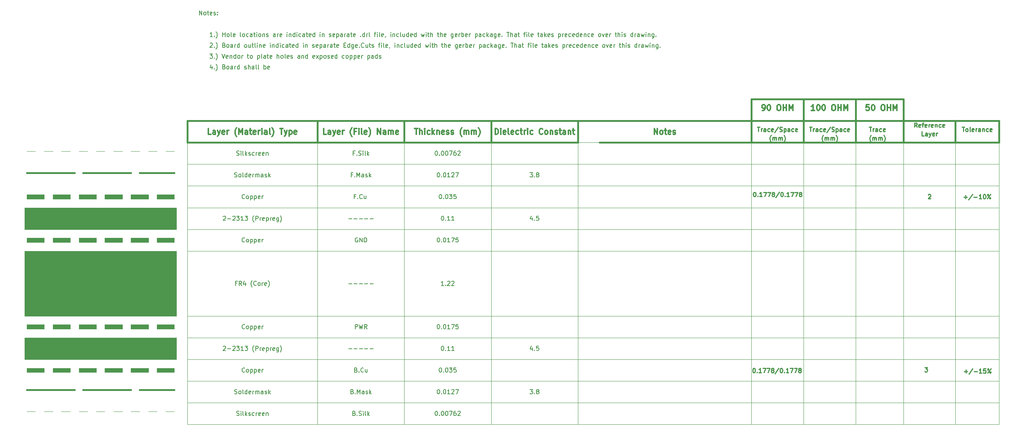
<source format=gbr>
%TF.GenerationSoftware,KiCad,Pcbnew,7.0.5*%
%TF.CreationDate,2023-07-29T13:43:45+03:00*%
%TF.ProjectId,cf33_dock,63663333-5f64-46f6-936b-2e6b69636164,rev?*%
%TF.SameCoordinates,Original*%
%TF.FileFunction,OtherDrawing,Comment*%
%FSLAX46Y46*%
G04 Gerber Fmt 4.6, Leading zero omitted, Abs format (unit mm)*
G04 Created by KiCad (PCBNEW 7.0.5) date 2023-07-29 13:43:45*
%MOMM*%
%LPD*%
G01*
G04 APERTURE LIST*
%ADD10C,0.250000*%
%ADD11C,0.150000*%
%ADD12C,0.300000*%
%ADD13C,0.400000*%
%ADD14C,0.120000*%
%ADD15C,0.100000*%
G04 APERTURE END LIST*
D10*
X253115601Y-121104357D02*
X253734648Y-121104357D01*
X253734648Y-121104357D02*
X253401315Y-121485309D01*
X253401315Y-121485309D02*
X253544172Y-121485309D01*
X253544172Y-121485309D02*
X253639410Y-121532928D01*
X253639410Y-121532928D02*
X253687029Y-121580547D01*
X253687029Y-121580547D02*
X253734648Y-121675785D01*
X253734648Y-121675785D02*
X253734648Y-121913880D01*
X253734648Y-121913880D02*
X253687029Y-122009118D01*
X253687029Y-122009118D02*
X253639410Y-122056738D01*
X253639410Y-122056738D02*
X253544172Y-122104357D01*
X253544172Y-122104357D02*
X253258458Y-122104357D01*
X253258458Y-122104357D02*
X253163220Y-122056738D01*
X253163220Y-122056738D02*
X253115601Y-122009118D01*
X262156315Y-81823404D02*
X262918220Y-81823404D01*
X262537267Y-82204357D02*
X262537267Y-81442452D01*
X264108695Y-81156738D02*
X263251553Y-82442452D01*
X264442029Y-81823404D02*
X265203934Y-81823404D01*
X266203933Y-82204357D02*
X265632505Y-82204357D01*
X265918219Y-82204357D02*
X265918219Y-81204357D01*
X265918219Y-81204357D02*
X265822981Y-81347214D01*
X265822981Y-81347214D02*
X265727743Y-81442452D01*
X265727743Y-81442452D02*
X265632505Y-81490071D01*
X266822981Y-81204357D02*
X266918219Y-81204357D01*
X266918219Y-81204357D02*
X267013457Y-81251976D01*
X267013457Y-81251976D02*
X267061076Y-81299595D01*
X267061076Y-81299595D02*
X267108695Y-81394833D01*
X267108695Y-81394833D02*
X267156314Y-81585309D01*
X267156314Y-81585309D02*
X267156314Y-81823404D01*
X267156314Y-81823404D02*
X267108695Y-82013880D01*
X267108695Y-82013880D02*
X267061076Y-82109118D01*
X267061076Y-82109118D02*
X267013457Y-82156738D01*
X267013457Y-82156738D02*
X266918219Y-82204357D01*
X266918219Y-82204357D02*
X266822981Y-82204357D01*
X266822981Y-82204357D02*
X266727743Y-82156738D01*
X266727743Y-82156738D02*
X266680124Y-82109118D01*
X266680124Y-82109118D02*
X266632505Y-82013880D01*
X266632505Y-82013880D02*
X266584886Y-81823404D01*
X266584886Y-81823404D02*
X266584886Y-81585309D01*
X266584886Y-81585309D02*
X266632505Y-81394833D01*
X266632505Y-81394833D02*
X266680124Y-81299595D01*
X266680124Y-81299595D02*
X266727743Y-81251976D01*
X266727743Y-81251976D02*
X266822981Y-81204357D01*
X267537267Y-82204357D02*
X268299171Y-81204357D01*
X267680124Y-81204357D02*
X267775362Y-81251976D01*
X267775362Y-81251976D02*
X267822981Y-81347214D01*
X267822981Y-81347214D02*
X267775362Y-81442452D01*
X267775362Y-81442452D02*
X267680124Y-81490071D01*
X267680124Y-81490071D02*
X267584886Y-81442452D01*
X267584886Y-81442452D02*
X267537267Y-81347214D01*
X267537267Y-81347214D02*
X267584886Y-81251976D01*
X267584886Y-81251976D02*
X267680124Y-81204357D01*
X268251552Y-82156738D02*
X268299171Y-82061499D01*
X268299171Y-82061499D02*
X268251552Y-81966261D01*
X268251552Y-81966261D02*
X268156314Y-81918642D01*
X268156314Y-81918642D02*
X268061076Y-81966261D01*
X268061076Y-81966261D02*
X268013457Y-82061499D01*
X268013457Y-82061499D02*
X268061076Y-82156738D01*
X268061076Y-82156738D02*
X268156314Y-82204357D01*
X268156314Y-82204357D02*
X268251552Y-82156738D01*
X217727743Y-69085309D02*
X217680124Y-69037690D01*
X217680124Y-69037690D02*
X217584886Y-68894833D01*
X217584886Y-68894833D02*
X217537267Y-68799595D01*
X217537267Y-68799595D02*
X217489648Y-68656738D01*
X217489648Y-68656738D02*
X217442029Y-68418642D01*
X217442029Y-68418642D02*
X217442029Y-68228166D01*
X217442029Y-68228166D02*
X217489648Y-67990071D01*
X217489648Y-67990071D02*
X217537267Y-67847214D01*
X217537267Y-67847214D02*
X217584886Y-67751976D01*
X217584886Y-67751976D02*
X217680124Y-67609118D01*
X217680124Y-67609118D02*
X217727743Y-67561499D01*
X218108696Y-68704357D02*
X218108696Y-68037690D01*
X218108696Y-68132928D02*
X218156315Y-68085309D01*
X218156315Y-68085309D02*
X218251553Y-68037690D01*
X218251553Y-68037690D02*
X218394410Y-68037690D01*
X218394410Y-68037690D02*
X218489648Y-68085309D01*
X218489648Y-68085309D02*
X218537267Y-68180547D01*
X218537267Y-68180547D02*
X218537267Y-68704357D01*
X218537267Y-68180547D02*
X218584886Y-68085309D01*
X218584886Y-68085309D02*
X218680124Y-68037690D01*
X218680124Y-68037690D02*
X218822981Y-68037690D01*
X218822981Y-68037690D02*
X218918220Y-68085309D01*
X218918220Y-68085309D02*
X218965839Y-68180547D01*
X218965839Y-68180547D02*
X218965839Y-68704357D01*
X219442029Y-68704357D02*
X219442029Y-68037690D01*
X219442029Y-68132928D02*
X219489648Y-68085309D01*
X219489648Y-68085309D02*
X219584886Y-68037690D01*
X219584886Y-68037690D02*
X219727743Y-68037690D01*
X219727743Y-68037690D02*
X219822981Y-68085309D01*
X219822981Y-68085309D02*
X219870600Y-68180547D01*
X219870600Y-68180547D02*
X219870600Y-68704357D01*
X219870600Y-68180547D02*
X219918219Y-68085309D01*
X219918219Y-68085309D02*
X220013457Y-68037690D01*
X220013457Y-68037690D02*
X220156314Y-68037690D01*
X220156314Y-68037690D02*
X220251553Y-68085309D01*
X220251553Y-68085309D02*
X220299172Y-68180547D01*
X220299172Y-68180547D02*
X220299172Y-68704357D01*
X220680124Y-69085309D02*
X220727743Y-69037690D01*
X220727743Y-69037690D02*
X220822981Y-68894833D01*
X220822981Y-68894833D02*
X220870600Y-68799595D01*
X220870600Y-68799595D02*
X220918219Y-68656738D01*
X220918219Y-68656738D02*
X220965838Y-68418642D01*
X220965838Y-68418642D02*
X220965838Y-68228166D01*
X220965838Y-68228166D02*
X220918219Y-67990071D01*
X220918219Y-67990071D02*
X220870600Y-67847214D01*
X220870600Y-67847214D02*
X220822981Y-67751976D01*
X220822981Y-67751976D02*
X220727743Y-67609118D01*
X220727743Y-67609118D02*
X220680124Y-67561499D01*
X252942028Y-67704357D02*
X252465838Y-67704357D01*
X252465838Y-67704357D02*
X252465838Y-66704357D01*
X253703933Y-67704357D02*
X253703933Y-67180547D01*
X253703933Y-67180547D02*
X253656314Y-67085309D01*
X253656314Y-67085309D02*
X253561076Y-67037690D01*
X253561076Y-67037690D02*
X253370600Y-67037690D01*
X253370600Y-67037690D02*
X253275362Y-67085309D01*
X253703933Y-67656738D02*
X253608695Y-67704357D01*
X253608695Y-67704357D02*
X253370600Y-67704357D01*
X253370600Y-67704357D02*
X253275362Y-67656738D01*
X253275362Y-67656738D02*
X253227743Y-67561499D01*
X253227743Y-67561499D02*
X253227743Y-67466261D01*
X253227743Y-67466261D02*
X253275362Y-67371023D01*
X253275362Y-67371023D02*
X253370600Y-67323404D01*
X253370600Y-67323404D02*
X253608695Y-67323404D01*
X253608695Y-67323404D02*
X253703933Y-67275785D01*
X254084886Y-67037690D02*
X254322981Y-67704357D01*
X254561076Y-67037690D02*
X254322981Y-67704357D01*
X254322981Y-67704357D02*
X254227743Y-67942452D01*
X254227743Y-67942452D02*
X254180124Y-67990071D01*
X254180124Y-67990071D02*
X254084886Y-68037690D01*
X255322981Y-67656738D02*
X255227743Y-67704357D01*
X255227743Y-67704357D02*
X255037267Y-67704357D01*
X255037267Y-67704357D02*
X254942029Y-67656738D01*
X254942029Y-67656738D02*
X254894410Y-67561499D01*
X254894410Y-67561499D02*
X254894410Y-67180547D01*
X254894410Y-67180547D02*
X254942029Y-67085309D01*
X254942029Y-67085309D02*
X255037267Y-67037690D01*
X255037267Y-67037690D02*
X255227743Y-67037690D01*
X255227743Y-67037690D02*
X255322981Y-67085309D01*
X255322981Y-67085309D02*
X255370600Y-67180547D01*
X255370600Y-67180547D02*
X255370600Y-67275785D01*
X255370600Y-67275785D02*
X254894410Y-67371023D01*
X255799172Y-67704357D02*
X255799172Y-67037690D01*
X255799172Y-67228166D02*
X255846791Y-67132928D01*
X255846791Y-67132928D02*
X255894410Y-67085309D01*
X255894410Y-67085309D02*
X255989648Y-67037690D01*
X255989648Y-67037690D02*
X256084886Y-67037690D01*
D11*
X141013458Y-126209557D02*
X141108696Y-126209557D01*
X141108696Y-126209557D02*
X141203934Y-126257176D01*
X141203934Y-126257176D02*
X141251553Y-126304795D01*
X141251553Y-126304795D02*
X141299172Y-126400033D01*
X141299172Y-126400033D02*
X141346791Y-126590509D01*
X141346791Y-126590509D02*
X141346791Y-126828604D01*
X141346791Y-126828604D02*
X141299172Y-127019080D01*
X141299172Y-127019080D02*
X141251553Y-127114318D01*
X141251553Y-127114318D02*
X141203934Y-127161938D01*
X141203934Y-127161938D02*
X141108696Y-127209557D01*
X141108696Y-127209557D02*
X141013458Y-127209557D01*
X141013458Y-127209557D02*
X140918220Y-127161938D01*
X140918220Y-127161938D02*
X140870601Y-127114318D01*
X140870601Y-127114318D02*
X140822982Y-127019080D01*
X140822982Y-127019080D02*
X140775363Y-126828604D01*
X140775363Y-126828604D02*
X140775363Y-126590509D01*
X140775363Y-126590509D02*
X140822982Y-126400033D01*
X140822982Y-126400033D02*
X140870601Y-126304795D01*
X140870601Y-126304795D02*
X140918220Y-126257176D01*
X140918220Y-126257176D02*
X141013458Y-126209557D01*
X141775363Y-127114318D02*
X141822982Y-127161938D01*
X141822982Y-127161938D02*
X141775363Y-127209557D01*
X141775363Y-127209557D02*
X141727744Y-127161938D01*
X141727744Y-127161938D02*
X141775363Y-127114318D01*
X141775363Y-127114318D02*
X141775363Y-127209557D01*
X142442029Y-126209557D02*
X142537267Y-126209557D01*
X142537267Y-126209557D02*
X142632505Y-126257176D01*
X142632505Y-126257176D02*
X142680124Y-126304795D01*
X142680124Y-126304795D02*
X142727743Y-126400033D01*
X142727743Y-126400033D02*
X142775362Y-126590509D01*
X142775362Y-126590509D02*
X142775362Y-126828604D01*
X142775362Y-126828604D02*
X142727743Y-127019080D01*
X142727743Y-127019080D02*
X142680124Y-127114318D01*
X142680124Y-127114318D02*
X142632505Y-127161938D01*
X142632505Y-127161938D02*
X142537267Y-127209557D01*
X142537267Y-127209557D02*
X142442029Y-127209557D01*
X142442029Y-127209557D02*
X142346791Y-127161938D01*
X142346791Y-127161938D02*
X142299172Y-127114318D01*
X142299172Y-127114318D02*
X142251553Y-127019080D01*
X142251553Y-127019080D02*
X142203934Y-126828604D01*
X142203934Y-126828604D02*
X142203934Y-126590509D01*
X142203934Y-126590509D02*
X142251553Y-126400033D01*
X142251553Y-126400033D02*
X142299172Y-126304795D01*
X142299172Y-126304795D02*
X142346791Y-126257176D01*
X142346791Y-126257176D02*
X142442029Y-126209557D01*
X143727743Y-127209557D02*
X143156315Y-127209557D01*
X143442029Y-127209557D02*
X143442029Y-126209557D01*
X143442029Y-126209557D02*
X143346791Y-126352414D01*
X143346791Y-126352414D02*
X143251553Y-126447652D01*
X143251553Y-126447652D02*
X143156315Y-126495271D01*
X144108696Y-126304795D02*
X144156315Y-126257176D01*
X144156315Y-126257176D02*
X144251553Y-126209557D01*
X144251553Y-126209557D02*
X144489648Y-126209557D01*
X144489648Y-126209557D02*
X144584886Y-126257176D01*
X144584886Y-126257176D02*
X144632505Y-126304795D01*
X144632505Y-126304795D02*
X144680124Y-126400033D01*
X144680124Y-126400033D02*
X144680124Y-126495271D01*
X144680124Y-126495271D02*
X144632505Y-126638128D01*
X144632505Y-126638128D02*
X144061077Y-127209557D01*
X144061077Y-127209557D02*
X144680124Y-127209557D01*
X145013458Y-126209557D02*
X145680124Y-126209557D01*
X145680124Y-126209557D02*
X145251553Y-127209557D01*
X94084886Y-77161938D02*
X94227743Y-77209557D01*
X94227743Y-77209557D02*
X94465838Y-77209557D01*
X94465838Y-77209557D02*
X94561076Y-77161938D01*
X94561076Y-77161938D02*
X94608695Y-77114318D01*
X94608695Y-77114318D02*
X94656314Y-77019080D01*
X94656314Y-77019080D02*
X94656314Y-76923842D01*
X94656314Y-76923842D02*
X94608695Y-76828604D01*
X94608695Y-76828604D02*
X94561076Y-76780985D01*
X94561076Y-76780985D02*
X94465838Y-76733366D01*
X94465838Y-76733366D02*
X94275362Y-76685747D01*
X94275362Y-76685747D02*
X94180124Y-76638128D01*
X94180124Y-76638128D02*
X94132505Y-76590509D01*
X94132505Y-76590509D02*
X94084886Y-76495271D01*
X94084886Y-76495271D02*
X94084886Y-76400033D01*
X94084886Y-76400033D02*
X94132505Y-76304795D01*
X94132505Y-76304795D02*
X94180124Y-76257176D01*
X94180124Y-76257176D02*
X94275362Y-76209557D01*
X94275362Y-76209557D02*
X94513457Y-76209557D01*
X94513457Y-76209557D02*
X94656314Y-76257176D01*
X95227743Y-77209557D02*
X95132505Y-77161938D01*
X95132505Y-77161938D02*
X95084886Y-77114318D01*
X95084886Y-77114318D02*
X95037267Y-77019080D01*
X95037267Y-77019080D02*
X95037267Y-76733366D01*
X95037267Y-76733366D02*
X95084886Y-76638128D01*
X95084886Y-76638128D02*
X95132505Y-76590509D01*
X95132505Y-76590509D02*
X95227743Y-76542890D01*
X95227743Y-76542890D02*
X95370600Y-76542890D01*
X95370600Y-76542890D02*
X95465838Y-76590509D01*
X95465838Y-76590509D02*
X95513457Y-76638128D01*
X95513457Y-76638128D02*
X95561076Y-76733366D01*
X95561076Y-76733366D02*
X95561076Y-77019080D01*
X95561076Y-77019080D02*
X95513457Y-77114318D01*
X95513457Y-77114318D02*
X95465838Y-77161938D01*
X95465838Y-77161938D02*
X95370600Y-77209557D01*
X95370600Y-77209557D02*
X95227743Y-77209557D01*
X96132505Y-77209557D02*
X96037267Y-77161938D01*
X96037267Y-77161938D02*
X95989648Y-77066699D01*
X95989648Y-77066699D02*
X95989648Y-76209557D01*
X96942029Y-77209557D02*
X96942029Y-76209557D01*
X96942029Y-77161938D02*
X96846791Y-77209557D01*
X96846791Y-77209557D02*
X96656315Y-77209557D01*
X96656315Y-77209557D02*
X96561077Y-77161938D01*
X96561077Y-77161938D02*
X96513458Y-77114318D01*
X96513458Y-77114318D02*
X96465839Y-77019080D01*
X96465839Y-77019080D02*
X96465839Y-76733366D01*
X96465839Y-76733366D02*
X96513458Y-76638128D01*
X96513458Y-76638128D02*
X96561077Y-76590509D01*
X96561077Y-76590509D02*
X96656315Y-76542890D01*
X96656315Y-76542890D02*
X96846791Y-76542890D01*
X96846791Y-76542890D02*
X96942029Y-76590509D01*
X97799172Y-77161938D02*
X97703934Y-77209557D01*
X97703934Y-77209557D02*
X97513458Y-77209557D01*
X97513458Y-77209557D02*
X97418220Y-77161938D01*
X97418220Y-77161938D02*
X97370601Y-77066699D01*
X97370601Y-77066699D02*
X97370601Y-76685747D01*
X97370601Y-76685747D02*
X97418220Y-76590509D01*
X97418220Y-76590509D02*
X97513458Y-76542890D01*
X97513458Y-76542890D02*
X97703934Y-76542890D01*
X97703934Y-76542890D02*
X97799172Y-76590509D01*
X97799172Y-76590509D02*
X97846791Y-76685747D01*
X97846791Y-76685747D02*
X97846791Y-76780985D01*
X97846791Y-76780985D02*
X97370601Y-76876223D01*
X98275363Y-77209557D02*
X98275363Y-76542890D01*
X98275363Y-76733366D02*
X98322982Y-76638128D01*
X98322982Y-76638128D02*
X98370601Y-76590509D01*
X98370601Y-76590509D02*
X98465839Y-76542890D01*
X98465839Y-76542890D02*
X98561077Y-76542890D01*
X98894411Y-77209557D02*
X98894411Y-76542890D01*
X98894411Y-76638128D02*
X98942030Y-76590509D01*
X98942030Y-76590509D02*
X99037268Y-76542890D01*
X99037268Y-76542890D02*
X99180125Y-76542890D01*
X99180125Y-76542890D02*
X99275363Y-76590509D01*
X99275363Y-76590509D02*
X99322982Y-76685747D01*
X99322982Y-76685747D02*
X99322982Y-77209557D01*
X99322982Y-76685747D02*
X99370601Y-76590509D01*
X99370601Y-76590509D02*
X99465839Y-76542890D01*
X99465839Y-76542890D02*
X99608696Y-76542890D01*
X99608696Y-76542890D02*
X99703935Y-76590509D01*
X99703935Y-76590509D02*
X99751554Y-76685747D01*
X99751554Y-76685747D02*
X99751554Y-77209557D01*
X100656315Y-77209557D02*
X100656315Y-76685747D01*
X100656315Y-76685747D02*
X100608696Y-76590509D01*
X100608696Y-76590509D02*
X100513458Y-76542890D01*
X100513458Y-76542890D02*
X100322982Y-76542890D01*
X100322982Y-76542890D02*
X100227744Y-76590509D01*
X100656315Y-77161938D02*
X100561077Y-77209557D01*
X100561077Y-77209557D02*
X100322982Y-77209557D01*
X100322982Y-77209557D02*
X100227744Y-77161938D01*
X100227744Y-77161938D02*
X100180125Y-77066699D01*
X100180125Y-77066699D02*
X100180125Y-76971461D01*
X100180125Y-76971461D02*
X100227744Y-76876223D01*
X100227744Y-76876223D02*
X100322982Y-76828604D01*
X100322982Y-76828604D02*
X100561077Y-76828604D01*
X100561077Y-76828604D02*
X100656315Y-76780985D01*
X101084887Y-77161938D02*
X101180125Y-77209557D01*
X101180125Y-77209557D02*
X101370601Y-77209557D01*
X101370601Y-77209557D02*
X101465839Y-77161938D01*
X101465839Y-77161938D02*
X101513458Y-77066699D01*
X101513458Y-77066699D02*
X101513458Y-77019080D01*
X101513458Y-77019080D02*
X101465839Y-76923842D01*
X101465839Y-76923842D02*
X101370601Y-76876223D01*
X101370601Y-76876223D02*
X101227744Y-76876223D01*
X101227744Y-76876223D02*
X101132506Y-76828604D01*
X101132506Y-76828604D02*
X101084887Y-76733366D01*
X101084887Y-76733366D02*
X101084887Y-76685747D01*
X101084887Y-76685747D02*
X101132506Y-76590509D01*
X101132506Y-76590509D02*
X101227744Y-76542890D01*
X101227744Y-76542890D02*
X101370601Y-76542890D01*
X101370601Y-76542890D02*
X101465839Y-76590509D01*
X101942030Y-77209557D02*
X101942030Y-76209557D01*
X102037268Y-76828604D02*
X102322982Y-77209557D01*
X102322982Y-76542890D02*
X101942030Y-76923842D01*
D10*
X253918220Y-81299595D02*
X253965839Y-81251976D01*
X253965839Y-81251976D02*
X254061077Y-81204357D01*
X254061077Y-81204357D02*
X254299172Y-81204357D01*
X254299172Y-81204357D02*
X254394410Y-81251976D01*
X254394410Y-81251976D02*
X254442029Y-81299595D01*
X254442029Y-81299595D02*
X254489648Y-81394833D01*
X254489648Y-81394833D02*
X254489648Y-81490071D01*
X254489648Y-81490071D02*
X254442029Y-81632928D01*
X254442029Y-81632928D02*
X253870601Y-82204357D01*
X253870601Y-82204357D02*
X254489648Y-82204357D01*
D11*
X91465838Y-86304795D02*
X91513457Y-86257176D01*
X91513457Y-86257176D02*
X91608695Y-86209557D01*
X91608695Y-86209557D02*
X91846790Y-86209557D01*
X91846790Y-86209557D02*
X91942028Y-86257176D01*
X91942028Y-86257176D02*
X91989647Y-86304795D01*
X91989647Y-86304795D02*
X92037266Y-86400033D01*
X92037266Y-86400033D02*
X92037266Y-86495271D01*
X92037266Y-86495271D02*
X91989647Y-86638128D01*
X91989647Y-86638128D02*
X91418219Y-87209557D01*
X91418219Y-87209557D02*
X92037266Y-87209557D01*
X92465838Y-86828604D02*
X93227743Y-86828604D01*
X93656314Y-86304795D02*
X93703933Y-86257176D01*
X93703933Y-86257176D02*
X93799171Y-86209557D01*
X93799171Y-86209557D02*
X94037266Y-86209557D01*
X94037266Y-86209557D02*
X94132504Y-86257176D01*
X94132504Y-86257176D02*
X94180123Y-86304795D01*
X94180123Y-86304795D02*
X94227742Y-86400033D01*
X94227742Y-86400033D02*
X94227742Y-86495271D01*
X94227742Y-86495271D02*
X94180123Y-86638128D01*
X94180123Y-86638128D02*
X93608695Y-87209557D01*
X93608695Y-87209557D02*
X94227742Y-87209557D01*
X94561076Y-86209557D02*
X95180123Y-86209557D01*
X95180123Y-86209557D02*
X94846790Y-86590509D01*
X94846790Y-86590509D02*
X94989647Y-86590509D01*
X94989647Y-86590509D02*
X95084885Y-86638128D01*
X95084885Y-86638128D02*
X95132504Y-86685747D01*
X95132504Y-86685747D02*
X95180123Y-86780985D01*
X95180123Y-86780985D02*
X95180123Y-87019080D01*
X95180123Y-87019080D02*
X95132504Y-87114318D01*
X95132504Y-87114318D02*
X95084885Y-87161938D01*
X95084885Y-87161938D02*
X94989647Y-87209557D01*
X94989647Y-87209557D02*
X94703933Y-87209557D01*
X94703933Y-87209557D02*
X94608695Y-87161938D01*
X94608695Y-87161938D02*
X94561076Y-87114318D01*
X96132504Y-87209557D02*
X95561076Y-87209557D01*
X95846790Y-87209557D02*
X95846790Y-86209557D01*
X95846790Y-86209557D02*
X95751552Y-86352414D01*
X95751552Y-86352414D02*
X95656314Y-86447652D01*
X95656314Y-86447652D02*
X95561076Y-86495271D01*
X96465838Y-86209557D02*
X97084885Y-86209557D01*
X97084885Y-86209557D02*
X96751552Y-86590509D01*
X96751552Y-86590509D02*
X96894409Y-86590509D01*
X96894409Y-86590509D02*
X96989647Y-86638128D01*
X96989647Y-86638128D02*
X97037266Y-86685747D01*
X97037266Y-86685747D02*
X97084885Y-86780985D01*
X97084885Y-86780985D02*
X97084885Y-87019080D01*
X97084885Y-87019080D02*
X97037266Y-87114318D01*
X97037266Y-87114318D02*
X96989647Y-87161938D01*
X96989647Y-87161938D02*
X96894409Y-87209557D01*
X96894409Y-87209557D02*
X96608695Y-87209557D01*
X96608695Y-87209557D02*
X96513457Y-87161938D01*
X96513457Y-87161938D02*
X96465838Y-87114318D01*
X98561076Y-87590509D02*
X98513457Y-87542890D01*
X98513457Y-87542890D02*
X98418219Y-87400033D01*
X98418219Y-87400033D02*
X98370600Y-87304795D01*
X98370600Y-87304795D02*
X98322981Y-87161938D01*
X98322981Y-87161938D02*
X98275362Y-86923842D01*
X98275362Y-86923842D02*
X98275362Y-86733366D01*
X98275362Y-86733366D02*
X98322981Y-86495271D01*
X98322981Y-86495271D02*
X98370600Y-86352414D01*
X98370600Y-86352414D02*
X98418219Y-86257176D01*
X98418219Y-86257176D02*
X98513457Y-86114318D01*
X98513457Y-86114318D02*
X98561076Y-86066699D01*
X98942029Y-87209557D02*
X98942029Y-86209557D01*
X98942029Y-86209557D02*
X99322981Y-86209557D01*
X99322981Y-86209557D02*
X99418219Y-86257176D01*
X99418219Y-86257176D02*
X99465838Y-86304795D01*
X99465838Y-86304795D02*
X99513457Y-86400033D01*
X99513457Y-86400033D02*
X99513457Y-86542890D01*
X99513457Y-86542890D02*
X99465838Y-86638128D01*
X99465838Y-86638128D02*
X99418219Y-86685747D01*
X99418219Y-86685747D02*
X99322981Y-86733366D01*
X99322981Y-86733366D02*
X98942029Y-86733366D01*
X99942029Y-87209557D02*
X99942029Y-86542890D01*
X99942029Y-86733366D02*
X99989648Y-86638128D01*
X99989648Y-86638128D02*
X100037267Y-86590509D01*
X100037267Y-86590509D02*
X100132505Y-86542890D01*
X100132505Y-86542890D02*
X100227743Y-86542890D01*
X100942029Y-87161938D02*
X100846791Y-87209557D01*
X100846791Y-87209557D02*
X100656315Y-87209557D01*
X100656315Y-87209557D02*
X100561077Y-87161938D01*
X100561077Y-87161938D02*
X100513458Y-87066699D01*
X100513458Y-87066699D02*
X100513458Y-86685747D01*
X100513458Y-86685747D02*
X100561077Y-86590509D01*
X100561077Y-86590509D02*
X100656315Y-86542890D01*
X100656315Y-86542890D02*
X100846791Y-86542890D01*
X100846791Y-86542890D02*
X100942029Y-86590509D01*
X100942029Y-86590509D02*
X100989648Y-86685747D01*
X100989648Y-86685747D02*
X100989648Y-86780985D01*
X100989648Y-86780985D02*
X100513458Y-86876223D01*
X101418220Y-86542890D02*
X101418220Y-87542890D01*
X101418220Y-86590509D02*
X101513458Y-86542890D01*
X101513458Y-86542890D02*
X101703934Y-86542890D01*
X101703934Y-86542890D02*
X101799172Y-86590509D01*
X101799172Y-86590509D02*
X101846791Y-86638128D01*
X101846791Y-86638128D02*
X101894410Y-86733366D01*
X101894410Y-86733366D02*
X101894410Y-87019080D01*
X101894410Y-87019080D02*
X101846791Y-87114318D01*
X101846791Y-87114318D02*
X101799172Y-87161938D01*
X101799172Y-87161938D02*
X101703934Y-87209557D01*
X101703934Y-87209557D02*
X101513458Y-87209557D01*
X101513458Y-87209557D02*
X101418220Y-87161938D01*
X102322982Y-87209557D02*
X102322982Y-86542890D01*
X102322982Y-86733366D02*
X102370601Y-86638128D01*
X102370601Y-86638128D02*
X102418220Y-86590509D01*
X102418220Y-86590509D02*
X102513458Y-86542890D01*
X102513458Y-86542890D02*
X102608696Y-86542890D01*
X103322982Y-87161938D02*
X103227744Y-87209557D01*
X103227744Y-87209557D02*
X103037268Y-87209557D01*
X103037268Y-87209557D02*
X102942030Y-87161938D01*
X102942030Y-87161938D02*
X102894411Y-87066699D01*
X102894411Y-87066699D02*
X102894411Y-86685747D01*
X102894411Y-86685747D02*
X102942030Y-86590509D01*
X102942030Y-86590509D02*
X103037268Y-86542890D01*
X103037268Y-86542890D02*
X103227744Y-86542890D01*
X103227744Y-86542890D02*
X103322982Y-86590509D01*
X103322982Y-86590509D02*
X103370601Y-86685747D01*
X103370601Y-86685747D02*
X103370601Y-86780985D01*
X103370601Y-86780985D02*
X102894411Y-86876223D01*
X104227744Y-86542890D02*
X104227744Y-87352414D01*
X104227744Y-87352414D02*
X104180125Y-87447652D01*
X104180125Y-87447652D02*
X104132506Y-87495271D01*
X104132506Y-87495271D02*
X104037268Y-87542890D01*
X104037268Y-87542890D02*
X103894411Y-87542890D01*
X103894411Y-87542890D02*
X103799173Y-87495271D01*
X104227744Y-87161938D02*
X104132506Y-87209557D01*
X104132506Y-87209557D02*
X103942030Y-87209557D01*
X103942030Y-87209557D02*
X103846792Y-87161938D01*
X103846792Y-87161938D02*
X103799173Y-87114318D01*
X103799173Y-87114318D02*
X103751554Y-87019080D01*
X103751554Y-87019080D02*
X103751554Y-86733366D01*
X103751554Y-86733366D02*
X103799173Y-86638128D01*
X103799173Y-86638128D02*
X103846792Y-86590509D01*
X103846792Y-86590509D02*
X103942030Y-86542890D01*
X103942030Y-86542890D02*
X104132506Y-86542890D01*
X104132506Y-86542890D02*
X104227744Y-86590509D01*
X104608697Y-87590509D02*
X104656316Y-87542890D01*
X104656316Y-87542890D02*
X104751554Y-87400033D01*
X104751554Y-87400033D02*
X104799173Y-87304795D01*
X104799173Y-87304795D02*
X104846792Y-87161938D01*
X104846792Y-87161938D02*
X104894411Y-86923842D01*
X104894411Y-86923842D02*
X104894411Y-86733366D01*
X104894411Y-86733366D02*
X104846792Y-86495271D01*
X104846792Y-86495271D02*
X104799173Y-86352414D01*
X104799173Y-86352414D02*
X104751554Y-86257176D01*
X104751554Y-86257176D02*
X104656316Y-86114318D01*
X104656316Y-86114318D02*
X104608697Y-86066699D01*
X88375475Y-48809557D02*
X88994522Y-48809557D01*
X88994522Y-48809557D02*
X88661189Y-49190509D01*
X88661189Y-49190509D02*
X88804046Y-49190509D01*
X88804046Y-49190509D02*
X88899284Y-49238128D01*
X88899284Y-49238128D02*
X88946903Y-49285747D01*
X88946903Y-49285747D02*
X88994522Y-49380985D01*
X88994522Y-49380985D02*
X88994522Y-49619080D01*
X88994522Y-49619080D02*
X88946903Y-49714318D01*
X88946903Y-49714318D02*
X88899284Y-49761938D01*
X88899284Y-49761938D02*
X88804046Y-49809557D01*
X88804046Y-49809557D02*
X88518332Y-49809557D01*
X88518332Y-49809557D02*
X88423094Y-49761938D01*
X88423094Y-49761938D02*
X88375475Y-49714318D01*
X89423094Y-49714318D02*
X89470713Y-49761938D01*
X89470713Y-49761938D02*
X89423094Y-49809557D01*
X89423094Y-49809557D02*
X89375475Y-49761938D01*
X89375475Y-49761938D02*
X89423094Y-49714318D01*
X89423094Y-49714318D02*
X89423094Y-49809557D01*
X89804046Y-50190509D02*
X89851665Y-50142890D01*
X89851665Y-50142890D02*
X89946903Y-50000033D01*
X89946903Y-50000033D02*
X89994522Y-49904795D01*
X89994522Y-49904795D02*
X90042141Y-49761938D01*
X90042141Y-49761938D02*
X90089760Y-49523842D01*
X90089760Y-49523842D02*
X90089760Y-49333366D01*
X90089760Y-49333366D02*
X90042141Y-49095271D01*
X90042141Y-49095271D02*
X89994522Y-48952414D01*
X89994522Y-48952414D02*
X89946903Y-48857176D01*
X89946903Y-48857176D02*
X89851665Y-48714318D01*
X89851665Y-48714318D02*
X89804046Y-48666699D01*
X91184999Y-48809557D02*
X91518332Y-49809557D01*
X91518332Y-49809557D02*
X91851665Y-48809557D01*
X92565951Y-49761938D02*
X92470713Y-49809557D01*
X92470713Y-49809557D02*
X92280237Y-49809557D01*
X92280237Y-49809557D02*
X92184999Y-49761938D01*
X92184999Y-49761938D02*
X92137380Y-49666699D01*
X92137380Y-49666699D02*
X92137380Y-49285747D01*
X92137380Y-49285747D02*
X92184999Y-49190509D01*
X92184999Y-49190509D02*
X92280237Y-49142890D01*
X92280237Y-49142890D02*
X92470713Y-49142890D01*
X92470713Y-49142890D02*
X92565951Y-49190509D01*
X92565951Y-49190509D02*
X92613570Y-49285747D01*
X92613570Y-49285747D02*
X92613570Y-49380985D01*
X92613570Y-49380985D02*
X92137380Y-49476223D01*
X93042142Y-49142890D02*
X93042142Y-49809557D01*
X93042142Y-49238128D02*
X93089761Y-49190509D01*
X93089761Y-49190509D02*
X93184999Y-49142890D01*
X93184999Y-49142890D02*
X93327856Y-49142890D01*
X93327856Y-49142890D02*
X93423094Y-49190509D01*
X93423094Y-49190509D02*
X93470713Y-49285747D01*
X93470713Y-49285747D02*
X93470713Y-49809557D01*
X94375475Y-49809557D02*
X94375475Y-48809557D01*
X94375475Y-49761938D02*
X94280237Y-49809557D01*
X94280237Y-49809557D02*
X94089761Y-49809557D01*
X94089761Y-49809557D02*
X93994523Y-49761938D01*
X93994523Y-49761938D02*
X93946904Y-49714318D01*
X93946904Y-49714318D02*
X93899285Y-49619080D01*
X93899285Y-49619080D02*
X93899285Y-49333366D01*
X93899285Y-49333366D02*
X93946904Y-49238128D01*
X93946904Y-49238128D02*
X93994523Y-49190509D01*
X93994523Y-49190509D02*
X94089761Y-49142890D01*
X94089761Y-49142890D02*
X94280237Y-49142890D01*
X94280237Y-49142890D02*
X94375475Y-49190509D01*
X94994523Y-49809557D02*
X94899285Y-49761938D01*
X94899285Y-49761938D02*
X94851666Y-49714318D01*
X94851666Y-49714318D02*
X94804047Y-49619080D01*
X94804047Y-49619080D02*
X94804047Y-49333366D01*
X94804047Y-49333366D02*
X94851666Y-49238128D01*
X94851666Y-49238128D02*
X94899285Y-49190509D01*
X94899285Y-49190509D02*
X94994523Y-49142890D01*
X94994523Y-49142890D02*
X95137380Y-49142890D01*
X95137380Y-49142890D02*
X95232618Y-49190509D01*
X95232618Y-49190509D02*
X95280237Y-49238128D01*
X95280237Y-49238128D02*
X95327856Y-49333366D01*
X95327856Y-49333366D02*
X95327856Y-49619080D01*
X95327856Y-49619080D02*
X95280237Y-49714318D01*
X95280237Y-49714318D02*
X95232618Y-49761938D01*
X95232618Y-49761938D02*
X95137380Y-49809557D01*
X95137380Y-49809557D02*
X94994523Y-49809557D01*
X95756428Y-49809557D02*
X95756428Y-49142890D01*
X95756428Y-49333366D02*
X95804047Y-49238128D01*
X95804047Y-49238128D02*
X95851666Y-49190509D01*
X95851666Y-49190509D02*
X95946904Y-49142890D01*
X95946904Y-49142890D02*
X96042142Y-49142890D01*
X96994524Y-49142890D02*
X97375476Y-49142890D01*
X97137381Y-48809557D02*
X97137381Y-49666699D01*
X97137381Y-49666699D02*
X97185000Y-49761938D01*
X97185000Y-49761938D02*
X97280238Y-49809557D01*
X97280238Y-49809557D02*
X97375476Y-49809557D01*
X97851667Y-49809557D02*
X97756429Y-49761938D01*
X97756429Y-49761938D02*
X97708810Y-49714318D01*
X97708810Y-49714318D02*
X97661191Y-49619080D01*
X97661191Y-49619080D02*
X97661191Y-49333366D01*
X97661191Y-49333366D02*
X97708810Y-49238128D01*
X97708810Y-49238128D02*
X97756429Y-49190509D01*
X97756429Y-49190509D02*
X97851667Y-49142890D01*
X97851667Y-49142890D02*
X97994524Y-49142890D01*
X97994524Y-49142890D02*
X98089762Y-49190509D01*
X98089762Y-49190509D02*
X98137381Y-49238128D01*
X98137381Y-49238128D02*
X98185000Y-49333366D01*
X98185000Y-49333366D02*
X98185000Y-49619080D01*
X98185000Y-49619080D02*
X98137381Y-49714318D01*
X98137381Y-49714318D02*
X98089762Y-49761938D01*
X98089762Y-49761938D02*
X97994524Y-49809557D01*
X97994524Y-49809557D02*
X97851667Y-49809557D01*
X99375477Y-49142890D02*
X99375477Y-50142890D01*
X99375477Y-49190509D02*
X99470715Y-49142890D01*
X99470715Y-49142890D02*
X99661191Y-49142890D01*
X99661191Y-49142890D02*
X99756429Y-49190509D01*
X99756429Y-49190509D02*
X99804048Y-49238128D01*
X99804048Y-49238128D02*
X99851667Y-49333366D01*
X99851667Y-49333366D02*
X99851667Y-49619080D01*
X99851667Y-49619080D02*
X99804048Y-49714318D01*
X99804048Y-49714318D02*
X99756429Y-49761938D01*
X99756429Y-49761938D02*
X99661191Y-49809557D01*
X99661191Y-49809557D02*
X99470715Y-49809557D01*
X99470715Y-49809557D02*
X99375477Y-49761938D01*
X100423096Y-49809557D02*
X100327858Y-49761938D01*
X100327858Y-49761938D02*
X100280239Y-49666699D01*
X100280239Y-49666699D02*
X100280239Y-48809557D01*
X101232620Y-49809557D02*
X101232620Y-49285747D01*
X101232620Y-49285747D02*
X101185001Y-49190509D01*
X101185001Y-49190509D02*
X101089763Y-49142890D01*
X101089763Y-49142890D02*
X100899287Y-49142890D01*
X100899287Y-49142890D02*
X100804049Y-49190509D01*
X101232620Y-49761938D02*
X101137382Y-49809557D01*
X101137382Y-49809557D02*
X100899287Y-49809557D01*
X100899287Y-49809557D02*
X100804049Y-49761938D01*
X100804049Y-49761938D02*
X100756430Y-49666699D01*
X100756430Y-49666699D02*
X100756430Y-49571461D01*
X100756430Y-49571461D02*
X100804049Y-49476223D01*
X100804049Y-49476223D02*
X100899287Y-49428604D01*
X100899287Y-49428604D02*
X101137382Y-49428604D01*
X101137382Y-49428604D02*
X101232620Y-49380985D01*
X101565954Y-49142890D02*
X101946906Y-49142890D01*
X101708811Y-48809557D02*
X101708811Y-49666699D01*
X101708811Y-49666699D02*
X101756430Y-49761938D01*
X101756430Y-49761938D02*
X101851668Y-49809557D01*
X101851668Y-49809557D02*
X101946906Y-49809557D01*
X102661192Y-49761938D02*
X102565954Y-49809557D01*
X102565954Y-49809557D02*
X102375478Y-49809557D01*
X102375478Y-49809557D02*
X102280240Y-49761938D01*
X102280240Y-49761938D02*
X102232621Y-49666699D01*
X102232621Y-49666699D02*
X102232621Y-49285747D01*
X102232621Y-49285747D02*
X102280240Y-49190509D01*
X102280240Y-49190509D02*
X102375478Y-49142890D01*
X102375478Y-49142890D02*
X102565954Y-49142890D01*
X102565954Y-49142890D02*
X102661192Y-49190509D01*
X102661192Y-49190509D02*
X102708811Y-49285747D01*
X102708811Y-49285747D02*
X102708811Y-49380985D01*
X102708811Y-49380985D02*
X102232621Y-49476223D01*
X103899288Y-49809557D02*
X103899288Y-48809557D01*
X104327859Y-49809557D02*
X104327859Y-49285747D01*
X104327859Y-49285747D02*
X104280240Y-49190509D01*
X104280240Y-49190509D02*
X104185002Y-49142890D01*
X104185002Y-49142890D02*
X104042145Y-49142890D01*
X104042145Y-49142890D02*
X103946907Y-49190509D01*
X103946907Y-49190509D02*
X103899288Y-49238128D01*
X104946907Y-49809557D02*
X104851669Y-49761938D01*
X104851669Y-49761938D02*
X104804050Y-49714318D01*
X104804050Y-49714318D02*
X104756431Y-49619080D01*
X104756431Y-49619080D02*
X104756431Y-49333366D01*
X104756431Y-49333366D02*
X104804050Y-49238128D01*
X104804050Y-49238128D02*
X104851669Y-49190509D01*
X104851669Y-49190509D02*
X104946907Y-49142890D01*
X104946907Y-49142890D02*
X105089764Y-49142890D01*
X105089764Y-49142890D02*
X105185002Y-49190509D01*
X105185002Y-49190509D02*
X105232621Y-49238128D01*
X105232621Y-49238128D02*
X105280240Y-49333366D01*
X105280240Y-49333366D02*
X105280240Y-49619080D01*
X105280240Y-49619080D02*
X105232621Y-49714318D01*
X105232621Y-49714318D02*
X105185002Y-49761938D01*
X105185002Y-49761938D02*
X105089764Y-49809557D01*
X105089764Y-49809557D02*
X104946907Y-49809557D01*
X105851669Y-49809557D02*
X105756431Y-49761938D01*
X105756431Y-49761938D02*
X105708812Y-49666699D01*
X105708812Y-49666699D02*
X105708812Y-48809557D01*
X106613574Y-49761938D02*
X106518336Y-49809557D01*
X106518336Y-49809557D02*
X106327860Y-49809557D01*
X106327860Y-49809557D02*
X106232622Y-49761938D01*
X106232622Y-49761938D02*
X106185003Y-49666699D01*
X106185003Y-49666699D02*
X106185003Y-49285747D01*
X106185003Y-49285747D02*
X106232622Y-49190509D01*
X106232622Y-49190509D02*
X106327860Y-49142890D01*
X106327860Y-49142890D02*
X106518336Y-49142890D01*
X106518336Y-49142890D02*
X106613574Y-49190509D01*
X106613574Y-49190509D02*
X106661193Y-49285747D01*
X106661193Y-49285747D02*
X106661193Y-49380985D01*
X106661193Y-49380985D02*
X106185003Y-49476223D01*
X107042146Y-49761938D02*
X107137384Y-49809557D01*
X107137384Y-49809557D02*
X107327860Y-49809557D01*
X107327860Y-49809557D02*
X107423098Y-49761938D01*
X107423098Y-49761938D02*
X107470717Y-49666699D01*
X107470717Y-49666699D02*
X107470717Y-49619080D01*
X107470717Y-49619080D02*
X107423098Y-49523842D01*
X107423098Y-49523842D02*
X107327860Y-49476223D01*
X107327860Y-49476223D02*
X107185003Y-49476223D01*
X107185003Y-49476223D02*
X107089765Y-49428604D01*
X107089765Y-49428604D02*
X107042146Y-49333366D01*
X107042146Y-49333366D02*
X107042146Y-49285747D01*
X107042146Y-49285747D02*
X107089765Y-49190509D01*
X107089765Y-49190509D02*
X107185003Y-49142890D01*
X107185003Y-49142890D02*
X107327860Y-49142890D01*
X107327860Y-49142890D02*
X107423098Y-49190509D01*
X109089765Y-49809557D02*
X109089765Y-49285747D01*
X109089765Y-49285747D02*
X109042146Y-49190509D01*
X109042146Y-49190509D02*
X108946908Y-49142890D01*
X108946908Y-49142890D02*
X108756432Y-49142890D01*
X108756432Y-49142890D02*
X108661194Y-49190509D01*
X109089765Y-49761938D02*
X108994527Y-49809557D01*
X108994527Y-49809557D02*
X108756432Y-49809557D01*
X108756432Y-49809557D02*
X108661194Y-49761938D01*
X108661194Y-49761938D02*
X108613575Y-49666699D01*
X108613575Y-49666699D02*
X108613575Y-49571461D01*
X108613575Y-49571461D02*
X108661194Y-49476223D01*
X108661194Y-49476223D02*
X108756432Y-49428604D01*
X108756432Y-49428604D02*
X108994527Y-49428604D01*
X108994527Y-49428604D02*
X109089765Y-49380985D01*
X109565956Y-49142890D02*
X109565956Y-49809557D01*
X109565956Y-49238128D02*
X109613575Y-49190509D01*
X109613575Y-49190509D02*
X109708813Y-49142890D01*
X109708813Y-49142890D02*
X109851670Y-49142890D01*
X109851670Y-49142890D02*
X109946908Y-49190509D01*
X109946908Y-49190509D02*
X109994527Y-49285747D01*
X109994527Y-49285747D02*
X109994527Y-49809557D01*
X110899289Y-49809557D02*
X110899289Y-48809557D01*
X110899289Y-49761938D02*
X110804051Y-49809557D01*
X110804051Y-49809557D02*
X110613575Y-49809557D01*
X110613575Y-49809557D02*
X110518337Y-49761938D01*
X110518337Y-49761938D02*
X110470718Y-49714318D01*
X110470718Y-49714318D02*
X110423099Y-49619080D01*
X110423099Y-49619080D02*
X110423099Y-49333366D01*
X110423099Y-49333366D02*
X110470718Y-49238128D01*
X110470718Y-49238128D02*
X110518337Y-49190509D01*
X110518337Y-49190509D02*
X110613575Y-49142890D01*
X110613575Y-49142890D02*
X110804051Y-49142890D01*
X110804051Y-49142890D02*
X110899289Y-49190509D01*
X112518337Y-49761938D02*
X112423099Y-49809557D01*
X112423099Y-49809557D02*
X112232623Y-49809557D01*
X112232623Y-49809557D02*
X112137385Y-49761938D01*
X112137385Y-49761938D02*
X112089766Y-49666699D01*
X112089766Y-49666699D02*
X112089766Y-49285747D01*
X112089766Y-49285747D02*
X112137385Y-49190509D01*
X112137385Y-49190509D02*
X112232623Y-49142890D01*
X112232623Y-49142890D02*
X112423099Y-49142890D01*
X112423099Y-49142890D02*
X112518337Y-49190509D01*
X112518337Y-49190509D02*
X112565956Y-49285747D01*
X112565956Y-49285747D02*
X112565956Y-49380985D01*
X112565956Y-49380985D02*
X112089766Y-49476223D01*
X112899290Y-49809557D02*
X113423099Y-49142890D01*
X112899290Y-49142890D02*
X113423099Y-49809557D01*
X113804052Y-49142890D02*
X113804052Y-50142890D01*
X113804052Y-49190509D02*
X113899290Y-49142890D01*
X113899290Y-49142890D02*
X114089766Y-49142890D01*
X114089766Y-49142890D02*
X114185004Y-49190509D01*
X114185004Y-49190509D02*
X114232623Y-49238128D01*
X114232623Y-49238128D02*
X114280242Y-49333366D01*
X114280242Y-49333366D02*
X114280242Y-49619080D01*
X114280242Y-49619080D02*
X114232623Y-49714318D01*
X114232623Y-49714318D02*
X114185004Y-49761938D01*
X114185004Y-49761938D02*
X114089766Y-49809557D01*
X114089766Y-49809557D02*
X113899290Y-49809557D01*
X113899290Y-49809557D02*
X113804052Y-49761938D01*
X114851671Y-49809557D02*
X114756433Y-49761938D01*
X114756433Y-49761938D02*
X114708814Y-49714318D01*
X114708814Y-49714318D02*
X114661195Y-49619080D01*
X114661195Y-49619080D02*
X114661195Y-49333366D01*
X114661195Y-49333366D02*
X114708814Y-49238128D01*
X114708814Y-49238128D02*
X114756433Y-49190509D01*
X114756433Y-49190509D02*
X114851671Y-49142890D01*
X114851671Y-49142890D02*
X114994528Y-49142890D01*
X114994528Y-49142890D02*
X115089766Y-49190509D01*
X115089766Y-49190509D02*
X115137385Y-49238128D01*
X115137385Y-49238128D02*
X115185004Y-49333366D01*
X115185004Y-49333366D02*
X115185004Y-49619080D01*
X115185004Y-49619080D02*
X115137385Y-49714318D01*
X115137385Y-49714318D02*
X115089766Y-49761938D01*
X115089766Y-49761938D02*
X114994528Y-49809557D01*
X114994528Y-49809557D02*
X114851671Y-49809557D01*
X115565957Y-49761938D02*
X115661195Y-49809557D01*
X115661195Y-49809557D02*
X115851671Y-49809557D01*
X115851671Y-49809557D02*
X115946909Y-49761938D01*
X115946909Y-49761938D02*
X115994528Y-49666699D01*
X115994528Y-49666699D02*
X115994528Y-49619080D01*
X115994528Y-49619080D02*
X115946909Y-49523842D01*
X115946909Y-49523842D02*
X115851671Y-49476223D01*
X115851671Y-49476223D02*
X115708814Y-49476223D01*
X115708814Y-49476223D02*
X115613576Y-49428604D01*
X115613576Y-49428604D02*
X115565957Y-49333366D01*
X115565957Y-49333366D02*
X115565957Y-49285747D01*
X115565957Y-49285747D02*
X115613576Y-49190509D01*
X115613576Y-49190509D02*
X115708814Y-49142890D01*
X115708814Y-49142890D02*
X115851671Y-49142890D01*
X115851671Y-49142890D02*
X115946909Y-49190509D01*
X116804052Y-49761938D02*
X116708814Y-49809557D01*
X116708814Y-49809557D02*
X116518338Y-49809557D01*
X116518338Y-49809557D02*
X116423100Y-49761938D01*
X116423100Y-49761938D02*
X116375481Y-49666699D01*
X116375481Y-49666699D02*
X116375481Y-49285747D01*
X116375481Y-49285747D02*
X116423100Y-49190509D01*
X116423100Y-49190509D02*
X116518338Y-49142890D01*
X116518338Y-49142890D02*
X116708814Y-49142890D01*
X116708814Y-49142890D02*
X116804052Y-49190509D01*
X116804052Y-49190509D02*
X116851671Y-49285747D01*
X116851671Y-49285747D02*
X116851671Y-49380985D01*
X116851671Y-49380985D02*
X116375481Y-49476223D01*
X117708814Y-49809557D02*
X117708814Y-48809557D01*
X117708814Y-49761938D02*
X117613576Y-49809557D01*
X117613576Y-49809557D02*
X117423100Y-49809557D01*
X117423100Y-49809557D02*
X117327862Y-49761938D01*
X117327862Y-49761938D02*
X117280243Y-49714318D01*
X117280243Y-49714318D02*
X117232624Y-49619080D01*
X117232624Y-49619080D02*
X117232624Y-49333366D01*
X117232624Y-49333366D02*
X117280243Y-49238128D01*
X117280243Y-49238128D02*
X117327862Y-49190509D01*
X117327862Y-49190509D02*
X117423100Y-49142890D01*
X117423100Y-49142890D02*
X117613576Y-49142890D01*
X117613576Y-49142890D02*
X117708814Y-49190509D01*
X119375481Y-49761938D02*
X119280243Y-49809557D01*
X119280243Y-49809557D02*
X119089767Y-49809557D01*
X119089767Y-49809557D02*
X118994529Y-49761938D01*
X118994529Y-49761938D02*
X118946910Y-49714318D01*
X118946910Y-49714318D02*
X118899291Y-49619080D01*
X118899291Y-49619080D02*
X118899291Y-49333366D01*
X118899291Y-49333366D02*
X118946910Y-49238128D01*
X118946910Y-49238128D02*
X118994529Y-49190509D01*
X118994529Y-49190509D02*
X119089767Y-49142890D01*
X119089767Y-49142890D02*
X119280243Y-49142890D01*
X119280243Y-49142890D02*
X119375481Y-49190509D01*
X119946910Y-49809557D02*
X119851672Y-49761938D01*
X119851672Y-49761938D02*
X119804053Y-49714318D01*
X119804053Y-49714318D02*
X119756434Y-49619080D01*
X119756434Y-49619080D02*
X119756434Y-49333366D01*
X119756434Y-49333366D02*
X119804053Y-49238128D01*
X119804053Y-49238128D02*
X119851672Y-49190509D01*
X119851672Y-49190509D02*
X119946910Y-49142890D01*
X119946910Y-49142890D02*
X120089767Y-49142890D01*
X120089767Y-49142890D02*
X120185005Y-49190509D01*
X120185005Y-49190509D02*
X120232624Y-49238128D01*
X120232624Y-49238128D02*
X120280243Y-49333366D01*
X120280243Y-49333366D02*
X120280243Y-49619080D01*
X120280243Y-49619080D02*
X120232624Y-49714318D01*
X120232624Y-49714318D02*
X120185005Y-49761938D01*
X120185005Y-49761938D02*
X120089767Y-49809557D01*
X120089767Y-49809557D02*
X119946910Y-49809557D01*
X120708815Y-49142890D02*
X120708815Y-50142890D01*
X120708815Y-49190509D02*
X120804053Y-49142890D01*
X120804053Y-49142890D02*
X120994529Y-49142890D01*
X120994529Y-49142890D02*
X121089767Y-49190509D01*
X121089767Y-49190509D02*
X121137386Y-49238128D01*
X121137386Y-49238128D02*
X121185005Y-49333366D01*
X121185005Y-49333366D02*
X121185005Y-49619080D01*
X121185005Y-49619080D02*
X121137386Y-49714318D01*
X121137386Y-49714318D02*
X121089767Y-49761938D01*
X121089767Y-49761938D02*
X120994529Y-49809557D01*
X120994529Y-49809557D02*
X120804053Y-49809557D01*
X120804053Y-49809557D02*
X120708815Y-49761938D01*
X121613577Y-49142890D02*
X121613577Y-50142890D01*
X121613577Y-49190509D02*
X121708815Y-49142890D01*
X121708815Y-49142890D02*
X121899291Y-49142890D01*
X121899291Y-49142890D02*
X121994529Y-49190509D01*
X121994529Y-49190509D02*
X122042148Y-49238128D01*
X122042148Y-49238128D02*
X122089767Y-49333366D01*
X122089767Y-49333366D02*
X122089767Y-49619080D01*
X122089767Y-49619080D02*
X122042148Y-49714318D01*
X122042148Y-49714318D02*
X121994529Y-49761938D01*
X121994529Y-49761938D02*
X121899291Y-49809557D01*
X121899291Y-49809557D02*
X121708815Y-49809557D01*
X121708815Y-49809557D02*
X121613577Y-49761938D01*
X122899291Y-49761938D02*
X122804053Y-49809557D01*
X122804053Y-49809557D02*
X122613577Y-49809557D01*
X122613577Y-49809557D02*
X122518339Y-49761938D01*
X122518339Y-49761938D02*
X122470720Y-49666699D01*
X122470720Y-49666699D02*
X122470720Y-49285747D01*
X122470720Y-49285747D02*
X122518339Y-49190509D01*
X122518339Y-49190509D02*
X122613577Y-49142890D01*
X122613577Y-49142890D02*
X122804053Y-49142890D01*
X122804053Y-49142890D02*
X122899291Y-49190509D01*
X122899291Y-49190509D02*
X122946910Y-49285747D01*
X122946910Y-49285747D02*
X122946910Y-49380985D01*
X122946910Y-49380985D02*
X122470720Y-49476223D01*
X123375482Y-49809557D02*
X123375482Y-49142890D01*
X123375482Y-49333366D02*
X123423101Y-49238128D01*
X123423101Y-49238128D02*
X123470720Y-49190509D01*
X123470720Y-49190509D02*
X123565958Y-49142890D01*
X123565958Y-49142890D02*
X123661196Y-49142890D01*
X124756435Y-49142890D02*
X124756435Y-50142890D01*
X124756435Y-49190509D02*
X124851673Y-49142890D01*
X124851673Y-49142890D02*
X125042149Y-49142890D01*
X125042149Y-49142890D02*
X125137387Y-49190509D01*
X125137387Y-49190509D02*
X125185006Y-49238128D01*
X125185006Y-49238128D02*
X125232625Y-49333366D01*
X125232625Y-49333366D02*
X125232625Y-49619080D01*
X125232625Y-49619080D02*
X125185006Y-49714318D01*
X125185006Y-49714318D02*
X125137387Y-49761938D01*
X125137387Y-49761938D02*
X125042149Y-49809557D01*
X125042149Y-49809557D02*
X124851673Y-49809557D01*
X124851673Y-49809557D02*
X124756435Y-49761938D01*
X126089768Y-49809557D02*
X126089768Y-49285747D01*
X126089768Y-49285747D02*
X126042149Y-49190509D01*
X126042149Y-49190509D02*
X125946911Y-49142890D01*
X125946911Y-49142890D02*
X125756435Y-49142890D01*
X125756435Y-49142890D02*
X125661197Y-49190509D01*
X126089768Y-49761938D02*
X125994530Y-49809557D01*
X125994530Y-49809557D02*
X125756435Y-49809557D01*
X125756435Y-49809557D02*
X125661197Y-49761938D01*
X125661197Y-49761938D02*
X125613578Y-49666699D01*
X125613578Y-49666699D02*
X125613578Y-49571461D01*
X125613578Y-49571461D02*
X125661197Y-49476223D01*
X125661197Y-49476223D02*
X125756435Y-49428604D01*
X125756435Y-49428604D02*
X125994530Y-49428604D01*
X125994530Y-49428604D02*
X126089768Y-49380985D01*
X126994530Y-49809557D02*
X126994530Y-48809557D01*
X126994530Y-49761938D02*
X126899292Y-49809557D01*
X126899292Y-49809557D02*
X126708816Y-49809557D01*
X126708816Y-49809557D02*
X126613578Y-49761938D01*
X126613578Y-49761938D02*
X126565959Y-49714318D01*
X126565959Y-49714318D02*
X126518340Y-49619080D01*
X126518340Y-49619080D02*
X126518340Y-49333366D01*
X126518340Y-49333366D02*
X126565959Y-49238128D01*
X126565959Y-49238128D02*
X126613578Y-49190509D01*
X126613578Y-49190509D02*
X126708816Y-49142890D01*
X126708816Y-49142890D02*
X126899292Y-49142890D01*
X126899292Y-49142890D02*
X126994530Y-49190509D01*
X127423102Y-49761938D02*
X127518340Y-49809557D01*
X127518340Y-49809557D02*
X127708816Y-49809557D01*
X127708816Y-49809557D02*
X127804054Y-49761938D01*
X127804054Y-49761938D02*
X127851673Y-49666699D01*
X127851673Y-49666699D02*
X127851673Y-49619080D01*
X127851673Y-49619080D02*
X127804054Y-49523842D01*
X127804054Y-49523842D02*
X127708816Y-49476223D01*
X127708816Y-49476223D02*
X127565959Y-49476223D01*
X127565959Y-49476223D02*
X127470721Y-49428604D01*
X127470721Y-49428604D02*
X127423102Y-49333366D01*
X127423102Y-49333366D02*
X127423102Y-49285747D01*
X127423102Y-49285747D02*
X127470721Y-49190509D01*
X127470721Y-49190509D02*
X127565959Y-49142890D01*
X127565959Y-49142890D02*
X127708816Y-49142890D01*
X127708816Y-49142890D02*
X127804054Y-49190509D01*
X141489648Y-121209557D02*
X141584886Y-121209557D01*
X141584886Y-121209557D02*
X141680124Y-121257176D01*
X141680124Y-121257176D02*
X141727743Y-121304795D01*
X141727743Y-121304795D02*
X141775362Y-121400033D01*
X141775362Y-121400033D02*
X141822981Y-121590509D01*
X141822981Y-121590509D02*
X141822981Y-121828604D01*
X141822981Y-121828604D02*
X141775362Y-122019080D01*
X141775362Y-122019080D02*
X141727743Y-122114318D01*
X141727743Y-122114318D02*
X141680124Y-122161938D01*
X141680124Y-122161938D02*
X141584886Y-122209557D01*
X141584886Y-122209557D02*
X141489648Y-122209557D01*
X141489648Y-122209557D02*
X141394410Y-122161938D01*
X141394410Y-122161938D02*
X141346791Y-122114318D01*
X141346791Y-122114318D02*
X141299172Y-122019080D01*
X141299172Y-122019080D02*
X141251553Y-121828604D01*
X141251553Y-121828604D02*
X141251553Y-121590509D01*
X141251553Y-121590509D02*
X141299172Y-121400033D01*
X141299172Y-121400033D02*
X141346791Y-121304795D01*
X141346791Y-121304795D02*
X141394410Y-121257176D01*
X141394410Y-121257176D02*
X141489648Y-121209557D01*
X142251553Y-122114318D02*
X142299172Y-122161938D01*
X142299172Y-122161938D02*
X142251553Y-122209557D01*
X142251553Y-122209557D02*
X142203934Y-122161938D01*
X142203934Y-122161938D02*
X142251553Y-122114318D01*
X142251553Y-122114318D02*
X142251553Y-122209557D01*
X142918219Y-121209557D02*
X143013457Y-121209557D01*
X143013457Y-121209557D02*
X143108695Y-121257176D01*
X143108695Y-121257176D02*
X143156314Y-121304795D01*
X143156314Y-121304795D02*
X143203933Y-121400033D01*
X143203933Y-121400033D02*
X143251552Y-121590509D01*
X143251552Y-121590509D02*
X143251552Y-121828604D01*
X143251552Y-121828604D02*
X143203933Y-122019080D01*
X143203933Y-122019080D02*
X143156314Y-122114318D01*
X143156314Y-122114318D02*
X143108695Y-122161938D01*
X143108695Y-122161938D02*
X143013457Y-122209557D01*
X143013457Y-122209557D02*
X142918219Y-122209557D01*
X142918219Y-122209557D02*
X142822981Y-122161938D01*
X142822981Y-122161938D02*
X142775362Y-122114318D01*
X142775362Y-122114318D02*
X142727743Y-122019080D01*
X142727743Y-122019080D02*
X142680124Y-121828604D01*
X142680124Y-121828604D02*
X142680124Y-121590509D01*
X142680124Y-121590509D02*
X142727743Y-121400033D01*
X142727743Y-121400033D02*
X142775362Y-121304795D01*
X142775362Y-121304795D02*
X142822981Y-121257176D01*
X142822981Y-121257176D02*
X142918219Y-121209557D01*
X143584886Y-121209557D02*
X144203933Y-121209557D01*
X144203933Y-121209557D02*
X143870600Y-121590509D01*
X143870600Y-121590509D02*
X144013457Y-121590509D01*
X144013457Y-121590509D02*
X144108695Y-121638128D01*
X144108695Y-121638128D02*
X144156314Y-121685747D01*
X144156314Y-121685747D02*
X144203933Y-121780985D01*
X144203933Y-121780985D02*
X144203933Y-122019080D01*
X144203933Y-122019080D02*
X144156314Y-122114318D01*
X144156314Y-122114318D02*
X144108695Y-122161938D01*
X144108695Y-122161938D02*
X144013457Y-122209557D01*
X144013457Y-122209557D02*
X143727743Y-122209557D01*
X143727743Y-122209557D02*
X143632505Y-122161938D01*
X143632505Y-122161938D02*
X143584886Y-122114318D01*
X145108695Y-121209557D02*
X144632505Y-121209557D01*
X144632505Y-121209557D02*
X144584886Y-121685747D01*
X144584886Y-121685747D02*
X144632505Y-121638128D01*
X144632505Y-121638128D02*
X144727743Y-121590509D01*
X144727743Y-121590509D02*
X144965838Y-121590509D01*
X144965838Y-121590509D02*
X145061076Y-121638128D01*
X145061076Y-121638128D02*
X145108695Y-121685747D01*
X145108695Y-121685747D02*
X145156314Y-121780985D01*
X145156314Y-121780985D02*
X145156314Y-122019080D01*
X145156314Y-122019080D02*
X145108695Y-122114318D01*
X145108695Y-122114318D02*
X145061076Y-122161938D01*
X145061076Y-122161938D02*
X144965838Y-122209557D01*
X144965838Y-122209557D02*
X144727743Y-122209557D01*
X144727743Y-122209557D02*
X144632505Y-122161938D01*
X144632505Y-122161938D02*
X144584886Y-122114318D01*
D10*
X213715601Y-121304357D02*
X213810839Y-121304357D01*
X213810839Y-121304357D02*
X213906077Y-121351976D01*
X213906077Y-121351976D02*
X213953696Y-121399595D01*
X213953696Y-121399595D02*
X214001315Y-121494833D01*
X214001315Y-121494833D02*
X214048934Y-121685309D01*
X214048934Y-121685309D02*
X214048934Y-121923404D01*
X214048934Y-121923404D02*
X214001315Y-122113880D01*
X214001315Y-122113880D02*
X213953696Y-122209118D01*
X213953696Y-122209118D02*
X213906077Y-122256738D01*
X213906077Y-122256738D02*
X213810839Y-122304357D01*
X213810839Y-122304357D02*
X213715601Y-122304357D01*
X213715601Y-122304357D02*
X213620363Y-122256738D01*
X213620363Y-122256738D02*
X213572744Y-122209118D01*
X213572744Y-122209118D02*
X213525125Y-122113880D01*
X213525125Y-122113880D02*
X213477506Y-121923404D01*
X213477506Y-121923404D02*
X213477506Y-121685309D01*
X213477506Y-121685309D02*
X213525125Y-121494833D01*
X213525125Y-121494833D02*
X213572744Y-121399595D01*
X213572744Y-121399595D02*
X213620363Y-121351976D01*
X213620363Y-121351976D02*
X213715601Y-121304357D01*
X214477506Y-122209118D02*
X214525125Y-122256738D01*
X214525125Y-122256738D02*
X214477506Y-122304357D01*
X214477506Y-122304357D02*
X214429887Y-122256738D01*
X214429887Y-122256738D02*
X214477506Y-122209118D01*
X214477506Y-122209118D02*
X214477506Y-122304357D01*
X215477505Y-122304357D02*
X214906077Y-122304357D01*
X215191791Y-122304357D02*
X215191791Y-121304357D01*
X215191791Y-121304357D02*
X215096553Y-121447214D01*
X215096553Y-121447214D02*
X215001315Y-121542452D01*
X215001315Y-121542452D02*
X214906077Y-121590071D01*
X215810839Y-121304357D02*
X216477505Y-121304357D01*
X216477505Y-121304357D02*
X216048934Y-122304357D01*
X216763220Y-121304357D02*
X217429886Y-121304357D01*
X217429886Y-121304357D02*
X217001315Y-122304357D01*
X217953696Y-121732928D02*
X217858458Y-121685309D01*
X217858458Y-121685309D02*
X217810839Y-121637690D01*
X217810839Y-121637690D02*
X217763220Y-121542452D01*
X217763220Y-121542452D02*
X217763220Y-121494833D01*
X217763220Y-121494833D02*
X217810839Y-121399595D01*
X217810839Y-121399595D02*
X217858458Y-121351976D01*
X217858458Y-121351976D02*
X217953696Y-121304357D01*
X217953696Y-121304357D02*
X218144172Y-121304357D01*
X218144172Y-121304357D02*
X218239410Y-121351976D01*
X218239410Y-121351976D02*
X218287029Y-121399595D01*
X218287029Y-121399595D02*
X218334648Y-121494833D01*
X218334648Y-121494833D02*
X218334648Y-121542452D01*
X218334648Y-121542452D02*
X218287029Y-121637690D01*
X218287029Y-121637690D02*
X218239410Y-121685309D01*
X218239410Y-121685309D02*
X218144172Y-121732928D01*
X218144172Y-121732928D02*
X217953696Y-121732928D01*
X217953696Y-121732928D02*
X217858458Y-121780547D01*
X217858458Y-121780547D02*
X217810839Y-121828166D01*
X217810839Y-121828166D02*
X217763220Y-121923404D01*
X217763220Y-121923404D02*
X217763220Y-122113880D01*
X217763220Y-122113880D02*
X217810839Y-122209118D01*
X217810839Y-122209118D02*
X217858458Y-122256738D01*
X217858458Y-122256738D02*
X217953696Y-122304357D01*
X217953696Y-122304357D02*
X218144172Y-122304357D01*
X218144172Y-122304357D02*
X218239410Y-122256738D01*
X218239410Y-122256738D02*
X218287029Y-122209118D01*
X218287029Y-122209118D02*
X218334648Y-122113880D01*
X218334648Y-122113880D02*
X218334648Y-121923404D01*
X218334648Y-121923404D02*
X218287029Y-121828166D01*
X218287029Y-121828166D02*
X218239410Y-121780547D01*
X218239410Y-121780547D02*
X218144172Y-121732928D01*
X219477505Y-121256738D02*
X218620363Y-122542452D01*
X220001315Y-121304357D02*
X220096553Y-121304357D01*
X220096553Y-121304357D02*
X220191791Y-121351976D01*
X220191791Y-121351976D02*
X220239410Y-121399595D01*
X220239410Y-121399595D02*
X220287029Y-121494833D01*
X220287029Y-121494833D02*
X220334648Y-121685309D01*
X220334648Y-121685309D02*
X220334648Y-121923404D01*
X220334648Y-121923404D02*
X220287029Y-122113880D01*
X220287029Y-122113880D02*
X220239410Y-122209118D01*
X220239410Y-122209118D02*
X220191791Y-122256738D01*
X220191791Y-122256738D02*
X220096553Y-122304357D01*
X220096553Y-122304357D02*
X220001315Y-122304357D01*
X220001315Y-122304357D02*
X219906077Y-122256738D01*
X219906077Y-122256738D02*
X219858458Y-122209118D01*
X219858458Y-122209118D02*
X219810839Y-122113880D01*
X219810839Y-122113880D02*
X219763220Y-121923404D01*
X219763220Y-121923404D02*
X219763220Y-121685309D01*
X219763220Y-121685309D02*
X219810839Y-121494833D01*
X219810839Y-121494833D02*
X219858458Y-121399595D01*
X219858458Y-121399595D02*
X219906077Y-121351976D01*
X219906077Y-121351976D02*
X220001315Y-121304357D01*
X220763220Y-122209118D02*
X220810839Y-122256738D01*
X220810839Y-122256738D02*
X220763220Y-122304357D01*
X220763220Y-122304357D02*
X220715601Y-122256738D01*
X220715601Y-122256738D02*
X220763220Y-122209118D01*
X220763220Y-122209118D02*
X220763220Y-122304357D01*
X221763219Y-122304357D02*
X221191791Y-122304357D01*
X221477505Y-122304357D02*
X221477505Y-121304357D01*
X221477505Y-121304357D02*
X221382267Y-121447214D01*
X221382267Y-121447214D02*
X221287029Y-121542452D01*
X221287029Y-121542452D02*
X221191791Y-121590071D01*
X222096553Y-121304357D02*
X222763219Y-121304357D01*
X222763219Y-121304357D02*
X222334648Y-122304357D01*
X223048934Y-121304357D02*
X223715600Y-121304357D01*
X223715600Y-121304357D02*
X223287029Y-122304357D01*
X224239410Y-121732928D02*
X224144172Y-121685309D01*
X224144172Y-121685309D02*
X224096553Y-121637690D01*
X224096553Y-121637690D02*
X224048934Y-121542452D01*
X224048934Y-121542452D02*
X224048934Y-121494833D01*
X224048934Y-121494833D02*
X224096553Y-121399595D01*
X224096553Y-121399595D02*
X224144172Y-121351976D01*
X224144172Y-121351976D02*
X224239410Y-121304357D01*
X224239410Y-121304357D02*
X224429886Y-121304357D01*
X224429886Y-121304357D02*
X224525124Y-121351976D01*
X224525124Y-121351976D02*
X224572743Y-121399595D01*
X224572743Y-121399595D02*
X224620362Y-121494833D01*
X224620362Y-121494833D02*
X224620362Y-121542452D01*
X224620362Y-121542452D02*
X224572743Y-121637690D01*
X224572743Y-121637690D02*
X224525124Y-121685309D01*
X224525124Y-121685309D02*
X224429886Y-121732928D01*
X224429886Y-121732928D02*
X224239410Y-121732928D01*
X224239410Y-121732928D02*
X224144172Y-121780547D01*
X224144172Y-121780547D02*
X224096553Y-121828166D01*
X224096553Y-121828166D02*
X224048934Y-121923404D01*
X224048934Y-121923404D02*
X224048934Y-122113880D01*
X224048934Y-122113880D02*
X224096553Y-122209118D01*
X224096553Y-122209118D02*
X224144172Y-122256738D01*
X224144172Y-122256738D02*
X224239410Y-122304357D01*
X224239410Y-122304357D02*
X224429886Y-122304357D01*
X224429886Y-122304357D02*
X224525124Y-122256738D01*
X224525124Y-122256738D02*
X224572743Y-122209118D01*
X224572743Y-122209118D02*
X224620362Y-122113880D01*
X224620362Y-122113880D02*
X224620362Y-121923404D01*
X224620362Y-121923404D02*
X224572743Y-121828166D01*
X224572743Y-121828166D02*
X224525124Y-121780547D01*
X224525124Y-121780547D02*
X224429886Y-121732928D01*
D12*
X227737268Y-61840542D02*
X226994411Y-61840542D01*
X227365839Y-61840542D02*
X227365839Y-60540542D01*
X227365839Y-60540542D02*
X227242030Y-60726257D01*
X227242030Y-60726257D02*
X227118220Y-60850066D01*
X227118220Y-60850066D02*
X226994411Y-60911971D01*
X228542029Y-60540542D02*
X228665839Y-60540542D01*
X228665839Y-60540542D02*
X228789648Y-60602447D01*
X228789648Y-60602447D02*
X228851553Y-60664352D01*
X228851553Y-60664352D02*
X228913458Y-60788161D01*
X228913458Y-60788161D02*
X228975363Y-61035780D01*
X228975363Y-61035780D02*
X228975363Y-61345304D01*
X228975363Y-61345304D02*
X228913458Y-61592923D01*
X228913458Y-61592923D02*
X228851553Y-61716733D01*
X228851553Y-61716733D02*
X228789648Y-61778638D01*
X228789648Y-61778638D02*
X228665839Y-61840542D01*
X228665839Y-61840542D02*
X228542029Y-61840542D01*
X228542029Y-61840542D02*
X228418220Y-61778638D01*
X228418220Y-61778638D02*
X228356315Y-61716733D01*
X228356315Y-61716733D02*
X228294410Y-61592923D01*
X228294410Y-61592923D02*
X228232506Y-61345304D01*
X228232506Y-61345304D02*
X228232506Y-61035780D01*
X228232506Y-61035780D02*
X228294410Y-60788161D01*
X228294410Y-60788161D02*
X228356315Y-60664352D01*
X228356315Y-60664352D02*
X228418220Y-60602447D01*
X228418220Y-60602447D02*
X228542029Y-60540542D01*
X229780124Y-60540542D02*
X229903934Y-60540542D01*
X229903934Y-60540542D02*
X230027743Y-60602447D01*
X230027743Y-60602447D02*
X230089648Y-60664352D01*
X230089648Y-60664352D02*
X230151553Y-60788161D01*
X230151553Y-60788161D02*
X230213458Y-61035780D01*
X230213458Y-61035780D02*
X230213458Y-61345304D01*
X230213458Y-61345304D02*
X230151553Y-61592923D01*
X230151553Y-61592923D02*
X230089648Y-61716733D01*
X230089648Y-61716733D02*
X230027743Y-61778638D01*
X230027743Y-61778638D02*
X229903934Y-61840542D01*
X229903934Y-61840542D02*
X229780124Y-61840542D01*
X229780124Y-61840542D02*
X229656315Y-61778638D01*
X229656315Y-61778638D02*
X229594410Y-61716733D01*
X229594410Y-61716733D02*
X229532505Y-61592923D01*
X229532505Y-61592923D02*
X229470601Y-61345304D01*
X229470601Y-61345304D02*
X229470601Y-61035780D01*
X229470601Y-61035780D02*
X229532505Y-60788161D01*
X229532505Y-60788161D02*
X229594410Y-60664352D01*
X229594410Y-60664352D02*
X229656315Y-60602447D01*
X229656315Y-60602447D02*
X229780124Y-60540542D01*
X232008695Y-60540542D02*
X232256314Y-60540542D01*
X232256314Y-60540542D02*
X232380124Y-60602447D01*
X232380124Y-60602447D02*
X232503933Y-60726257D01*
X232503933Y-60726257D02*
X232565838Y-60973876D01*
X232565838Y-60973876D02*
X232565838Y-61407209D01*
X232565838Y-61407209D02*
X232503933Y-61654828D01*
X232503933Y-61654828D02*
X232380124Y-61778638D01*
X232380124Y-61778638D02*
X232256314Y-61840542D01*
X232256314Y-61840542D02*
X232008695Y-61840542D01*
X232008695Y-61840542D02*
X231884886Y-61778638D01*
X231884886Y-61778638D02*
X231761076Y-61654828D01*
X231761076Y-61654828D02*
X231699172Y-61407209D01*
X231699172Y-61407209D02*
X231699172Y-60973876D01*
X231699172Y-60973876D02*
X231761076Y-60726257D01*
X231761076Y-60726257D02*
X231884886Y-60602447D01*
X231884886Y-60602447D02*
X232008695Y-60540542D01*
X233122981Y-61840542D02*
X233122981Y-60540542D01*
X233122981Y-61159590D02*
X233865838Y-61159590D01*
X233865838Y-61840542D02*
X233865838Y-60540542D01*
X234484886Y-61840542D02*
X234484886Y-60540542D01*
X234484886Y-60540542D02*
X234918220Y-61469114D01*
X234918220Y-61469114D02*
X235351553Y-60540542D01*
X235351553Y-60540542D02*
X235351553Y-61840542D01*
X135558696Y-66040542D02*
X136301553Y-66040542D01*
X135930125Y-67340542D02*
X135930125Y-66040542D01*
X136734886Y-67340542D02*
X136734886Y-66040542D01*
X137292029Y-67340542D02*
X137292029Y-66659590D01*
X137292029Y-66659590D02*
X137230124Y-66535780D01*
X137230124Y-66535780D02*
X137106315Y-66473876D01*
X137106315Y-66473876D02*
X136920601Y-66473876D01*
X136920601Y-66473876D02*
X136796791Y-66535780D01*
X136796791Y-66535780D02*
X136734886Y-66597685D01*
X137911076Y-67340542D02*
X137911076Y-66473876D01*
X137911076Y-66040542D02*
X137849172Y-66102447D01*
X137849172Y-66102447D02*
X137911076Y-66164352D01*
X137911076Y-66164352D02*
X137972981Y-66102447D01*
X137972981Y-66102447D02*
X137911076Y-66040542D01*
X137911076Y-66040542D02*
X137911076Y-66164352D01*
X139087267Y-67278638D02*
X138963458Y-67340542D01*
X138963458Y-67340542D02*
X138715839Y-67340542D01*
X138715839Y-67340542D02*
X138592029Y-67278638D01*
X138592029Y-67278638D02*
X138530124Y-67216733D01*
X138530124Y-67216733D02*
X138468220Y-67092923D01*
X138468220Y-67092923D02*
X138468220Y-66721495D01*
X138468220Y-66721495D02*
X138530124Y-66597685D01*
X138530124Y-66597685D02*
X138592029Y-66535780D01*
X138592029Y-66535780D02*
X138715839Y-66473876D01*
X138715839Y-66473876D02*
X138963458Y-66473876D01*
X138963458Y-66473876D02*
X139087267Y-66535780D01*
X139644410Y-67340542D02*
X139644410Y-66040542D01*
X139768220Y-66845304D02*
X140139648Y-67340542D01*
X140139648Y-66473876D02*
X139644410Y-66969114D01*
X140696791Y-66473876D02*
X140696791Y-67340542D01*
X140696791Y-66597685D02*
X140758696Y-66535780D01*
X140758696Y-66535780D02*
X140882506Y-66473876D01*
X140882506Y-66473876D02*
X141068220Y-66473876D01*
X141068220Y-66473876D02*
X141192029Y-66535780D01*
X141192029Y-66535780D02*
X141253934Y-66659590D01*
X141253934Y-66659590D02*
X141253934Y-67340542D01*
X142368219Y-67278638D02*
X142244410Y-67340542D01*
X142244410Y-67340542D02*
X141996791Y-67340542D01*
X141996791Y-67340542D02*
X141872981Y-67278638D01*
X141872981Y-67278638D02*
X141811077Y-67154828D01*
X141811077Y-67154828D02*
X141811077Y-66659590D01*
X141811077Y-66659590D02*
X141872981Y-66535780D01*
X141872981Y-66535780D02*
X141996791Y-66473876D01*
X141996791Y-66473876D02*
X142244410Y-66473876D01*
X142244410Y-66473876D02*
X142368219Y-66535780D01*
X142368219Y-66535780D02*
X142430124Y-66659590D01*
X142430124Y-66659590D02*
X142430124Y-66783399D01*
X142430124Y-66783399D02*
X141811077Y-66907209D01*
X142925363Y-67278638D02*
X143049172Y-67340542D01*
X143049172Y-67340542D02*
X143296791Y-67340542D01*
X143296791Y-67340542D02*
X143420601Y-67278638D01*
X143420601Y-67278638D02*
X143482505Y-67154828D01*
X143482505Y-67154828D02*
X143482505Y-67092923D01*
X143482505Y-67092923D02*
X143420601Y-66969114D01*
X143420601Y-66969114D02*
X143296791Y-66907209D01*
X143296791Y-66907209D02*
X143111077Y-66907209D01*
X143111077Y-66907209D02*
X142987267Y-66845304D01*
X142987267Y-66845304D02*
X142925363Y-66721495D01*
X142925363Y-66721495D02*
X142925363Y-66659590D01*
X142925363Y-66659590D02*
X142987267Y-66535780D01*
X142987267Y-66535780D02*
X143111077Y-66473876D01*
X143111077Y-66473876D02*
X143296791Y-66473876D01*
X143296791Y-66473876D02*
X143420601Y-66535780D01*
X143977744Y-67278638D02*
X144101553Y-67340542D01*
X144101553Y-67340542D02*
X144349172Y-67340542D01*
X144349172Y-67340542D02*
X144472982Y-67278638D01*
X144472982Y-67278638D02*
X144534886Y-67154828D01*
X144534886Y-67154828D02*
X144534886Y-67092923D01*
X144534886Y-67092923D02*
X144472982Y-66969114D01*
X144472982Y-66969114D02*
X144349172Y-66907209D01*
X144349172Y-66907209D02*
X144163458Y-66907209D01*
X144163458Y-66907209D02*
X144039648Y-66845304D01*
X144039648Y-66845304D02*
X143977744Y-66721495D01*
X143977744Y-66721495D02*
X143977744Y-66659590D01*
X143977744Y-66659590D02*
X144039648Y-66535780D01*
X144039648Y-66535780D02*
X144163458Y-66473876D01*
X144163458Y-66473876D02*
X144349172Y-66473876D01*
X144349172Y-66473876D02*
X144472982Y-66535780D01*
X146453934Y-67835780D02*
X146392029Y-67773876D01*
X146392029Y-67773876D02*
X146268220Y-67588161D01*
X146268220Y-67588161D02*
X146206315Y-67464352D01*
X146206315Y-67464352D02*
X146144410Y-67278638D01*
X146144410Y-67278638D02*
X146082505Y-66969114D01*
X146082505Y-66969114D02*
X146082505Y-66721495D01*
X146082505Y-66721495D02*
X146144410Y-66411971D01*
X146144410Y-66411971D02*
X146206315Y-66226257D01*
X146206315Y-66226257D02*
X146268220Y-66102447D01*
X146268220Y-66102447D02*
X146392029Y-65916733D01*
X146392029Y-65916733D02*
X146453934Y-65854828D01*
X146949172Y-67340542D02*
X146949172Y-66473876D01*
X146949172Y-66597685D02*
X147011077Y-66535780D01*
X147011077Y-66535780D02*
X147134887Y-66473876D01*
X147134887Y-66473876D02*
X147320601Y-66473876D01*
X147320601Y-66473876D02*
X147444410Y-66535780D01*
X147444410Y-66535780D02*
X147506315Y-66659590D01*
X147506315Y-66659590D02*
X147506315Y-67340542D01*
X147506315Y-66659590D02*
X147568220Y-66535780D01*
X147568220Y-66535780D02*
X147692029Y-66473876D01*
X147692029Y-66473876D02*
X147877744Y-66473876D01*
X147877744Y-66473876D02*
X148001553Y-66535780D01*
X148001553Y-66535780D02*
X148063458Y-66659590D01*
X148063458Y-66659590D02*
X148063458Y-67340542D01*
X148682505Y-67340542D02*
X148682505Y-66473876D01*
X148682505Y-66597685D02*
X148744410Y-66535780D01*
X148744410Y-66535780D02*
X148868220Y-66473876D01*
X148868220Y-66473876D02*
X149053934Y-66473876D01*
X149053934Y-66473876D02*
X149177743Y-66535780D01*
X149177743Y-66535780D02*
X149239648Y-66659590D01*
X149239648Y-66659590D02*
X149239648Y-67340542D01*
X149239648Y-66659590D02*
X149301553Y-66535780D01*
X149301553Y-66535780D02*
X149425362Y-66473876D01*
X149425362Y-66473876D02*
X149611077Y-66473876D01*
X149611077Y-66473876D02*
X149734886Y-66535780D01*
X149734886Y-66535780D02*
X149796791Y-66659590D01*
X149796791Y-66659590D02*
X149796791Y-67340542D01*
X150292029Y-67835780D02*
X150353934Y-67773876D01*
X150353934Y-67773876D02*
X150477743Y-67588161D01*
X150477743Y-67588161D02*
X150539648Y-67464352D01*
X150539648Y-67464352D02*
X150601553Y-67278638D01*
X150601553Y-67278638D02*
X150663457Y-66969114D01*
X150663457Y-66969114D02*
X150663457Y-66721495D01*
X150663457Y-66721495D02*
X150601553Y-66411971D01*
X150601553Y-66411971D02*
X150539648Y-66226257D01*
X150539648Y-66226257D02*
X150477743Y-66102447D01*
X150477743Y-66102447D02*
X150353934Y-65916733D01*
X150353934Y-65916733D02*
X150292029Y-65854828D01*
D11*
X140537267Y-131209557D02*
X140632505Y-131209557D01*
X140632505Y-131209557D02*
X140727743Y-131257176D01*
X140727743Y-131257176D02*
X140775362Y-131304795D01*
X140775362Y-131304795D02*
X140822981Y-131400033D01*
X140822981Y-131400033D02*
X140870600Y-131590509D01*
X140870600Y-131590509D02*
X140870600Y-131828604D01*
X140870600Y-131828604D02*
X140822981Y-132019080D01*
X140822981Y-132019080D02*
X140775362Y-132114318D01*
X140775362Y-132114318D02*
X140727743Y-132161938D01*
X140727743Y-132161938D02*
X140632505Y-132209557D01*
X140632505Y-132209557D02*
X140537267Y-132209557D01*
X140537267Y-132209557D02*
X140442029Y-132161938D01*
X140442029Y-132161938D02*
X140394410Y-132114318D01*
X140394410Y-132114318D02*
X140346791Y-132019080D01*
X140346791Y-132019080D02*
X140299172Y-131828604D01*
X140299172Y-131828604D02*
X140299172Y-131590509D01*
X140299172Y-131590509D02*
X140346791Y-131400033D01*
X140346791Y-131400033D02*
X140394410Y-131304795D01*
X140394410Y-131304795D02*
X140442029Y-131257176D01*
X140442029Y-131257176D02*
X140537267Y-131209557D01*
X141299172Y-132114318D02*
X141346791Y-132161938D01*
X141346791Y-132161938D02*
X141299172Y-132209557D01*
X141299172Y-132209557D02*
X141251553Y-132161938D01*
X141251553Y-132161938D02*
X141299172Y-132114318D01*
X141299172Y-132114318D02*
X141299172Y-132209557D01*
X141965838Y-131209557D02*
X142061076Y-131209557D01*
X142061076Y-131209557D02*
X142156314Y-131257176D01*
X142156314Y-131257176D02*
X142203933Y-131304795D01*
X142203933Y-131304795D02*
X142251552Y-131400033D01*
X142251552Y-131400033D02*
X142299171Y-131590509D01*
X142299171Y-131590509D02*
X142299171Y-131828604D01*
X142299171Y-131828604D02*
X142251552Y-132019080D01*
X142251552Y-132019080D02*
X142203933Y-132114318D01*
X142203933Y-132114318D02*
X142156314Y-132161938D01*
X142156314Y-132161938D02*
X142061076Y-132209557D01*
X142061076Y-132209557D02*
X141965838Y-132209557D01*
X141965838Y-132209557D02*
X141870600Y-132161938D01*
X141870600Y-132161938D02*
X141822981Y-132114318D01*
X141822981Y-132114318D02*
X141775362Y-132019080D01*
X141775362Y-132019080D02*
X141727743Y-131828604D01*
X141727743Y-131828604D02*
X141727743Y-131590509D01*
X141727743Y-131590509D02*
X141775362Y-131400033D01*
X141775362Y-131400033D02*
X141822981Y-131304795D01*
X141822981Y-131304795D02*
X141870600Y-131257176D01*
X141870600Y-131257176D02*
X141965838Y-131209557D01*
X142918219Y-131209557D02*
X143013457Y-131209557D01*
X143013457Y-131209557D02*
X143108695Y-131257176D01*
X143108695Y-131257176D02*
X143156314Y-131304795D01*
X143156314Y-131304795D02*
X143203933Y-131400033D01*
X143203933Y-131400033D02*
X143251552Y-131590509D01*
X143251552Y-131590509D02*
X143251552Y-131828604D01*
X143251552Y-131828604D02*
X143203933Y-132019080D01*
X143203933Y-132019080D02*
X143156314Y-132114318D01*
X143156314Y-132114318D02*
X143108695Y-132161938D01*
X143108695Y-132161938D02*
X143013457Y-132209557D01*
X143013457Y-132209557D02*
X142918219Y-132209557D01*
X142918219Y-132209557D02*
X142822981Y-132161938D01*
X142822981Y-132161938D02*
X142775362Y-132114318D01*
X142775362Y-132114318D02*
X142727743Y-132019080D01*
X142727743Y-132019080D02*
X142680124Y-131828604D01*
X142680124Y-131828604D02*
X142680124Y-131590509D01*
X142680124Y-131590509D02*
X142727743Y-131400033D01*
X142727743Y-131400033D02*
X142775362Y-131304795D01*
X142775362Y-131304795D02*
X142822981Y-131257176D01*
X142822981Y-131257176D02*
X142918219Y-131209557D01*
X143584886Y-131209557D02*
X144251552Y-131209557D01*
X144251552Y-131209557D02*
X143822981Y-132209557D01*
X145061076Y-131209557D02*
X144870600Y-131209557D01*
X144870600Y-131209557D02*
X144775362Y-131257176D01*
X144775362Y-131257176D02*
X144727743Y-131304795D01*
X144727743Y-131304795D02*
X144632505Y-131447652D01*
X144632505Y-131447652D02*
X144584886Y-131638128D01*
X144584886Y-131638128D02*
X144584886Y-132019080D01*
X144584886Y-132019080D02*
X144632505Y-132114318D01*
X144632505Y-132114318D02*
X144680124Y-132161938D01*
X144680124Y-132161938D02*
X144775362Y-132209557D01*
X144775362Y-132209557D02*
X144965838Y-132209557D01*
X144965838Y-132209557D02*
X145061076Y-132161938D01*
X145061076Y-132161938D02*
X145108695Y-132114318D01*
X145108695Y-132114318D02*
X145156314Y-132019080D01*
X145156314Y-132019080D02*
X145156314Y-131780985D01*
X145156314Y-131780985D02*
X145108695Y-131685747D01*
X145108695Y-131685747D02*
X145061076Y-131638128D01*
X145061076Y-131638128D02*
X144965838Y-131590509D01*
X144965838Y-131590509D02*
X144775362Y-131590509D01*
X144775362Y-131590509D02*
X144680124Y-131638128D01*
X144680124Y-131638128D02*
X144632505Y-131685747D01*
X144632505Y-131685747D02*
X144584886Y-131780985D01*
X145537267Y-131304795D02*
X145584886Y-131257176D01*
X145584886Y-131257176D02*
X145680124Y-131209557D01*
X145680124Y-131209557D02*
X145918219Y-131209557D01*
X145918219Y-131209557D02*
X146013457Y-131257176D01*
X146013457Y-131257176D02*
X146061076Y-131304795D01*
X146061076Y-131304795D02*
X146108695Y-131400033D01*
X146108695Y-131400033D02*
X146108695Y-131495271D01*
X146108695Y-131495271D02*
X146061076Y-131638128D01*
X146061076Y-131638128D02*
X145489648Y-132209557D01*
X145489648Y-132209557D02*
X146108695Y-132209557D01*
X96418219Y-82114318D02*
X96370600Y-82161938D01*
X96370600Y-82161938D02*
X96227743Y-82209557D01*
X96227743Y-82209557D02*
X96132505Y-82209557D01*
X96132505Y-82209557D02*
X95989648Y-82161938D01*
X95989648Y-82161938D02*
X95894410Y-82066699D01*
X95894410Y-82066699D02*
X95846791Y-81971461D01*
X95846791Y-81971461D02*
X95799172Y-81780985D01*
X95799172Y-81780985D02*
X95799172Y-81638128D01*
X95799172Y-81638128D02*
X95846791Y-81447652D01*
X95846791Y-81447652D02*
X95894410Y-81352414D01*
X95894410Y-81352414D02*
X95989648Y-81257176D01*
X95989648Y-81257176D02*
X96132505Y-81209557D01*
X96132505Y-81209557D02*
X96227743Y-81209557D01*
X96227743Y-81209557D02*
X96370600Y-81257176D01*
X96370600Y-81257176D02*
X96418219Y-81304795D01*
X96989648Y-82209557D02*
X96894410Y-82161938D01*
X96894410Y-82161938D02*
X96846791Y-82114318D01*
X96846791Y-82114318D02*
X96799172Y-82019080D01*
X96799172Y-82019080D02*
X96799172Y-81733366D01*
X96799172Y-81733366D02*
X96846791Y-81638128D01*
X96846791Y-81638128D02*
X96894410Y-81590509D01*
X96894410Y-81590509D02*
X96989648Y-81542890D01*
X96989648Y-81542890D02*
X97132505Y-81542890D01*
X97132505Y-81542890D02*
X97227743Y-81590509D01*
X97227743Y-81590509D02*
X97275362Y-81638128D01*
X97275362Y-81638128D02*
X97322981Y-81733366D01*
X97322981Y-81733366D02*
X97322981Y-82019080D01*
X97322981Y-82019080D02*
X97275362Y-82114318D01*
X97275362Y-82114318D02*
X97227743Y-82161938D01*
X97227743Y-82161938D02*
X97132505Y-82209557D01*
X97132505Y-82209557D02*
X96989648Y-82209557D01*
X97751553Y-81542890D02*
X97751553Y-82542890D01*
X97751553Y-81590509D02*
X97846791Y-81542890D01*
X97846791Y-81542890D02*
X98037267Y-81542890D01*
X98037267Y-81542890D02*
X98132505Y-81590509D01*
X98132505Y-81590509D02*
X98180124Y-81638128D01*
X98180124Y-81638128D02*
X98227743Y-81733366D01*
X98227743Y-81733366D02*
X98227743Y-82019080D01*
X98227743Y-82019080D02*
X98180124Y-82114318D01*
X98180124Y-82114318D02*
X98132505Y-82161938D01*
X98132505Y-82161938D02*
X98037267Y-82209557D01*
X98037267Y-82209557D02*
X97846791Y-82209557D01*
X97846791Y-82209557D02*
X97751553Y-82161938D01*
X98656315Y-81542890D02*
X98656315Y-82542890D01*
X98656315Y-81590509D02*
X98751553Y-81542890D01*
X98751553Y-81542890D02*
X98942029Y-81542890D01*
X98942029Y-81542890D02*
X99037267Y-81590509D01*
X99037267Y-81590509D02*
X99084886Y-81638128D01*
X99084886Y-81638128D02*
X99132505Y-81733366D01*
X99132505Y-81733366D02*
X99132505Y-82019080D01*
X99132505Y-82019080D02*
X99084886Y-82114318D01*
X99084886Y-82114318D02*
X99037267Y-82161938D01*
X99037267Y-82161938D02*
X98942029Y-82209557D01*
X98942029Y-82209557D02*
X98751553Y-82209557D01*
X98751553Y-82209557D02*
X98656315Y-82161938D01*
X99942029Y-82161938D02*
X99846791Y-82209557D01*
X99846791Y-82209557D02*
X99656315Y-82209557D01*
X99656315Y-82209557D02*
X99561077Y-82161938D01*
X99561077Y-82161938D02*
X99513458Y-82066699D01*
X99513458Y-82066699D02*
X99513458Y-81685747D01*
X99513458Y-81685747D02*
X99561077Y-81590509D01*
X99561077Y-81590509D02*
X99656315Y-81542890D01*
X99656315Y-81542890D02*
X99846791Y-81542890D01*
X99846791Y-81542890D02*
X99942029Y-81590509D01*
X99942029Y-81590509D02*
X99989648Y-81685747D01*
X99989648Y-81685747D02*
X99989648Y-81780985D01*
X99989648Y-81780985D02*
X99513458Y-81876223D01*
X100418220Y-82209557D02*
X100418220Y-81542890D01*
X100418220Y-81733366D02*
X100465839Y-81638128D01*
X100465839Y-81638128D02*
X100513458Y-81590509D01*
X100513458Y-81590509D02*
X100608696Y-81542890D01*
X100608696Y-81542890D02*
X100703934Y-81542890D01*
X96418219Y-112114318D02*
X96370600Y-112161938D01*
X96370600Y-112161938D02*
X96227743Y-112209557D01*
X96227743Y-112209557D02*
X96132505Y-112209557D01*
X96132505Y-112209557D02*
X95989648Y-112161938D01*
X95989648Y-112161938D02*
X95894410Y-112066699D01*
X95894410Y-112066699D02*
X95846791Y-111971461D01*
X95846791Y-111971461D02*
X95799172Y-111780985D01*
X95799172Y-111780985D02*
X95799172Y-111638128D01*
X95799172Y-111638128D02*
X95846791Y-111447652D01*
X95846791Y-111447652D02*
X95894410Y-111352414D01*
X95894410Y-111352414D02*
X95989648Y-111257176D01*
X95989648Y-111257176D02*
X96132505Y-111209557D01*
X96132505Y-111209557D02*
X96227743Y-111209557D01*
X96227743Y-111209557D02*
X96370600Y-111257176D01*
X96370600Y-111257176D02*
X96418219Y-111304795D01*
X96989648Y-112209557D02*
X96894410Y-112161938D01*
X96894410Y-112161938D02*
X96846791Y-112114318D01*
X96846791Y-112114318D02*
X96799172Y-112019080D01*
X96799172Y-112019080D02*
X96799172Y-111733366D01*
X96799172Y-111733366D02*
X96846791Y-111638128D01*
X96846791Y-111638128D02*
X96894410Y-111590509D01*
X96894410Y-111590509D02*
X96989648Y-111542890D01*
X96989648Y-111542890D02*
X97132505Y-111542890D01*
X97132505Y-111542890D02*
X97227743Y-111590509D01*
X97227743Y-111590509D02*
X97275362Y-111638128D01*
X97275362Y-111638128D02*
X97322981Y-111733366D01*
X97322981Y-111733366D02*
X97322981Y-112019080D01*
X97322981Y-112019080D02*
X97275362Y-112114318D01*
X97275362Y-112114318D02*
X97227743Y-112161938D01*
X97227743Y-112161938D02*
X97132505Y-112209557D01*
X97132505Y-112209557D02*
X96989648Y-112209557D01*
X97751553Y-111542890D02*
X97751553Y-112542890D01*
X97751553Y-111590509D02*
X97846791Y-111542890D01*
X97846791Y-111542890D02*
X98037267Y-111542890D01*
X98037267Y-111542890D02*
X98132505Y-111590509D01*
X98132505Y-111590509D02*
X98180124Y-111638128D01*
X98180124Y-111638128D02*
X98227743Y-111733366D01*
X98227743Y-111733366D02*
X98227743Y-112019080D01*
X98227743Y-112019080D02*
X98180124Y-112114318D01*
X98180124Y-112114318D02*
X98132505Y-112161938D01*
X98132505Y-112161938D02*
X98037267Y-112209557D01*
X98037267Y-112209557D02*
X97846791Y-112209557D01*
X97846791Y-112209557D02*
X97751553Y-112161938D01*
X98656315Y-111542890D02*
X98656315Y-112542890D01*
X98656315Y-111590509D02*
X98751553Y-111542890D01*
X98751553Y-111542890D02*
X98942029Y-111542890D01*
X98942029Y-111542890D02*
X99037267Y-111590509D01*
X99037267Y-111590509D02*
X99084886Y-111638128D01*
X99084886Y-111638128D02*
X99132505Y-111733366D01*
X99132505Y-111733366D02*
X99132505Y-112019080D01*
X99132505Y-112019080D02*
X99084886Y-112114318D01*
X99084886Y-112114318D02*
X99037267Y-112161938D01*
X99037267Y-112161938D02*
X98942029Y-112209557D01*
X98942029Y-112209557D02*
X98751553Y-112209557D01*
X98751553Y-112209557D02*
X98656315Y-112161938D01*
X99942029Y-112161938D02*
X99846791Y-112209557D01*
X99846791Y-112209557D02*
X99656315Y-112209557D01*
X99656315Y-112209557D02*
X99561077Y-112161938D01*
X99561077Y-112161938D02*
X99513458Y-112066699D01*
X99513458Y-112066699D02*
X99513458Y-111685747D01*
X99513458Y-111685747D02*
X99561077Y-111590509D01*
X99561077Y-111590509D02*
X99656315Y-111542890D01*
X99656315Y-111542890D02*
X99846791Y-111542890D01*
X99846791Y-111542890D02*
X99942029Y-111590509D01*
X99942029Y-111590509D02*
X99989648Y-111685747D01*
X99989648Y-111685747D02*
X99989648Y-111780985D01*
X99989648Y-111780985D02*
X99513458Y-111876223D01*
X100418220Y-112209557D02*
X100418220Y-111542890D01*
X100418220Y-111733366D02*
X100465839Y-111638128D01*
X100465839Y-111638128D02*
X100513458Y-111590509D01*
X100513458Y-111590509D02*
X100608696Y-111542890D01*
X100608696Y-111542890D02*
X100703934Y-111542890D01*
X162156315Y-126209557D02*
X162775362Y-126209557D01*
X162775362Y-126209557D02*
X162442029Y-126590509D01*
X162442029Y-126590509D02*
X162584886Y-126590509D01*
X162584886Y-126590509D02*
X162680124Y-126638128D01*
X162680124Y-126638128D02*
X162727743Y-126685747D01*
X162727743Y-126685747D02*
X162775362Y-126780985D01*
X162775362Y-126780985D02*
X162775362Y-127019080D01*
X162775362Y-127019080D02*
X162727743Y-127114318D01*
X162727743Y-127114318D02*
X162680124Y-127161938D01*
X162680124Y-127161938D02*
X162584886Y-127209557D01*
X162584886Y-127209557D02*
X162299172Y-127209557D01*
X162299172Y-127209557D02*
X162203934Y-127161938D01*
X162203934Y-127161938D02*
X162156315Y-127114318D01*
X163203934Y-127114318D02*
X163251553Y-127161938D01*
X163251553Y-127161938D02*
X163203934Y-127209557D01*
X163203934Y-127209557D02*
X163156315Y-127161938D01*
X163156315Y-127161938D02*
X163203934Y-127114318D01*
X163203934Y-127114318D02*
X163203934Y-127209557D01*
X163822981Y-126638128D02*
X163727743Y-126590509D01*
X163727743Y-126590509D02*
X163680124Y-126542890D01*
X163680124Y-126542890D02*
X163632505Y-126447652D01*
X163632505Y-126447652D02*
X163632505Y-126400033D01*
X163632505Y-126400033D02*
X163680124Y-126304795D01*
X163680124Y-126304795D02*
X163727743Y-126257176D01*
X163727743Y-126257176D02*
X163822981Y-126209557D01*
X163822981Y-126209557D02*
X164013457Y-126209557D01*
X164013457Y-126209557D02*
X164108695Y-126257176D01*
X164108695Y-126257176D02*
X164156314Y-126304795D01*
X164156314Y-126304795D02*
X164203933Y-126400033D01*
X164203933Y-126400033D02*
X164203933Y-126447652D01*
X164203933Y-126447652D02*
X164156314Y-126542890D01*
X164156314Y-126542890D02*
X164108695Y-126590509D01*
X164108695Y-126590509D02*
X164013457Y-126638128D01*
X164013457Y-126638128D02*
X163822981Y-126638128D01*
X163822981Y-126638128D02*
X163727743Y-126685747D01*
X163727743Y-126685747D02*
X163680124Y-126733366D01*
X163680124Y-126733366D02*
X163632505Y-126828604D01*
X163632505Y-126828604D02*
X163632505Y-127019080D01*
X163632505Y-127019080D02*
X163680124Y-127114318D01*
X163680124Y-127114318D02*
X163727743Y-127161938D01*
X163727743Y-127161938D02*
X163822981Y-127209557D01*
X163822981Y-127209557D02*
X164013457Y-127209557D01*
X164013457Y-127209557D02*
X164108695Y-127161938D01*
X164108695Y-127161938D02*
X164156314Y-127114318D01*
X164156314Y-127114318D02*
X164203933Y-127019080D01*
X164203933Y-127019080D02*
X164203933Y-126828604D01*
X164203933Y-126828604D02*
X164156314Y-126733366D01*
X164156314Y-126733366D02*
X164108695Y-126685747D01*
X164108695Y-126685747D02*
X164013457Y-126638128D01*
X141489648Y-81209557D02*
X141584886Y-81209557D01*
X141584886Y-81209557D02*
X141680124Y-81257176D01*
X141680124Y-81257176D02*
X141727743Y-81304795D01*
X141727743Y-81304795D02*
X141775362Y-81400033D01*
X141775362Y-81400033D02*
X141822981Y-81590509D01*
X141822981Y-81590509D02*
X141822981Y-81828604D01*
X141822981Y-81828604D02*
X141775362Y-82019080D01*
X141775362Y-82019080D02*
X141727743Y-82114318D01*
X141727743Y-82114318D02*
X141680124Y-82161938D01*
X141680124Y-82161938D02*
X141584886Y-82209557D01*
X141584886Y-82209557D02*
X141489648Y-82209557D01*
X141489648Y-82209557D02*
X141394410Y-82161938D01*
X141394410Y-82161938D02*
X141346791Y-82114318D01*
X141346791Y-82114318D02*
X141299172Y-82019080D01*
X141299172Y-82019080D02*
X141251553Y-81828604D01*
X141251553Y-81828604D02*
X141251553Y-81590509D01*
X141251553Y-81590509D02*
X141299172Y-81400033D01*
X141299172Y-81400033D02*
X141346791Y-81304795D01*
X141346791Y-81304795D02*
X141394410Y-81257176D01*
X141394410Y-81257176D02*
X141489648Y-81209557D01*
X142251553Y-82114318D02*
X142299172Y-82161938D01*
X142299172Y-82161938D02*
X142251553Y-82209557D01*
X142251553Y-82209557D02*
X142203934Y-82161938D01*
X142203934Y-82161938D02*
X142251553Y-82114318D01*
X142251553Y-82114318D02*
X142251553Y-82209557D01*
X142918219Y-81209557D02*
X143013457Y-81209557D01*
X143013457Y-81209557D02*
X143108695Y-81257176D01*
X143108695Y-81257176D02*
X143156314Y-81304795D01*
X143156314Y-81304795D02*
X143203933Y-81400033D01*
X143203933Y-81400033D02*
X143251552Y-81590509D01*
X143251552Y-81590509D02*
X143251552Y-81828604D01*
X143251552Y-81828604D02*
X143203933Y-82019080D01*
X143203933Y-82019080D02*
X143156314Y-82114318D01*
X143156314Y-82114318D02*
X143108695Y-82161938D01*
X143108695Y-82161938D02*
X143013457Y-82209557D01*
X143013457Y-82209557D02*
X142918219Y-82209557D01*
X142918219Y-82209557D02*
X142822981Y-82161938D01*
X142822981Y-82161938D02*
X142775362Y-82114318D01*
X142775362Y-82114318D02*
X142727743Y-82019080D01*
X142727743Y-82019080D02*
X142680124Y-81828604D01*
X142680124Y-81828604D02*
X142680124Y-81590509D01*
X142680124Y-81590509D02*
X142727743Y-81400033D01*
X142727743Y-81400033D02*
X142775362Y-81304795D01*
X142775362Y-81304795D02*
X142822981Y-81257176D01*
X142822981Y-81257176D02*
X142918219Y-81209557D01*
X143584886Y-81209557D02*
X144203933Y-81209557D01*
X144203933Y-81209557D02*
X143870600Y-81590509D01*
X143870600Y-81590509D02*
X144013457Y-81590509D01*
X144013457Y-81590509D02*
X144108695Y-81638128D01*
X144108695Y-81638128D02*
X144156314Y-81685747D01*
X144156314Y-81685747D02*
X144203933Y-81780985D01*
X144203933Y-81780985D02*
X144203933Y-82019080D01*
X144203933Y-82019080D02*
X144156314Y-82114318D01*
X144156314Y-82114318D02*
X144108695Y-82161938D01*
X144108695Y-82161938D02*
X144013457Y-82209557D01*
X144013457Y-82209557D02*
X143727743Y-82209557D01*
X143727743Y-82209557D02*
X143632505Y-82161938D01*
X143632505Y-82161938D02*
X143584886Y-82114318D01*
X145108695Y-81209557D02*
X144632505Y-81209557D01*
X144632505Y-81209557D02*
X144584886Y-81685747D01*
X144584886Y-81685747D02*
X144632505Y-81638128D01*
X144632505Y-81638128D02*
X144727743Y-81590509D01*
X144727743Y-81590509D02*
X144965838Y-81590509D01*
X144965838Y-81590509D02*
X145061076Y-81638128D01*
X145061076Y-81638128D02*
X145108695Y-81685747D01*
X145108695Y-81685747D02*
X145156314Y-81780985D01*
X145156314Y-81780985D02*
X145156314Y-82019080D01*
X145156314Y-82019080D02*
X145108695Y-82114318D01*
X145108695Y-82114318D02*
X145061076Y-82161938D01*
X145061076Y-82161938D02*
X144965838Y-82209557D01*
X144965838Y-82209557D02*
X144727743Y-82209557D01*
X144727743Y-82209557D02*
X144632505Y-82161938D01*
X144632505Y-82161938D02*
X144584886Y-82114318D01*
D10*
X240727743Y-69085309D02*
X240680124Y-69037690D01*
X240680124Y-69037690D02*
X240584886Y-68894833D01*
X240584886Y-68894833D02*
X240537267Y-68799595D01*
X240537267Y-68799595D02*
X240489648Y-68656738D01*
X240489648Y-68656738D02*
X240442029Y-68418642D01*
X240442029Y-68418642D02*
X240442029Y-68228166D01*
X240442029Y-68228166D02*
X240489648Y-67990071D01*
X240489648Y-67990071D02*
X240537267Y-67847214D01*
X240537267Y-67847214D02*
X240584886Y-67751976D01*
X240584886Y-67751976D02*
X240680124Y-67609118D01*
X240680124Y-67609118D02*
X240727743Y-67561499D01*
X241108696Y-68704357D02*
X241108696Y-68037690D01*
X241108696Y-68132928D02*
X241156315Y-68085309D01*
X241156315Y-68085309D02*
X241251553Y-68037690D01*
X241251553Y-68037690D02*
X241394410Y-68037690D01*
X241394410Y-68037690D02*
X241489648Y-68085309D01*
X241489648Y-68085309D02*
X241537267Y-68180547D01*
X241537267Y-68180547D02*
X241537267Y-68704357D01*
X241537267Y-68180547D02*
X241584886Y-68085309D01*
X241584886Y-68085309D02*
X241680124Y-68037690D01*
X241680124Y-68037690D02*
X241822981Y-68037690D01*
X241822981Y-68037690D02*
X241918220Y-68085309D01*
X241918220Y-68085309D02*
X241965839Y-68180547D01*
X241965839Y-68180547D02*
X241965839Y-68704357D01*
X242442029Y-68704357D02*
X242442029Y-68037690D01*
X242442029Y-68132928D02*
X242489648Y-68085309D01*
X242489648Y-68085309D02*
X242584886Y-68037690D01*
X242584886Y-68037690D02*
X242727743Y-68037690D01*
X242727743Y-68037690D02*
X242822981Y-68085309D01*
X242822981Y-68085309D02*
X242870600Y-68180547D01*
X242870600Y-68180547D02*
X242870600Y-68704357D01*
X242870600Y-68180547D02*
X242918219Y-68085309D01*
X242918219Y-68085309D02*
X243013457Y-68037690D01*
X243013457Y-68037690D02*
X243156314Y-68037690D01*
X243156314Y-68037690D02*
X243251553Y-68085309D01*
X243251553Y-68085309D02*
X243299172Y-68180547D01*
X243299172Y-68180547D02*
X243299172Y-68704357D01*
X243680124Y-69085309D02*
X243727743Y-69037690D01*
X243727743Y-69037690D02*
X243822981Y-68894833D01*
X243822981Y-68894833D02*
X243870600Y-68799595D01*
X243870600Y-68799595D02*
X243918219Y-68656738D01*
X243918219Y-68656738D02*
X243965838Y-68418642D01*
X243965838Y-68418642D02*
X243965838Y-68228166D01*
X243965838Y-68228166D02*
X243918219Y-67990071D01*
X243918219Y-67990071D02*
X243870600Y-67847214D01*
X243870600Y-67847214D02*
X243822981Y-67751976D01*
X243822981Y-67751976D02*
X243727743Y-67609118D01*
X243727743Y-67609118D02*
X243680124Y-67561499D01*
D12*
X115249172Y-67340542D02*
X114630124Y-67340542D01*
X114630124Y-67340542D02*
X114630124Y-66040542D01*
X116239648Y-67340542D02*
X116239648Y-66659590D01*
X116239648Y-66659590D02*
X116177743Y-66535780D01*
X116177743Y-66535780D02*
X116053934Y-66473876D01*
X116053934Y-66473876D02*
X115806315Y-66473876D01*
X115806315Y-66473876D02*
X115682505Y-66535780D01*
X116239648Y-67278638D02*
X116115839Y-67340542D01*
X116115839Y-67340542D02*
X115806315Y-67340542D01*
X115806315Y-67340542D02*
X115682505Y-67278638D01*
X115682505Y-67278638D02*
X115620601Y-67154828D01*
X115620601Y-67154828D02*
X115620601Y-67031018D01*
X115620601Y-67031018D02*
X115682505Y-66907209D01*
X115682505Y-66907209D02*
X115806315Y-66845304D01*
X115806315Y-66845304D02*
X116115839Y-66845304D01*
X116115839Y-66845304D02*
X116239648Y-66783399D01*
X116734886Y-66473876D02*
X117044410Y-67340542D01*
X117353933Y-66473876D02*
X117044410Y-67340542D01*
X117044410Y-67340542D02*
X116920600Y-67650066D01*
X116920600Y-67650066D02*
X116858695Y-67711971D01*
X116858695Y-67711971D02*
X116734886Y-67773876D01*
X118344409Y-67278638D02*
X118220600Y-67340542D01*
X118220600Y-67340542D02*
X117972981Y-67340542D01*
X117972981Y-67340542D02*
X117849171Y-67278638D01*
X117849171Y-67278638D02*
X117787267Y-67154828D01*
X117787267Y-67154828D02*
X117787267Y-66659590D01*
X117787267Y-66659590D02*
X117849171Y-66535780D01*
X117849171Y-66535780D02*
X117972981Y-66473876D01*
X117972981Y-66473876D02*
X118220600Y-66473876D01*
X118220600Y-66473876D02*
X118344409Y-66535780D01*
X118344409Y-66535780D02*
X118406314Y-66659590D01*
X118406314Y-66659590D02*
X118406314Y-66783399D01*
X118406314Y-66783399D02*
X117787267Y-66907209D01*
X118963457Y-67340542D02*
X118963457Y-66473876D01*
X118963457Y-66721495D02*
X119025362Y-66597685D01*
X119025362Y-66597685D02*
X119087267Y-66535780D01*
X119087267Y-66535780D02*
X119211076Y-66473876D01*
X119211076Y-66473876D02*
X119334886Y-66473876D01*
X121130124Y-67835780D02*
X121068219Y-67773876D01*
X121068219Y-67773876D02*
X120944410Y-67588161D01*
X120944410Y-67588161D02*
X120882505Y-67464352D01*
X120882505Y-67464352D02*
X120820600Y-67278638D01*
X120820600Y-67278638D02*
X120758695Y-66969114D01*
X120758695Y-66969114D02*
X120758695Y-66721495D01*
X120758695Y-66721495D02*
X120820600Y-66411971D01*
X120820600Y-66411971D02*
X120882505Y-66226257D01*
X120882505Y-66226257D02*
X120944410Y-66102447D01*
X120944410Y-66102447D02*
X121068219Y-65916733D01*
X121068219Y-65916733D02*
X121130124Y-65854828D01*
X122058696Y-66659590D02*
X121625362Y-66659590D01*
X121625362Y-67340542D02*
X121625362Y-66040542D01*
X121625362Y-66040542D02*
X122244410Y-66040542D01*
X122739648Y-67340542D02*
X122739648Y-66473876D01*
X122739648Y-66040542D02*
X122677744Y-66102447D01*
X122677744Y-66102447D02*
X122739648Y-66164352D01*
X122739648Y-66164352D02*
X122801553Y-66102447D01*
X122801553Y-66102447D02*
X122739648Y-66040542D01*
X122739648Y-66040542D02*
X122739648Y-66164352D01*
X123544411Y-67340542D02*
X123420601Y-67278638D01*
X123420601Y-67278638D02*
X123358696Y-67154828D01*
X123358696Y-67154828D02*
X123358696Y-66040542D01*
X124534886Y-67278638D02*
X124411077Y-67340542D01*
X124411077Y-67340542D02*
X124163458Y-67340542D01*
X124163458Y-67340542D02*
X124039648Y-67278638D01*
X124039648Y-67278638D02*
X123977744Y-67154828D01*
X123977744Y-67154828D02*
X123977744Y-66659590D01*
X123977744Y-66659590D02*
X124039648Y-66535780D01*
X124039648Y-66535780D02*
X124163458Y-66473876D01*
X124163458Y-66473876D02*
X124411077Y-66473876D01*
X124411077Y-66473876D02*
X124534886Y-66535780D01*
X124534886Y-66535780D02*
X124596791Y-66659590D01*
X124596791Y-66659590D02*
X124596791Y-66783399D01*
X124596791Y-66783399D02*
X123977744Y-66907209D01*
X125030125Y-67835780D02*
X125092030Y-67773876D01*
X125092030Y-67773876D02*
X125215839Y-67588161D01*
X125215839Y-67588161D02*
X125277744Y-67464352D01*
X125277744Y-67464352D02*
X125339649Y-67278638D01*
X125339649Y-67278638D02*
X125401553Y-66969114D01*
X125401553Y-66969114D02*
X125401553Y-66721495D01*
X125401553Y-66721495D02*
X125339649Y-66411971D01*
X125339649Y-66411971D02*
X125277744Y-66226257D01*
X125277744Y-66226257D02*
X125215839Y-66102447D01*
X125215839Y-66102447D02*
X125092030Y-65916733D01*
X125092030Y-65916733D02*
X125030125Y-65854828D01*
X127011077Y-67340542D02*
X127011077Y-66040542D01*
X127011077Y-66040542D02*
X127753934Y-67340542D01*
X127753934Y-67340542D02*
X127753934Y-66040542D01*
X128930125Y-67340542D02*
X128930125Y-66659590D01*
X128930125Y-66659590D02*
X128868220Y-66535780D01*
X128868220Y-66535780D02*
X128744411Y-66473876D01*
X128744411Y-66473876D02*
X128496792Y-66473876D01*
X128496792Y-66473876D02*
X128372982Y-66535780D01*
X128930125Y-67278638D02*
X128806316Y-67340542D01*
X128806316Y-67340542D02*
X128496792Y-67340542D01*
X128496792Y-67340542D02*
X128372982Y-67278638D01*
X128372982Y-67278638D02*
X128311078Y-67154828D01*
X128311078Y-67154828D02*
X128311078Y-67031018D01*
X128311078Y-67031018D02*
X128372982Y-66907209D01*
X128372982Y-66907209D02*
X128496792Y-66845304D01*
X128496792Y-66845304D02*
X128806316Y-66845304D01*
X128806316Y-66845304D02*
X128930125Y-66783399D01*
X129549172Y-67340542D02*
X129549172Y-66473876D01*
X129549172Y-66597685D02*
X129611077Y-66535780D01*
X129611077Y-66535780D02*
X129734887Y-66473876D01*
X129734887Y-66473876D02*
X129920601Y-66473876D01*
X129920601Y-66473876D02*
X130044410Y-66535780D01*
X130044410Y-66535780D02*
X130106315Y-66659590D01*
X130106315Y-66659590D02*
X130106315Y-67340542D01*
X130106315Y-66659590D02*
X130168220Y-66535780D01*
X130168220Y-66535780D02*
X130292029Y-66473876D01*
X130292029Y-66473876D02*
X130477744Y-66473876D01*
X130477744Y-66473876D02*
X130601553Y-66535780D01*
X130601553Y-66535780D02*
X130663458Y-66659590D01*
X130663458Y-66659590D02*
X130663458Y-67340542D01*
X131777743Y-67278638D02*
X131653934Y-67340542D01*
X131653934Y-67340542D02*
X131406315Y-67340542D01*
X131406315Y-67340542D02*
X131282505Y-67278638D01*
X131282505Y-67278638D02*
X131220601Y-67154828D01*
X131220601Y-67154828D02*
X131220601Y-66659590D01*
X131220601Y-66659590D02*
X131282505Y-66535780D01*
X131282505Y-66535780D02*
X131406315Y-66473876D01*
X131406315Y-66473876D02*
X131653934Y-66473876D01*
X131653934Y-66473876D02*
X131777743Y-66535780D01*
X131777743Y-66535780D02*
X131839648Y-66659590D01*
X131839648Y-66659590D02*
X131839648Y-66783399D01*
X131839648Y-66783399D02*
X131220601Y-66907209D01*
D11*
X88899284Y-51642890D02*
X88899284Y-52309557D01*
X88661189Y-51261938D02*
X88423094Y-51976223D01*
X88423094Y-51976223D02*
X89042141Y-51976223D01*
X89423094Y-52214318D02*
X89470713Y-52261938D01*
X89470713Y-52261938D02*
X89423094Y-52309557D01*
X89423094Y-52309557D02*
X89375475Y-52261938D01*
X89375475Y-52261938D02*
X89423094Y-52214318D01*
X89423094Y-52214318D02*
X89423094Y-52309557D01*
X89804046Y-52690509D02*
X89851665Y-52642890D01*
X89851665Y-52642890D02*
X89946903Y-52500033D01*
X89946903Y-52500033D02*
X89994522Y-52404795D01*
X89994522Y-52404795D02*
X90042141Y-52261938D01*
X90042141Y-52261938D02*
X90089760Y-52023842D01*
X90089760Y-52023842D02*
X90089760Y-51833366D01*
X90089760Y-51833366D02*
X90042141Y-51595271D01*
X90042141Y-51595271D02*
X89994522Y-51452414D01*
X89994522Y-51452414D02*
X89946903Y-51357176D01*
X89946903Y-51357176D02*
X89851665Y-51214318D01*
X89851665Y-51214318D02*
X89804046Y-51166699D01*
X91661189Y-51785747D02*
X91804046Y-51833366D01*
X91804046Y-51833366D02*
X91851665Y-51880985D01*
X91851665Y-51880985D02*
X91899284Y-51976223D01*
X91899284Y-51976223D02*
X91899284Y-52119080D01*
X91899284Y-52119080D02*
X91851665Y-52214318D01*
X91851665Y-52214318D02*
X91804046Y-52261938D01*
X91804046Y-52261938D02*
X91708808Y-52309557D01*
X91708808Y-52309557D02*
X91327856Y-52309557D01*
X91327856Y-52309557D02*
X91327856Y-51309557D01*
X91327856Y-51309557D02*
X91661189Y-51309557D01*
X91661189Y-51309557D02*
X91756427Y-51357176D01*
X91756427Y-51357176D02*
X91804046Y-51404795D01*
X91804046Y-51404795D02*
X91851665Y-51500033D01*
X91851665Y-51500033D02*
X91851665Y-51595271D01*
X91851665Y-51595271D02*
X91804046Y-51690509D01*
X91804046Y-51690509D02*
X91756427Y-51738128D01*
X91756427Y-51738128D02*
X91661189Y-51785747D01*
X91661189Y-51785747D02*
X91327856Y-51785747D01*
X92470713Y-52309557D02*
X92375475Y-52261938D01*
X92375475Y-52261938D02*
X92327856Y-52214318D01*
X92327856Y-52214318D02*
X92280237Y-52119080D01*
X92280237Y-52119080D02*
X92280237Y-51833366D01*
X92280237Y-51833366D02*
X92327856Y-51738128D01*
X92327856Y-51738128D02*
X92375475Y-51690509D01*
X92375475Y-51690509D02*
X92470713Y-51642890D01*
X92470713Y-51642890D02*
X92613570Y-51642890D01*
X92613570Y-51642890D02*
X92708808Y-51690509D01*
X92708808Y-51690509D02*
X92756427Y-51738128D01*
X92756427Y-51738128D02*
X92804046Y-51833366D01*
X92804046Y-51833366D02*
X92804046Y-52119080D01*
X92804046Y-52119080D02*
X92756427Y-52214318D01*
X92756427Y-52214318D02*
X92708808Y-52261938D01*
X92708808Y-52261938D02*
X92613570Y-52309557D01*
X92613570Y-52309557D02*
X92470713Y-52309557D01*
X93661189Y-52309557D02*
X93661189Y-51785747D01*
X93661189Y-51785747D02*
X93613570Y-51690509D01*
X93613570Y-51690509D02*
X93518332Y-51642890D01*
X93518332Y-51642890D02*
X93327856Y-51642890D01*
X93327856Y-51642890D02*
X93232618Y-51690509D01*
X93661189Y-52261938D02*
X93565951Y-52309557D01*
X93565951Y-52309557D02*
X93327856Y-52309557D01*
X93327856Y-52309557D02*
X93232618Y-52261938D01*
X93232618Y-52261938D02*
X93184999Y-52166699D01*
X93184999Y-52166699D02*
X93184999Y-52071461D01*
X93184999Y-52071461D02*
X93232618Y-51976223D01*
X93232618Y-51976223D02*
X93327856Y-51928604D01*
X93327856Y-51928604D02*
X93565951Y-51928604D01*
X93565951Y-51928604D02*
X93661189Y-51880985D01*
X94137380Y-52309557D02*
X94137380Y-51642890D01*
X94137380Y-51833366D02*
X94184999Y-51738128D01*
X94184999Y-51738128D02*
X94232618Y-51690509D01*
X94232618Y-51690509D02*
X94327856Y-51642890D01*
X94327856Y-51642890D02*
X94423094Y-51642890D01*
X95184999Y-52309557D02*
X95184999Y-51309557D01*
X95184999Y-52261938D02*
X95089761Y-52309557D01*
X95089761Y-52309557D02*
X94899285Y-52309557D01*
X94899285Y-52309557D02*
X94804047Y-52261938D01*
X94804047Y-52261938D02*
X94756428Y-52214318D01*
X94756428Y-52214318D02*
X94708809Y-52119080D01*
X94708809Y-52119080D02*
X94708809Y-51833366D01*
X94708809Y-51833366D02*
X94756428Y-51738128D01*
X94756428Y-51738128D02*
X94804047Y-51690509D01*
X94804047Y-51690509D02*
X94899285Y-51642890D01*
X94899285Y-51642890D02*
X95089761Y-51642890D01*
X95089761Y-51642890D02*
X95184999Y-51690509D01*
X96375476Y-52261938D02*
X96470714Y-52309557D01*
X96470714Y-52309557D02*
X96661190Y-52309557D01*
X96661190Y-52309557D02*
X96756428Y-52261938D01*
X96756428Y-52261938D02*
X96804047Y-52166699D01*
X96804047Y-52166699D02*
X96804047Y-52119080D01*
X96804047Y-52119080D02*
X96756428Y-52023842D01*
X96756428Y-52023842D02*
X96661190Y-51976223D01*
X96661190Y-51976223D02*
X96518333Y-51976223D01*
X96518333Y-51976223D02*
X96423095Y-51928604D01*
X96423095Y-51928604D02*
X96375476Y-51833366D01*
X96375476Y-51833366D02*
X96375476Y-51785747D01*
X96375476Y-51785747D02*
X96423095Y-51690509D01*
X96423095Y-51690509D02*
X96518333Y-51642890D01*
X96518333Y-51642890D02*
X96661190Y-51642890D01*
X96661190Y-51642890D02*
X96756428Y-51690509D01*
X97232619Y-52309557D02*
X97232619Y-51309557D01*
X97661190Y-52309557D02*
X97661190Y-51785747D01*
X97661190Y-51785747D02*
X97613571Y-51690509D01*
X97613571Y-51690509D02*
X97518333Y-51642890D01*
X97518333Y-51642890D02*
X97375476Y-51642890D01*
X97375476Y-51642890D02*
X97280238Y-51690509D01*
X97280238Y-51690509D02*
X97232619Y-51738128D01*
X98565952Y-52309557D02*
X98565952Y-51785747D01*
X98565952Y-51785747D02*
X98518333Y-51690509D01*
X98518333Y-51690509D02*
X98423095Y-51642890D01*
X98423095Y-51642890D02*
X98232619Y-51642890D01*
X98232619Y-51642890D02*
X98137381Y-51690509D01*
X98565952Y-52261938D02*
X98470714Y-52309557D01*
X98470714Y-52309557D02*
X98232619Y-52309557D01*
X98232619Y-52309557D02*
X98137381Y-52261938D01*
X98137381Y-52261938D02*
X98089762Y-52166699D01*
X98089762Y-52166699D02*
X98089762Y-52071461D01*
X98089762Y-52071461D02*
X98137381Y-51976223D01*
X98137381Y-51976223D02*
X98232619Y-51928604D01*
X98232619Y-51928604D02*
X98470714Y-51928604D01*
X98470714Y-51928604D02*
X98565952Y-51880985D01*
X99185000Y-52309557D02*
X99089762Y-52261938D01*
X99089762Y-52261938D02*
X99042143Y-52166699D01*
X99042143Y-52166699D02*
X99042143Y-51309557D01*
X99708810Y-52309557D02*
X99613572Y-52261938D01*
X99613572Y-52261938D02*
X99565953Y-52166699D01*
X99565953Y-52166699D02*
X99565953Y-51309557D01*
X100851668Y-52309557D02*
X100851668Y-51309557D01*
X100851668Y-51690509D02*
X100946906Y-51642890D01*
X100946906Y-51642890D02*
X101137382Y-51642890D01*
X101137382Y-51642890D02*
X101232620Y-51690509D01*
X101232620Y-51690509D02*
X101280239Y-51738128D01*
X101280239Y-51738128D02*
X101327858Y-51833366D01*
X101327858Y-51833366D02*
X101327858Y-52119080D01*
X101327858Y-52119080D02*
X101280239Y-52214318D01*
X101280239Y-52214318D02*
X101232620Y-52261938D01*
X101232620Y-52261938D02*
X101137382Y-52309557D01*
X101137382Y-52309557D02*
X100946906Y-52309557D01*
X100946906Y-52309557D02*
X100851668Y-52261938D01*
X102137382Y-52261938D02*
X102042144Y-52309557D01*
X102042144Y-52309557D02*
X101851668Y-52309557D01*
X101851668Y-52309557D02*
X101756430Y-52261938D01*
X101756430Y-52261938D02*
X101708811Y-52166699D01*
X101708811Y-52166699D02*
X101708811Y-51785747D01*
X101708811Y-51785747D02*
X101756430Y-51690509D01*
X101756430Y-51690509D02*
X101851668Y-51642890D01*
X101851668Y-51642890D02*
X102042144Y-51642890D01*
X102042144Y-51642890D02*
X102137382Y-51690509D01*
X102137382Y-51690509D02*
X102185001Y-51785747D01*
X102185001Y-51785747D02*
X102185001Y-51880985D01*
X102185001Y-51880985D02*
X101708811Y-51976223D01*
X141965839Y-86209557D02*
X142061077Y-86209557D01*
X142061077Y-86209557D02*
X142156315Y-86257176D01*
X142156315Y-86257176D02*
X142203934Y-86304795D01*
X142203934Y-86304795D02*
X142251553Y-86400033D01*
X142251553Y-86400033D02*
X142299172Y-86590509D01*
X142299172Y-86590509D02*
X142299172Y-86828604D01*
X142299172Y-86828604D02*
X142251553Y-87019080D01*
X142251553Y-87019080D02*
X142203934Y-87114318D01*
X142203934Y-87114318D02*
X142156315Y-87161938D01*
X142156315Y-87161938D02*
X142061077Y-87209557D01*
X142061077Y-87209557D02*
X141965839Y-87209557D01*
X141965839Y-87209557D02*
X141870601Y-87161938D01*
X141870601Y-87161938D02*
X141822982Y-87114318D01*
X141822982Y-87114318D02*
X141775363Y-87019080D01*
X141775363Y-87019080D02*
X141727744Y-86828604D01*
X141727744Y-86828604D02*
X141727744Y-86590509D01*
X141727744Y-86590509D02*
X141775363Y-86400033D01*
X141775363Y-86400033D02*
X141822982Y-86304795D01*
X141822982Y-86304795D02*
X141870601Y-86257176D01*
X141870601Y-86257176D02*
X141965839Y-86209557D01*
X142727744Y-87114318D02*
X142775363Y-87161938D01*
X142775363Y-87161938D02*
X142727744Y-87209557D01*
X142727744Y-87209557D02*
X142680125Y-87161938D01*
X142680125Y-87161938D02*
X142727744Y-87114318D01*
X142727744Y-87114318D02*
X142727744Y-87209557D01*
X143727743Y-87209557D02*
X143156315Y-87209557D01*
X143442029Y-87209557D02*
X143442029Y-86209557D01*
X143442029Y-86209557D02*
X143346791Y-86352414D01*
X143346791Y-86352414D02*
X143251553Y-86447652D01*
X143251553Y-86447652D02*
X143156315Y-86495271D01*
X144680124Y-87209557D02*
X144108696Y-87209557D01*
X144394410Y-87209557D02*
X144394410Y-86209557D01*
X144394410Y-86209557D02*
X144299172Y-86352414D01*
X144299172Y-86352414D02*
X144203934Y-86447652D01*
X144203934Y-86447652D02*
X144108696Y-86495271D01*
D12*
X215737267Y-61840542D02*
X215984886Y-61840542D01*
X215984886Y-61840542D02*
X216108696Y-61778638D01*
X216108696Y-61778638D02*
X216170600Y-61716733D01*
X216170600Y-61716733D02*
X216294410Y-61531018D01*
X216294410Y-61531018D02*
X216356315Y-61283399D01*
X216356315Y-61283399D02*
X216356315Y-60788161D01*
X216356315Y-60788161D02*
X216294410Y-60664352D01*
X216294410Y-60664352D02*
X216232505Y-60602447D01*
X216232505Y-60602447D02*
X216108696Y-60540542D01*
X216108696Y-60540542D02*
X215861077Y-60540542D01*
X215861077Y-60540542D02*
X215737267Y-60602447D01*
X215737267Y-60602447D02*
X215675362Y-60664352D01*
X215675362Y-60664352D02*
X215613458Y-60788161D01*
X215613458Y-60788161D02*
X215613458Y-61097685D01*
X215613458Y-61097685D02*
X215675362Y-61221495D01*
X215675362Y-61221495D02*
X215737267Y-61283399D01*
X215737267Y-61283399D02*
X215861077Y-61345304D01*
X215861077Y-61345304D02*
X216108696Y-61345304D01*
X216108696Y-61345304D02*
X216232505Y-61283399D01*
X216232505Y-61283399D02*
X216294410Y-61221495D01*
X216294410Y-61221495D02*
X216356315Y-61097685D01*
X217161076Y-60540542D02*
X217284886Y-60540542D01*
X217284886Y-60540542D02*
X217408695Y-60602447D01*
X217408695Y-60602447D02*
X217470600Y-60664352D01*
X217470600Y-60664352D02*
X217532505Y-60788161D01*
X217532505Y-60788161D02*
X217594410Y-61035780D01*
X217594410Y-61035780D02*
X217594410Y-61345304D01*
X217594410Y-61345304D02*
X217532505Y-61592923D01*
X217532505Y-61592923D02*
X217470600Y-61716733D01*
X217470600Y-61716733D02*
X217408695Y-61778638D01*
X217408695Y-61778638D02*
X217284886Y-61840542D01*
X217284886Y-61840542D02*
X217161076Y-61840542D01*
X217161076Y-61840542D02*
X217037267Y-61778638D01*
X217037267Y-61778638D02*
X216975362Y-61716733D01*
X216975362Y-61716733D02*
X216913457Y-61592923D01*
X216913457Y-61592923D02*
X216851553Y-61345304D01*
X216851553Y-61345304D02*
X216851553Y-61035780D01*
X216851553Y-61035780D02*
X216913457Y-60788161D01*
X216913457Y-60788161D02*
X216975362Y-60664352D01*
X216975362Y-60664352D02*
X217037267Y-60602447D01*
X217037267Y-60602447D02*
X217161076Y-60540542D01*
X219389647Y-60540542D02*
X219637266Y-60540542D01*
X219637266Y-60540542D02*
X219761076Y-60602447D01*
X219761076Y-60602447D02*
X219884885Y-60726257D01*
X219884885Y-60726257D02*
X219946790Y-60973876D01*
X219946790Y-60973876D02*
X219946790Y-61407209D01*
X219946790Y-61407209D02*
X219884885Y-61654828D01*
X219884885Y-61654828D02*
X219761076Y-61778638D01*
X219761076Y-61778638D02*
X219637266Y-61840542D01*
X219637266Y-61840542D02*
X219389647Y-61840542D01*
X219389647Y-61840542D02*
X219265838Y-61778638D01*
X219265838Y-61778638D02*
X219142028Y-61654828D01*
X219142028Y-61654828D02*
X219080124Y-61407209D01*
X219080124Y-61407209D02*
X219080124Y-60973876D01*
X219080124Y-60973876D02*
X219142028Y-60726257D01*
X219142028Y-60726257D02*
X219265838Y-60602447D01*
X219265838Y-60602447D02*
X219389647Y-60540542D01*
X220503933Y-61840542D02*
X220503933Y-60540542D01*
X220503933Y-61159590D02*
X221246790Y-61159590D01*
X221246790Y-61840542D02*
X221246790Y-60540542D01*
X221865838Y-61840542D02*
X221865838Y-60540542D01*
X221865838Y-60540542D02*
X222299172Y-61469114D01*
X222299172Y-61469114D02*
X222732505Y-60540542D01*
X222732505Y-60540542D02*
X222732505Y-61840542D01*
X154134886Y-67340542D02*
X154134886Y-66040542D01*
X154134886Y-66040542D02*
X154444410Y-66040542D01*
X154444410Y-66040542D02*
X154630124Y-66102447D01*
X154630124Y-66102447D02*
X154753934Y-66226257D01*
X154753934Y-66226257D02*
X154815839Y-66350066D01*
X154815839Y-66350066D02*
X154877743Y-66597685D01*
X154877743Y-66597685D02*
X154877743Y-66783399D01*
X154877743Y-66783399D02*
X154815839Y-67031018D01*
X154815839Y-67031018D02*
X154753934Y-67154828D01*
X154753934Y-67154828D02*
X154630124Y-67278638D01*
X154630124Y-67278638D02*
X154444410Y-67340542D01*
X154444410Y-67340542D02*
X154134886Y-67340542D01*
X155434886Y-67340542D02*
X155434886Y-66473876D01*
X155434886Y-66040542D02*
X155372982Y-66102447D01*
X155372982Y-66102447D02*
X155434886Y-66164352D01*
X155434886Y-66164352D02*
X155496791Y-66102447D01*
X155496791Y-66102447D02*
X155434886Y-66040542D01*
X155434886Y-66040542D02*
X155434886Y-66164352D01*
X156549172Y-67278638D02*
X156425363Y-67340542D01*
X156425363Y-67340542D02*
X156177744Y-67340542D01*
X156177744Y-67340542D02*
X156053934Y-67278638D01*
X156053934Y-67278638D02*
X155992030Y-67154828D01*
X155992030Y-67154828D02*
X155992030Y-66659590D01*
X155992030Y-66659590D02*
X156053934Y-66535780D01*
X156053934Y-66535780D02*
X156177744Y-66473876D01*
X156177744Y-66473876D02*
X156425363Y-66473876D01*
X156425363Y-66473876D02*
X156549172Y-66535780D01*
X156549172Y-66535780D02*
X156611077Y-66659590D01*
X156611077Y-66659590D02*
X156611077Y-66783399D01*
X156611077Y-66783399D02*
X155992030Y-66907209D01*
X157353935Y-67340542D02*
X157230125Y-67278638D01*
X157230125Y-67278638D02*
X157168220Y-67154828D01*
X157168220Y-67154828D02*
X157168220Y-66040542D01*
X158344410Y-67278638D02*
X158220601Y-67340542D01*
X158220601Y-67340542D02*
X157972982Y-67340542D01*
X157972982Y-67340542D02*
X157849172Y-67278638D01*
X157849172Y-67278638D02*
X157787268Y-67154828D01*
X157787268Y-67154828D02*
X157787268Y-66659590D01*
X157787268Y-66659590D02*
X157849172Y-66535780D01*
X157849172Y-66535780D02*
X157972982Y-66473876D01*
X157972982Y-66473876D02*
X158220601Y-66473876D01*
X158220601Y-66473876D02*
X158344410Y-66535780D01*
X158344410Y-66535780D02*
X158406315Y-66659590D01*
X158406315Y-66659590D02*
X158406315Y-66783399D01*
X158406315Y-66783399D02*
X157787268Y-66907209D01*
X159520601Y-67278638D02*
X159396792Y-67340542D01*
X159396792Y-67340542D02*
X159149173Y-67340542D01*
X159149173Y-67340542D02*
X159025363Y-67278638D01*
X159025363Y-67278638D02*
X158963458Y-67216733D01*
X158963458Y-67216733D02*
X158901554Y-67092923D01*
X158901554Y-67092923D02*
X158901554Y-66721495D01*
X158901554Y-66721495D02*
X158963458Y-66597685D01*
X158963458Y-66597685D02*
X159025363Y-66535780D01*
X159025363Y-66535780D02*
X159149173Y-66473876D01*
X159149173Y-66473876D02*
X159396792Y-66473876D01*
X159396792Y-66473876D02*
X159520601Y-66535780D01*
X159892030Y-66473876D02*
X160387268Y-66473876D01*
X160077744Y-66040542D02*
X160077744Y-67154828D01*
X160077744Y-67154828D02*
X160139649Y-67278638D01*
X160139649Y-67278638D02*
X160263459Y-67340542D01*
X160263459Y-67340542D02*
X160387268Y-67340542D01*
X160820601Y-67340542D02*
X160820601Y-66473876D01*
X160820601Y-66721495D02*
X160882506Y-66597685D01*
X160882506Y-66597685D02*
X160944411Y-66535780D01*
X160944411Y-66535780D02*
X161068220Y-66473876D01*
X161068220Y-66473876D02*
X161192030Y-66473876D01*
X161625363Y-67340542D02*
X161625363Y-66473876D01*
X161625363Y-66040542D02*
X161563459Y-66102447D01*
X161563459Y-66102447D02*
X161625363Y-66164352D01*
X161625363Y-66164352D02*
X161687268Y-66102447D01*
X161687268Y-66102447D02*
X161625363Y-66040542D01*
X161625363Y-66040542D02*
X161625363Y-66164352D01*
X162801554Y-67278638D02*
X162677745Y-67340542D01*
X162677745Y-67340542D02*
X162430126Y-67340542D01*
X162430126Y-67340542D02*
X162306316Y-67278638D01*
X162306316Y-67278638D02*
X162244411Y-67216733D01*
X162244411Y-67216733D02*
X162182507Y-67092923D01*
X162182507Y-67092923D02*
X162182507Y-66721495D01*
X162182507Y-66721495D02*
X162244411Y-66597685D01*
X162244411Y-66597685D02*
X162306316Y-66535780D01*
X162306316Y-66535780D02*
X162430126Y-66473876D01*
X162430126Y-66473876D02*
X162677745Y-66473876D01*
X162677745Y-66473876D02*
X162801554Y-66535780D01*
X165092030Y-67216733D02*
X165030126Y-67278638D01*
X165030126Y-67278638D02*
X164844411Y-67340542D01*
X164844411Y-67340542D02*
X164720602Y-67340542D01*
X164720602Y-67340542D02*
X164534888Y-67278638D01*
X164534888Y-67278638D02*
X164411078Y-67154828D01*
X164411078Y-67154828D02*
X164349173Y-67031018D01*
X164349173Y-67031018D02*
X164287269Y-66783399D01*
X164287269Y-66783399D02*
X164287269Y-66597685D01*
X164287269Y-66597685D02*
X164349173Y-66350066D01*
X164349173Y-66350066D02*
X164411078Y-66226257D01*
X164411078Y-66226257D02*
X164534888Y-66102447D01*
X164534888Y-66102447D02*
X164720602Y-66040542D01*
X164720602Y-66040542D02*
X164844411Y-66040542D01*
X164844411Y-66040542D02*
X165030126Y-66102447D01*
X165030126Y-66102447D02*
X165092030Y-66164352D01*
X165834888Y-67340542D02*
X165711078Y-67278638D01*
X165711078Y-67278638D02*
X165649173Y-67216733D01*
X165649173Y-67216733D02*
X165587269Y-67092923D01*
X165587269Y-67092923D02*
X165587269Y-66721495D01*
X165587269Y-66721495D02*
X165649173Y-66597685D01*
X165649173Y-66597685D02*
X165711078Y-66535780D01*
X165711078Y-66535780D02*
X165834888Y-66473876D01*
X165834888Y-66473876D02*
X166020602Y-66473876D01*
X166020602Y-66473876D02*
X166144411Y-66535780D01*
X166144411Y-66535780D02*
X166206316Y-66597685D01*
X166206316Y-66597685D02*
X166268221Y-66721495D01*
X166268221Y-66721495D02*
X166268221Y-67092923D01*
X166268221Y-67092923D02*
X166206316Y-67216733D01*
X166206316Y-67216733D02*
X166144411Y-67278638D01*
X166144411Y-67278638D02*
X166020602Y-67340542D01*
X166020602Y-67340542D02*
X165834888Y-67340542D01*
X166825363Y-66473876D02*
X166825363Y-67340542D01*
X166825363Y-66597685D02*
X166887268Y-66535780D01*
X166887268Y-66535780D02*
X167011078Y-66473876D01*
X167011078Y-66473876D02*
X167196792Y-66473876D01*
X167196792Y-66473876D02*
X167320601Y-66535780D01*
X167320601Y-66535780D02*
X167382506Y-66659590D01*
X167382506Y-66659590D02*
X167382506Y-67340542D01*
X167939649Y-67278638D02*
X168063458Y-67340542D01*
X168063458Y-67340542D02*
X168311077Y-67340542D01*
X168311077Y-67340542D02*
X168434887Y-67278638D01*
X168434887Y-67278638D02*
X168496791Y-67154828D01*
X168496791Y-67154828D02*
X168496791Y-67092923D01*
X168496791Y-67092923D02*
X168434887Y-66969114D01*
X168434887Y-66969114D02*
X168311077Y-66907209D01*
X168311077Y-66907209D02*
X168125363Y-66907209D01*
X168125363Y-66907209D02*
X168001553Y-66845304D01*
X168001553Y-66845304D02*
X167939649Y-66721495D01*
X167939649Y-66721495D02*
X167939649Y-66659590D01*
X167939649Y-66659590D02*
X168001553Y-66535780D01*
X168001553Y-66535780D02*
X168125363Y-66473876D01*
X168125363Y-66473876D02*
X168311077Y-66473876D01*
X168311077Y-66473876D02*
X168434887Y-66535780D01*
X168868220Y-66473876D02*
X169363458Y-66473876D01*
X169053934Y-66040542D02*
X169053934Y-67154828D01*
X169053934Y-67154828D02*
X169115839Y-67278638D01*
X169115839Y-67278638D02*
X169239649Y-67340542D01*
X169239649Y-67340542D02*
X169363458Y-67340542D01*
X170353934Y-67340542D02*
X170353934Y-66659590D01*
X170353934Y-66659590D02*
X170292029Y-66535780D01*
X170292029Y-66535780D02*
X170168220Y-66473876D01*
X170168220Y-66473876D02*
X169920601Y-66473876D01*
X169920601Y-66473876D02*
X169796791Y-66535780D01*
X170353934Y-67278638D02*
X170230125Y-67340542D01*
X170230125Y-67340542D02*
X169920601Y-67340542D01*
X169920601Y-67340542D02*
X169796791Y-67278638D01*
X169796791Y-67278638D02*
X169734887Y-67154828D01*
X169734887Y-67154828D02*
X169734887Y-67031018D01*
X169734887Y-67031018D02*
X169796791Y-66907209D01*
X169796791Y-66907209D02*
X169920601Y-66845304D01*
X169920601Y-66845304D02*
X170230125Y-66845304D01*
X170230125Y-66845304D02*
X170353934Y-66783399D01*
X170972981Y-66473876D02*
X170972981Y-67340542D01*
X170972981Y-66597685D02*
X171034886Y-66535780D01*
X171034886Y-66535780D02*
X171158696Y-66473876D01*
X171158696Y-66473876D02*
X171344410Y-66473876D01*
X171344410Y-66473876D02*
X171468219Y-66535780D01*
X171468219Y-66535780D02*
X171530124Y-66659590D01*
X171530124Y-66659590D02*
X171530124Y-67340542D01*
X171963457Y-66473876D02*
X172458695Y-66473876D01*
X172149171Y-66040542D02*
X172149171Y-67154828D01*
X172149171Y-67154828D02*
X172211076Y-67278638D01*
X172211076Y-67278638D02*
X172334886Y-67340542D01*
X172334886Y-67340542D02*
X172458695Y-67340542D01*
D11*
X121727743Y-71685747D02*
X121394410Y-71685747D01*
X121394410Y-72209557D02*
X121394410Y-71209557D01*
X121394410Y-71209557D02*
X121870600Y-71209557D01*
X122251553Y-72114318D02*
X122299172Y-72161938D01*
X122299172Y-72161938D02*
X122251553Y-72209557D01*
X122251553Y-72209557D02*
X122203934Y-72161938D01*
X122203934Y-72161938D02*
X122251553Y-72114318D01*
X122251553Y-72114318D02*
X122251553Y-72209557D01*
X122680124Y-72161938D02*
X122822981Y-72209557D01*
X122822981Y-72209557D02*
X123061076Y-72209557D01*
X123061076Y-72209557D02*
X123156314Y-72161938D01*
X123156314Y-72161938D02*
X123203933Y-72114318D01*
X123203933Y-72114318D02*
X123251552Y-72019080D01*
X123251552Y-72019080D02*
X123251552Y-71923842D01*
X123251552Y-71923842D02*
X123203933Y-71828604D01*
X123203933Y-71828604D02*
X123156314Y-71780985D01*
X123156314Y-71780985D02*
X123061076Y-71733366D01*
X123061076Y-71733366D02*
X122870600Y-71685747D01*
X122870600Y-71685747D02*
X122775362Y-71638128D01*
X122775362Y-71638128D02*
X122727743Y-71590509D01*
X122727743Y-71590509D02*
X122680124Y-71495271D01*
X122680124Y-71495271D02*
X122680124Y-71400033D01*
X122680124Y-71400033D02*
X122727743Y-71304795D01*
X122727743Y-71304795D02*
X122775362Y-71257176D01*
X122775362Y-71257176D02*
X122870600Y-71209557D01*
X122870600Y-71209557D02*
X123108695Y-71209557D01*
X123108695Y-71209557D02*
X123251552Y-71257176D01*
X123680124Y-72209557D02*
X123680124Y-71542890D01*
X123680124Y-71209557D02*
X123632505Y-71257176D01*
X123632505Y-71257176D02*
X123680124Y-71304795D01*
X123680124Y-71304795D02*
X123727743Y-71257176D01*
X123727743Y-71257176D02*
X123680124Y-71209557D01*
X123680124Y-71209557D02*
X123680124Y-71304795D01*
X124299171Y-72209557D02*
X124203933Y-72161938D01*
X124203933Y-72161938D02*
X124156314Y-72066699D01*
X124156314Y-72066699D02*
X124156314Y-71209557D01*
X124680124Y-72209557D02*
X124680124Y-71209557D01*
X124775362Y-71828604D02*
X125061076Y-72209557D01*
X125061076Y-71542890D02*
X124680124Y-71923842D01*
D10*
X261703933Y-65704357D02*
X262275361Y-65704357D01*
X261989647Y-66704357D02*
X261989647Y-65704357D01*
X262751552Y-66704357D02*
X262656314Y-66656738D01*
X262656314Y-66656738D02*
X262608695Y-66609118D01*
X262608695Y-66609118D02*
X262561076Y-66513880D01*
X262561076Y-66513880D02*
X262561076Y-66228166D01*
X262561076Y-66228166D02*
X262608695Y-66132928D01*
X262608695Y-66132928D02*
X262656314Y-66085309D01*
X262656314Y-66085309D02*
X262751552Y-66037690D01*
X262751552Y-66037690D02*
X262894409Y-66037690D01*
X262894409Y-66037690D02*
X262989647Y-66085309D01*
X262989647Y-66085309D02*
X263037266Y-66132928D01*
X263037266Y-66132928D02*
X263084885Y-66228166D01*
X263084885Y-66228166D02*
X263084885Y-66513880D01*
X263084885Y-66513880D02*
X263037266Y-66609118D01*
X263037266Y-66609118D02*
X262989647Y-66656738D01*
X262989647Y-66656738D02*
X262894409Y-66704357D01*
X262894409Y-66704357D02*
X262751552Y-66704357D01*
X263656314Y-66704357D02*
X263561076Y-66656738D01*
X263561076Y-66656738D02*
X263513457Y-66561499D01*
X263513457Y-66561499D02*
X263513457Y-65704357D01*
X264418219Y-66656738D02*
X264322981Y-66704357D01*
X264322981Y-66704357D02*
X264132505Y-66704357D01*
X264132505Y-66704357D02*
X264037267Y-66656738D01*
X264037267Y-66656738D02*
X263989648Y-66561499D01*
X263989648Y-66561499D02*
X263989648Y-66180547D01*
X263989648Y-66180547D02*
X264037267Y-66085309D01*
X264037267Y-66085309D02*
X264132505Y-66037690D01*
X264132505Y-66037690D02*
X264322981Y-66037690D01*
X264322981Y-66037690D02*
X264418219Y-66085309D01*
X264418219Y-66085309D02*
X264465838Y-66180547D01*
X264465838Y-66180547D02*
X264465838Y-66275785D01*
X264465838Y-66275785D02*
X263989648Y-66371023D01*
X264894410Y-66704357D02*
X264894410Y-66037690D01*
X264894410Y-66228166D02*
X264942029Y-66132928D01*
X264942029Y-66132928D02*
X264989648Y-66085309D01*
X264989648Y-66085309D02*
X265084886Y-66037690D01*
X265084886Y-66037690D02*
X265180124Y-66037690D01*
X265942029Y-66704357D02*
X265942029Y-66180547D01*
X265942029Y-66180547D02*
X265894410Y-66085309D01*
X265894410Y-66085309D02*
X265799172Y-66037690D01*
X265799172Y-66037690D02*
X265608696Y-66037690D01*
X265608696Y-66037690D02*
X265513458Y-66085309D01*
X265942029Y-66656738D02*
X265846791Y-66704357D01*
X265846791Y-66704357D02*
X265608696Y-66704357D01*
X265608696Y-66704357D02*
X265513458Y-66656738D01*
X265513458Y-66656738D02*
X265465839Y-66561499D01*
X265465839Y-66561499D02*
X265465839Y-66466261D01*
X265465839Y-66466261D02*
X265513458Y-66371023D01*
X265513458Y-66371023D02*
X265608696Y-66323404D01*
X265608696Y-66323404D02*
X265846791Y-66323404D01*
X265846791Y-66323404D02*
X265942029Y-66275785D01*
X266418220Y-66037690D02*
X266418220Y-66704357D01*
X266418220Y-66132928D02*
X266465839Y-66085309D01*
X266465839Y-66085309D02*
X266561077Y-66037690D01*
X266561077Y-66037690D02*
X266703934Y-66037690D01*
X266703934Y-66037690D02*
X266799172Y-66085309D01*
X266799172Y-66085309D02*
X266846791Y-66180547D01*
X266846791Y-66180547D02*
X266846791Y-66704357D01*
X267751553Y-66656738D02*
X267656315Y-66704357D01*
X267656315Y-66704357D02*
X267465839Y-66704357D01*
X267465839Y-66704357D02*
X267370601Y-66656738D01*
X267370601Y-66656738D02*
X267322982Y-66609118D01*
X267322982Y-66609118D02*
X267275363Y-66513880D01*
X267275363Y-66513880D02*
X267275363Y-66228166D01*
X267275363Y-66228166D02*
X267322982Y-66132928D01*
X267322982Y-66132928D02*
X267370601Y-66085309D01*
X267370601Y-66085309D02*
X267465839Y-66037690D01*
X267465839Y-66037690D02*
X267656315Y-66037690D01*
X267656315Y-66037690D02*
X267751553Y-66085309D01*
X268561077Y-66656738D02*
X268465839Y-66704357D01*
X268465839Y-66704357D02*
X268275363Y-66704357D01*
X268275363Y-66704357D02*
X268180125Y-66656738D01*
X268180125Y-66656738D02*
X268132506Y-66561499D01*
X268132506Y-66561499D02*
X268132506Y-66180547D01*
X268132506Y-66180547D02*
X268180125Y-66085309D01*
X268180125Y-66085309D02*
X268275363Y-66037690D01*
X268275363Y-66037690D02*
X268465839Y-66037690D01*
X268465839Y-66037690D02*
X268561077Y-66085309D01*
X268561077Y-66085309D02*
X268608696Y-66180547D01*
X268608696Y-66180547D02*
X268608696Y-66275785D01*
X268608696Y-66275785D02*
X268132506Y-66371023D01*
D11*
X94561076Y-132161938D02*
X94703933Y-132209557D01*
X94703933Y-132209557D02*
X94942028Y-132209557D01*
X94942028Y-132209557D02*
X95037266Y-132161938D01*
X95037266Y-132161938D02*
X95084885Y-132114318D01*
X95084885Y-132114318D02*
X95132504Y-132019080D01*
X95132504Y-132019080D02*
X95132504Y-131923842D01*
X95132504Y-131923842D02*
X95084885Y-131828604D01*
X95084885Y-131828604D02*
X95037266Y-131780985D01*
X95037266Y-131780985D02*
X94942028Y-131733366D01*
X94942028Y-131733366D02*
X94751552Y-131685747D01*
X94751552Y-131685747D02*
X94656314Y-131638128D01*
X94656314Y-131638128D02*
X94608695Y-131590509D01*
X94608695Y-131590509D02*
X94561076Y-131495271D01*
X94561076Y-131495271D02*
X94561076Y-131400033D01*
X94561076Y-131400033D02*
X94608695Y-131304795D01*
X94608695Y-131304795D02*
X94656314Y-131257176D01*
X94656314Y-131257176D02*
X94751552Y-131209557D01*
X94751552Y-131209557D02*
X94989647Y-131209557D01*
X94989647Y-131209557D02*
X95132504Y-131257176D01*
X95561076Y-132209557D02*
X95561076Y-131542890D01*
X95561076Y-131209557D02*
X95513457Y-131257176D01*
X95513457Y-131257176D02*
X95561076Y-131304795D01*
X95561076Y-131304795D02*
X95608695Y-131257176D01*
X95608695Y-131257176D02*
X95561076Y-131209557D01*
X95561076Y-131209557D02*
X95561076Y-131304795D01*
X96180123Y-132209557D02*
X96084885Y-132161938D01*
X96084885Y-132161938D02*
X96037266Y-132066699D01*
X96037266Y-132066699D02*
X96037266Y-131209557D01*
X96561076Y-132209557D02*
X96561076Y-131209557D01*
X96656314Y-131828604D02*
X96942028Y-132209557D01*
X96942028Y-131542890D02*
X96561076Y-131923842D01*
X97322981Y-132161938D02*
X97418219Y-132209557D01*
X97418219Y-132209557D02*
X97608695Y-132209557D01*
X97608695Y-132209557D02*
X97703933Y-132161938D01*
X97703933Y-132161938D02*
X97751552Y-132066699D01*
X97751552Y-132066699D02*
X97751552Y-132019080D01*
X97751552Y-132019080D02*
X97703933Y-131923842D01*
X97703933Y-131923842D02*
X97608695Y-131876223D01*
X97608695Y-131876223D02*
X97465838Y-131876223D01*
X97465838Y-131876223D02*
X97370600Y-131828604D01*
X97370600Y-131828604D02*
X97322981Y-131733366D01*
X97322981Y-131733366D02*
X97322981Y-131685747D01*
X97322981Y-131685747D02*
X97370600Y-131590509D01*
X97370600Y-131590509D02*
X97465838Y-131542890D01*
X97465838Y-131542890D02*
X97608695Y-131542890D01*
X97608695Y-131542890D02*
X97703933Y-131590509D01*
X98608695Y-132161938D02*
X98513457Y-132209557D01*
X98513457Y-132209557D02*
X98322981Y-132209557D01*
X98322981Y-132209557D02*
X98227743Y-132161938D01*
X98227743Y-132161938D02*
X98180124Y-132114318D01*
X98180124Y-132114318D02*
X98132505Y-132019080D01*
X98132505Y-132019080D02*
X98132505Y-131733366D01*
X98132505Y-131733366D02*
X98180124Y-131638128D01*
X98180124Y-131638128D02*
X98227743Y-131590509D01*
X98227743Y-131590509D02*
X98322981Y-131542890D01*
X98322981Y-131542890D02*
X98513457Y-131542890D01*
X98513457Y-131542890D02*
X98608695Y-131590509D01*
X99037267Y-132209557D02*
X99037267Y-131542890D01*
X99037267Y-131733366D02*
X99084886Y-131638128D01*
X99084886Y-131638128D02*
X99132505Y-131590509D01*
X99132505Y-131590509D02*
X99227743Y-131542890D01*
X99227743Y-131542890D02*
X99322981Y-131542890D01*
X100037267Y-132161938D02*
X99942029Y-132209557D01*
X99942029Y-132209557D02*
X99751553Y-132209557D01*
X99751553Y-132209557D02*
X99656315Y-132161938D01*
X99656315Y-132161938D02*
X99608696Y-132066699D01*
X99608696Y-132066699D02*
X99608696Y-131685747D01*
X99608696Y-131685747D02*
X99656315Y-131590509D01*
X99656315Y-131590509D02*
X99751553Y-131542890D01*
X99751553Y-131542890D02*
X99942029Y-131542890D01*
X99942029Y-131542890D02*
X100037267Y-131590509D01*
X100037267Y-131590509D02*
X100084886Y-131685747D01*
X100084886Y-131685747D02*
X100084886Y-131780985D01*
X100084886Y-131780985D02*
X99608696Y-131876223D01*
X100894410Y-132161938D02*
X100799172Y-132209557D01*
X100799172Y-132209557D02*
X100608696Y-132209557D01*
X100608696Y-132209557D02*
X100513458Y-132161938D01*
X100513458Y-132161938D02*
X100465839Y-132066699D01*
X100465839Y-132066699D02*
X100465839Y-131685747D01*
X100465839Y-131685747D02*
X100513458Y-131590509D01*
X100513458Y-131590509D02*
X100608696Y-131542890D01*
X100608696Y-131542890D02*
X100799172Y-131542890D01*
X100799172Y-131542890D02*
X100894410Y-131590509D01*
X100894410Y-131590509D02*
X100942029Y-131685747D01*
X100942029Y-131685747D02*
X100942029Y-131780985D01*
X100942029Y-131780985D02*
X100465839Y-131876223D01*
X101370601Y-131542890D02*
X101370601Y-132209557D01*
X101370601Y-131638128D02*
X101418220Y-131590509D01*
X101418220Y-131590509D02*
X101513458Y-131542890D01*
X101513458Y-131542890D02*
X101656315Y-131542890D01*
X101656315Y-131542890D02*
X101751553Y-131590509D01*
X101751553Y-131590509D02*
X101799172Y-131685747D01*
X101799172Y-131685747D02*
X101799172Y-132209557D01*
X91465838Y-116304795D02*
X91513457Y-116257176D01*
X91513457Y-116257176D02*
X91608695Y-116209557D01*
X91608695Y-116209557D02*
X91846790Y-116209557D01*
X91846790Y-116209557D02*
X91942028Y-116257176D01*
X91942028Y-116257176D02*
X91989647Y-116304795D01*
X91989647Y-116304795D02*
X92037266Y-116400033D01*
X92037266Y-116400033D02*
X92037266Y-116495271D01*
X92037266Y-116495271D02*
X91989647Y-116638128D01*
X91989647Y-116638128D02*
X91418219Y-117209557D01*
X91418219Y-117209557D02*
X92037266Y-117209557D01*
X92465838Y-116828604D02*
X93227743Y-116828604D01*
X93656314Y-116304795D02*
X93703933Y-116257176D01*
X93703933Y-116257176D02*
X93799171Y-116209557D01*
X93799171Y-116209557D02*
X94037266Y-116209557D01*
X94037266Y-116209557D02*
X94132504Y-116257176D01*
X94132504Y-116257176D02*
X94180123Y-116304795D01*
X94180123Y-116304795D02*
X94227742Y-116400033D01*
X94227742Y-116400033D02*
X94227742Y-116495271D01*
X94227742Y-116495271D02*
X94180123Y-116638128D01*
X94180123Y-116638128D02*
X93608695Y-117209557D01*
X93608695Y-117209557D02*
X94227742Y-117209557D01*
X94561076Y-116209557D02*
X95180123Y-116209557D01*
X95180123Y-116209557D02*
X94846790Y-116590509D01*
X94846790Y-116590509D02*
X94989647Y-116590509D01*
X94989647Y-116590509D02*
X95084885Y-116638128D01*
X95084885Y-116638128D02*
X95132504Y-116685747D01*
X95132504Y-116685747D02*
X95180123Y-116780985D01*
X95180123Y-116780985D02*
X95180123Y-117019080D01*
X95180123Y-117019080D02*
X95132504Y-117114318D01*
X95132504Y-117114318D02*
X95084885Y-117161938D01*
X95084885Y-117161938D02*
X94989647Y-117209557D01*
X94989647Y-117209557D02*
X94703933Y-117209557D01*
X94703933Y-117209557D02*
X94608695Y-117161938D01*
X94608695Y-117161938D02*
X94561076Y-117114318D01*
X96132504Y-117209557D02*
X95561076Y-117209557D01*
X95846790Y-117209557D02*
X95846790Y-116209557D01*
X95846790Y-116209557D02*
X95751552Y-116352414D01*
X95751552Y-116352414D02*
X95656314Y-116447652D01*
X95656314Y-116447652D02*
X95561076Y-116495271D01*
X96465838Y-116209557D02*
X97084885Y-116209557D01*
X97084885Y-116209557D02*
X96751552Y-116590509D01*
X96751552Y-116590509D02*
X96894409Y-116590509D01*
X96894409Y-116590509D02*
X96989647Y-116638128D01*
X96989647Y-116638128D02*
X97037266Y-116685747D01*
X97037266Y-116685747D02*
X97084885Y-116780985D01*
X97084885Y-116780985D02*
X97084885Y-117019080D01*
X97084885Y-117019080D02*
X97037266Y-117114318D01*
X97037266Y-117114318D02*
X96989647Y-117161938D01*
X96989647Y-117161938D02*
X96894409Y-117209557D01*
X96894409Y-117209557D02*
X96608695Y-117209557D01*
X96608695Y-117209557D02*
X96513457Y-117161938D01*
X96513457Y-117161938D02*
X96465838Y-117114318D01*
X98561076Y-117590509D02*
X98513457Y-117542890D01*
X98513457Y-117542890D02*
X98418219Y-117400033D01*
X98418219Y-117400033D02*
X98370600Y-117304795D01*
X98370600Y-117304795D02*
X98322981Y-117161938D01*
X98322981Y-117161938D02*
X98275362Y-116923842D01*
X98275362Y-116923842D02*
X98275362Y-116733366D01*
X98275362Y-116733366D02*
X98322981Y-116495271D01*
X98322981Y-116495271D02*
X98370600Y-116352414D01*
X98370600Y-116352414D02*
X98418219Y-116257176D01*
X98418219Y-116257176D02*
X98513457Y-116114318D01*
X98513457Y-116114318D02*
X98561076Y-116066699D01*
X98942029Y-117209557D02*
X98942029Y-116209557D01*
X98942029Y-116209557D02*
X99322981Y-116209557D01*
X99322981Y-116209557D02*
X99418219Y-116257176D01*
X99418219Y-116257176D02*
X99465838Y-116304795D01*
X99465838Y-116304795D02*
X99513457Y-116400033D01*
X99513457Y-116400033D02*
X99513457Y-116542890D01*
X99513457Y-116542890D02*
X99465838Y-116638128D01*
X99465838Y-116638128D02*
X99418219Y-116685747D01*
X99418219Y-116685747D02*
X99322981Y-116733366D01*
X99322981Y-116733366D02*
X98942029Y-116733366D01*
X99942029Y-117209557D02*
X99942029Y-116542890D01*
X99942029Y-116733366D02*
X99989648Y-116638128D01*
X99989648Y-116638128D02*
X100037267Y-116590509D01*
X100037267Y-116590509D02*
X100132505Y-116542890D01*
X100132505Y-116542890D02*
X100227743Y-116542890D01*
X100942029Y-117161938D02*
X100846791Y-117209557D01*
X100846791Y-117209557D02*
X100656315Y-117209557D01*
X100656315Y-117209557D02*
X100561077Y-117161938D01*
X100561077Y-117161938D02*
X100513458Y-117066699D01*
X100513458Y-117066699D02*
X100513458Y-116685747D01*
X100513458Y-116685747D02*
X100561077Y-116590509D01*
X100561077Y-116590509D02*
X100656315Y-116542890D01*
X100656315Y-116542890D02*
X100846791Y-116542890D01*
X100846791Y-116542890D02*
X100942029Y-116590509D01*
X100942029Y-116590509D02*
X100989648Y-116685747D01*
X100989648Y-116685747D02*
X100989648Y-116780985D01*
X100989648Y-116780985D02*
X100513458Y-116876223D01*
X101418220Y-116542890D02*
X101418220Y-117542890D01*
X101418220Y-116590509D02*
X101513458Y-116542890D01*
X101513458Y-116542890D02*
X101703934Y-116542890D01*
X101703934Y-116542890D02*
X101799172Y-116590509D01*
X101799172Y-116590509D02*
X101846791Y-116638128D01*
X101846791Y-116638128D02*
X101894410Y-116733366D01*
X101894410Y-116733366D02*
X101894410Y-117019080D01*
X101894410Y-117019080D02*
X101846791Y-117114318D01*
X101846791Y-117114318D02*
X101799172Y-117161938D01*
X101799172Y-117161938D02*
X101703934Y-117209557D01*
X101703934Y-117209557D02*
X101513458Y-117209557D01*
X101513458Y-117209557D02*
X101418220Y-117161938D01*
X102322982Y-117209557D02*
X102322982Y-116542890D01*
X102322982Y-116733366D02*
X102370601Y-116638128D01*
X102370601Y-116638128D02*
X102418220Y-116590509D01*
X102418220Y-116590509D02*
X102513458Y-116542890D01*
X102513458Y-116542890D02*
X102608696Y-116542890D01*
X103322982Y-117161938D02*
X103227744Y-117209557D01*
X103227744Y-117209557D02*
X103037268Y-117209557D01*
X103037268Y-117209557D02*
X102942030Y-117161938D01*
X102942030Y-117161938D02*
X102894411Y-117066699D01*
X102894411Y-117066699D02*
X102894411Y-116685747D01*
X102894411Y-116685747D02*
X102942030Y-116590509D01*
X102942030Y-116590509D02*
X103037268Y-116542890D01*
X103037268Y-116542890D02*
X103227744Y-116542890D01*
X103227744Y-116542890D02*
X103322982Y-116590509D01*
X103322982Y-116590509D02*
X103370601Y-116685747D01*
X103370601Y-116685747D02*
X103370601Y-116780985D01*
X103370601Y-116780985D02*
X102894411Y-116876223D01*
X104227744Y-116542890D02*
X104227744Y-117352414D01*
X104227744Y-117352414D02*
X104180125Y-117447652D01*
X104180125Y-117447652D02*
X104132506Y-117495271D01*
X104132506Y-117495271D02*
X104037268Y-117542890D01*
X104037268Y-117542890D02*
X103894411Y-117542890D01*
X103894411Y-117542890D02*
X103799173Y-117495271D01*
X104227744Y-117161938D02*
X104132506Y-117209557D01*
X104132506Y-117209557D02*
X103942030Y-117209557D01*
X103942030Y-117209557D02*
X103846792Y-117161938D01*
X103846792Y-117161938D02*
X103799173Y-117114318D01*
X103799173Y-117114318D02*
X103751554Y-117019080D01*
X103751554Y-117019080D02*
X103751554Y-116733366D01*
X103751554Y-116733366D02*
X103799173Y-116638128D01*
X103799173Y-116638128D02*
X103846792Y-116590509D01*
X103846792Y-116590509D02*
X103942030Y-116542890D01*
X103942030Y-116542890D02*
X104132506Y-116542890D01*
X104132506Y-116542890D02*
X104227744Y-116590509D01*
X104608697Y-117590509D02*
X104656316Y-117542890D01*
X104656316Y-117542890D02*
X104751554Y-117400033D01*
X104751554Y-117400033D02*
X104799173Y-117304795D01*
X104799173Y-117304795D02*
X104846792Y-117161938D01*
X104846792Y-117161938D02*
X104894411Y-116923842D01*
X104894411Y-116923842D02*
X104894411Y-116733366D01*
X104894411Y-116733366D02*
X104846792Y-116495271D01*
X104846792Y-116495271D02*
X104799173Y-116352414D01*
X104799173Y-116352414D02*
X104751554Y-116257176D01*
X104751554Y-116257176D02*
X104656316Y-116114318D01*
X104656316Y-116114318D02*
X104608697Y-116066699D01*
D12*
X240294410Y-60540542D02*
X239675362Y-60540542D01*
X239675362Y-60540542D02*
X239613458Y-61159590D01*
X239613458Y-61159590D02*
X239675362Y-61097685D01*
X239675362Y-61097685D02*
X239799172Y-61035780D01*
X239799172Y-61035780D02*
X240108696Y-61035780D01*
X240108696Y-61035780D02*
X240232505Y-61097685D01*
X240232505Y-61097685D02*
X240294410Y-61159590D01*
X240294410Y-61159590D02*
X240356315Y-61283399D01*
X240356315Y-61283399D02*
X240356315Y-61592923D01*
X240356315Y-61592923D02*
X240294410Y-61716733D01*
X240294410Y-61716733D02*
X240232505Y-61778638D01*
X240232505Y-61778638D02*
X240108696Y-61840542D01*
X240108696Y-61840542D02*
X239799172Y-61840542D01*
X239799172Y-61840542D02*
X239675362Y-61778638D01*
X239675362Y-61778638D02*
X239613458Y-61716733D01*
X241161076Y-60540542D02*
X241284886Y-60540542D01*
X241284886Y-60540542D02*
X241408695Y-60602447D01*
X241408695Y-60602447D02*
X241470600Y-60664352D01*
X241470600Y-60664352D02*
X241532505Y-60788161D01*
X241532505Y-60788161D02*
X241594410Y-61035780D01*
X241594410Y-61035780D02*
X241594410Y-61345304D01*
X241594410Y-61345304D02*
X241532505Y-61592923D01*
X241532505Y-61592923D02*
X241470600Y-61716733D01*
X241470600Y-61716733D02*
X241408695Y-61778638D01*
X241408695Y-61778638D02*
X241284886Y-61840542D01*
X241284886Y-61840542D02*
X241161076Y-61840542D01*
X241161076Y-61840542D02*
X241037267Y-61778638D01*
X241037267Y-61778638D02*
X240975362Y-61716733D01*
X240975362Y-61716733D02*
X240913457Y-61592923D01*
X240913457Y-61592923D02*
X240851553Y-61345304D01*
X240851553Y-61345304D02*
X240851553Y-61035780D01*
X240851553Y-61035780D02*
X240913457Y-60788161D01*
X240913457Y-60788161D02*
X240975362Y-60664352D01*
X240975362Y-60664352D02*
X241037267Y-60602447D01*
X241037267Y-60602447D02*
X241161076Y-60540542D01*
X243389647Y-60540542D02*
X243637266Y-60540542D01*
X243637266Y-60540542D02*
X243761076Y-60602447D01*
X243761076Y-60602447D02*
X243884885Y-60726257D01*
X243884885Y-60726257D02*
X243946790Y-60973876D01*
X243946790Y-60973876D02*
X243946790Y-61407209D01*
X243946790Y-61407209D02*
X243884885Y-61654828D01*
X243884885Y-61654828D02*
X243761076Y-61778638D01*
X243761076Y-61778638D02*
X243637266Y-61840542D01*
X243637266Y-61840542D02*
X243389647Y-61840542D01*
X243389647Y-61840542D02*
X243265838Y-61778638D01*
X243265838Y-61778638D02*
X243142028Y-61654828D01*
X243142028Y-61654828D02*
X243080124Y-61407209D01*
X243080124Y-61407209D02*
X243080124Y-60973876D01*
X243080124Y-60973876D02*
X243142028Y-60726257D01*
X243142028Y-60726257D02*
X243265838Y-60602447D01*
X243265838Y-60602447D02*
X243389647Y-60540542D01*
X244503933Y-61840542D02*
X244503933Y-60540542D01*
X244503933Y-61159590D02*
X245246790Y-61159590D01*
X245246790Y-61840542D02*
X245246790Y-60540542D01*
X245865838Y-61840542D02*
X245865838Y-60540542D01*
X245865838Y-60540542D02*
X246299172Y-61469114D01*
X246299172Y-61469114D02*
X246732505Y-60540542D01*
X246732505Y-60540542D02*
X246732505Y-61840542D01*
D11*
X141013458Y-111209557D02*
X141108696Y-111209557D01*
X141108696Y-111209557D02*
X141203934Y-111257176D01*
X141203934Y-111257176D02*
X141251553Y-111304795D01*
X141251553Y-111304795D02*
X141299172Y-111400033D01*
X141299172Y-111400033D02*
X141346791Y-111590509D01*
X141346791Y-111590509D02*
X141346791Y-111828604D01*
X141346791Y-111828604D02*
X141299172Y-112019080D01*
X141299172Y-112019080D02*
X141251553Y-112114318D01*
X141251553Y-112114318D02*
X141203934Y-112161938D01*
X141203934Y-112161938D02*
X141108696Y-112209557D01*
X141108696Y-112209557D02*
X141013458Y-112209557D01*
X141013458Y-112209557D02*
X140918220Y-112161938D01*
X140918220Y-112161938D02*
X140870601Y-112114318D01*
X140870601Y-112114318D02*
X140822982Y-112019080D01*
X140822982Y-112019080D02*
X140775363Y-111828604D01*
X140775363Y-111828604D02*
X140775363Y-111590509D01*
X140775363Y-111590509D02*
X140822982Y-111400033D01*
X140822982Y-111400033D02*
X140870601Y-111304795D01*
X140870601Y-111304795D02*
X140918220Y-111257176D01*
X140918220Y-111257176D02*
X141013458Y-111209557D01*
X141775363Y-112114318D02*
X141822982Y-112161938D01*
X141822982Y-112161938D02*
X141775363Y-112209557D01*
X141775363Y-112209557D02*
X141727744Y-112161938D01*
X141727744Y-112161938D02*
X141775363Y-112114318D01*
X141775363Y-112114318D02*
X141775363Y-112209557D01*
X142442029Y-111209557D02*
X142537267Y-111209557D01*
X142537267Y-111209557D02*
X142632505Y-111257176D01*
X142632505Y-111257176D02*
X142680124Y-111304795D01*
X142680124Y-111304795D02*
X142727743Y-111400033D01*
X142727743Y-111400033D02*
X142775362Y-111590509D01*
X142775362Y-111590509D02*
X142775362Y-111828604D01*
X142775362Y-111828604D02*
X142727743Y-112019080D01*
X142727743Y-112019080D02*
X142680124Y-112114318D01*
X142680124Y-112114318D02*
X142632505Y-112161938D01*
X142632505Y-112161938D02*
X142537267Y-112209557D01*
X142537267Y-112209557D02*
X142442029Y-112209557D01*
X142442029Y-112209557D02*
X142346791Y-112161938D01*
X142346791Y-112161938D02*
X142299172Y-112114318D01*
X142299172Y-112114318D02*
X142251553Y-112019080D01*
X142251553Y-112019080D02*
X142203934Y-111828604D01*
X142203934Y-111828604D02*
X142203934Y-111590509D01*
X142203934Y-111590509D02*
X142251553Y-111400033D01*
X142251553Y-111400033D02*
X142299172Y-111304795D01*
X142299172Y-111304795D02*
X142346791Y-111257176D01*
X142346791Y-111257176D02*
X142442029Y-111209557D01*
X143727743Y-112209557D02*
X143156315Y-112209557D01*
X143442029Y-112209557D02*
X143442029Y-111209557D01*
X143442029Y-111209557D02*
X143346791Y-111352414D01*
X143346791Y-111352414D02*
X143251553Y-111447652D01*
X143251553Y-111447652D02*
X143156315Y-111495271D01*
X144061077Y-111209557D02*
X144727743Y-111209557D01*
X144727743Y-111209557D02*
X144299172Y-112209557D01*
X145584886Y-111209557D02*
X145108696Y-111209557D01*
X145108696Y-111209557D02*
X145061077Y-111685747D01*
X145061077Y-111685747D02*
X145108696Y-111638128D01*
X145108696Y-111638128D02*
X145203934Y-111590509D01*
X145203934Y-111590509D02*
X145442029Y-111590509D01*
X145442029Y-111590509D02*
X145537267Y-111638128D01*
X145537267Y-111638128D02*
X145584886Y-111685747D01*
X145584886Y-111685747D02*
X145632505Y-111780985D01*
X145632505Y-111780985D02*
X145632505Y-112019080D01*
X145632505Y-112019080D02*
X145584886Y-112114318D01*
X145584886Y-112114318D02*
X145537267Y-112161938D01*
X145537267Y-112161938D02*
X145442029Y-112209557D01*
X145442029Y-112209557D02*
X145203934Y-112209557D01*
X145203934Y-112209557D02*
X145108696Y-112161938D01*
X145108696Y-112161938D02*
X145061077Y-112114318D01*
D10*
X262201315Y-122023404D02*
X262963220Y-122023404D01*
X262582267Y-122404357D02*
X262582267Y-121642452D01*
X264153695Y-121356738D02*
X263296553Y-122642452D01*
X264487029Y-122023404D02*
X265248934Y-122023404D01*
X266248933Y-122404357D02*
X265677505Y-122404357D01*
X265963219Y-122404357D02*
X265963219Y-121404357D01*
X265963219Y-121404357D02*
X265867981Y-121547214D01*
X265867981Y-121547214D02*
X265772743Y-121642452D01*
X265772743Y-121642452D02*
X265677505Y-121690071D01*
X267153695Y-121404357D02*
X266677505Y-121404357D01*
X266677505Y-121404357D02*
X266629886Y-121880547D01*
X266629886Y-121880547D02*
X266677505Y-121832928D01*
X266677505Y-121832928D02*
X266772743Y-121785309D01*
X266772743Y-121785309D02*
X267010838Y-121785309D01*
X267010838Y-121785309D02*
X267106076Y-121832928D01*
X267106076Y-121832928D02*
X267153695Y-121880547D01*
X267153695Y-121880547D02*
X267201314Y-121975785D01*
X267201314Y-121975785D02*
X267201314Y-122213880D01*
X267201314Y-122213880D02*
X267153695Y-122309118D01*
X267153695Y-122309118D02*
X267106076Y-122356738D01*
X267106076Y-122356738D02*
X267010838Y-122404357D01*
X267010838Y-122404357D02*
X266772743Y-122404357D01*
X266772743Y-122404357D02*
X266677505Y-122356738D01*
X266677505Y-122356738D02*
X266629886Y-122309118D01*
X267582267Y-122404357D02*
X268344171Y-121404357D01*
X267725124Y-121404357D02*
X267820362Y-121451976D01*
X267820362Y-121451976D02*
X267867981Y-121547214D01*
X267867981Y-121547214D02*
X267820362Y-121642452D01*
X267820362Y-121642452D02*
X267725124Y-121690071D01*
X267725124Y-121690071D02*
X267629886Y-121642452D01*
X267629886Y-121642452D02*
X267582267Y-121547214D01*
X267582267Y-121547214D02*
X267629886Y-121451976D01*
X267629886Y-121451976D02*
X267725124Y-121404357D01*
X268296552Y-122356738D02*
X268344171Y-122261499D01*
X268344171Y-122261499D02*
X268296552Y-122166261D01*
X268296552Y-122166261D02*
X268201314Y-122118642D01*
X268201314Y-122118642D02*
X268106076Y-122166261D01*
X268106076Y-122166261D02*
X268058457Y-122261499D01*
X268058457Y-122261499D02*
X268106076Y-122356738D01*
X268106076Y-122356738D02*
X268201314Y-122404357D01*
X268201314Y-122404357D02*
X268296552Y-122356738D01*
D11*
X122084886Y-121685747D02*
X122227743Y-121733366D01*
X122227743Y-121733366D02*
X122275362Y-121780985D01*
X122275362Y-121780985D02*
X122322981Y-121876223D01*
X122322981Y-121876223D02*
X122322981Y-122019080D01*
X122322981Y-122019080D02*
X122275362Y-122114318D01*
X122275362Y-122114318D02*
X122227743Y-122161938D01*
X122227743Y-122161938D02*
X122132505Y-122209557D01*
X122132505Y-122209557D02*
X121751553Y-122209557D01*
X121751553Y-122209557D02*
X121751553Y-121209557D01*
X121751553Y-121209557D02*
X122084886Y-121209557D01*
X122084886Y-121209557D02*
X122180124Y-121257176D01*
X122180124Y-121257176D02*
X122227743Y-121304795D01*
X122227743Y-121304795D02*
X122275362Y-121400033D01*
X122275362Y-121400033D02*
X122275362Y-121495271D01*
X122275362Y-121495271D02*
X122227743Y-121590509D01*
X122227743Y-121590509D02*
X122180124Y-121638128D01*
X122180124Y-121638128D02*
X122084886Y-121685747D01*
X122084886Y-121685747D02*
X121751553Y-121685747D01*
X122751553Y-122114318D02*
X122799172Y-122161938D01*
X122799172Y-122161938D02*
X122751553Y-122209557D01*
X122751553Y-122209557D02*
X122703934Y-122161938D01*
X122703934Y-122161938D02*
X122751553Y-122114318D01*
X122751553Y-122114318D02*
X122751553Y-122209557D01*
X123799171Y-122114318D02*
X123751552Y-122161938D01*
X123751552Y-122161938D02*
X123608695Y-122209557D01*
X123608695Y-122209557D02*
X123513457Y-122209557D01*
X123513457Y-122209557D02*
X123370600Y-122161938D01*
X123370600Y-122161938D02*
X123275362Y-122066699D01*
X123275362Y-122066699D02*
X123227743Y-121971461D01*
X123227743Y-121971461D02*
X123180124Y-121780985D01*
X123180124Y-121780985D02*
X123180124Y-121638128D01*
X123180124Y-121638128D02*
X123227743Y-121447652D01*
X123227743Y-121447652D02*
X123275362Y-121352414D01*
X123275362Y-121352414D02*
X123370600Y-121257176D01*
X123370600Y-121257176D02*
X123513457Y-121209557D01*
X123513457Y-121209557D02*
X123608695Y-121209557D01*
X123608695Y-121209557D02*
X123751552Y-121257176D01*
X123751552Y-121257176D02*
X123799171Y-121304795D01*
X124656314Y-121542890D02*
X124656314Y-122209557D01*
X124227743Y-121542890D02*
X124227743Y-122066699D01*
X124227743Y-122066699D02*
X124275362Y-122161938D01*
X124275362Y-122161938D02*
X124370600Y-122209557D01*
X124370600Y-122209557D02*
X124513457Y-122209557D01*
X124513457Y-122209557D02*
X124608695Y-122161938D01*
X124608695Y-122161938D02*
X124656314Y-122114318D01*
D12*
X190789648Y-67340542D02*
X190789648Y-66040542D01*
X190789648Y-66040542D02*
X191532505Y-67340542D01*
X191532505Y-67340542D02*
X191532505Y-66040542D01*
X192337268Y-67340542D02*
X192213458Y-67278638D01*
X192213458Y-67278638D02*
X192151553Y-67216733D01*
X192151553Y-67216733D02*
X192089649Y-67092923D01*
X192089649Y-67092923D02*
X192089649Y-66721495D01*
X192089649Y-66721495D02*
X192151553Y-66597685D01*
X192151553Y-66597685D02*
X192213458Y-66535780D01*
X192213458Y-66535780D02*
X192337268Y-66473876D01*
X192337268Y-66473876D02*
X192522982Y-66473876D01*
X192522982Y-66473876D02*
X192646791Y-66535780D01*
X192646791Y-66535780D02*
X192708696Y-66597685D01*
X192708696Y-66597685D02*
X192770601Y-66721495D01*
X192770601Y-66721495D02*
X192770601Y-67092923D01*
X192770601Y-67092923D02*
X192708696Y-67216733D01*
X192708696Y-67216733D02*
X192646791Y-67278638D01*
X192646791Y-67278638D02*
X192522982Y-67340542D01*
X192522982Y-67340542D02*
X192337268Y-67340542D01*
X193142029Y-66473876D02*
X193637267Y-66473876D01*
X193327743Y-66040542D02*
X193327743Y-67154828D01*
X193327743Y-67154828D02*
X193389648Y-67278638D01*
X193389648Y-67278638D02*
X193513458Y-67340542D01*
X193513458Y-67340542D02*
X193637267Y-67340542D01*
X194565838Y-67278638D02*
X194442029Y-67340542D01*
X194442029Y-67340542D02*
X194194410Y-67340542D01*
X194194410Y-67340542D02*
X194070600Y-67278638D01*
X194070600Y-67278638D02*
X194008696Y-67154828D01*
X194008696Y-67154828D02*
X194008696Y-66659590D01*
X194008696Y-66659590D02*
X194070600Y-66535780D01*
X194070600Y-66535780D02*
X194194410Y-66473876D01*
X194194410Y-66473876D02*
X194442029Y-66473876D01*
X194442029Y-66473876D02*
X194565838Y-66535780D01*
X194565838Y-66535780D02*
X194627743Y-66659590D01*
X194627743Y-66659590D02*
X194627743Y-66783399D01*
X194627743Y-66783399D02*
X194008696Y-66907209D01*
X195122982Y-67278638D02*
X195246791Y-67340542D01*
X195246791Y-67340542D02*
X195494410Y-67340542D01*
X195494410Y-67340542D02*
X195618220Y-67278638D01*
X195618220Y-67278638D02*
X195680124Y-67154828D01*
X195680124Y-67154828D02*
X195680124Y-67092923D01*
X195680124Y-67092923D02*
X195618220Y-66969114D01*
X195618220Y-66969114D02*
X195494410Y-66907209D01*
X195494410Y-66907209D02*
X195308696Y-66907209D01*
X195308696Y-66907209D02*
X195184886Y-66845304D01*
X195184886Y-66845304D02*
X195122982Y-66721495D01*
X195122982Y-66721495D02*
X195122982Y-66659590D01*
X195122982Y-66659590D02*
X195184886Y-66535780D01*
X195184886Y-66535780D02*
X195308696Y-66473876D01*
X195308696Y-66473876D02*
X195494410Y-66473876D01*
X195494410Y-66473876D02*
X195618220Y-66535780D01*
D11*
X121656315Y-131685747D02*
X121799172Y-131733366D01*
X121799172Y-131733366D02*
X121846791Y-131780985D01*
X121846791Y-131780985D02*
X121894410Y-131876223D01*
X121894410Y-131876223D02*
X121894410Y-132019080D01*
X121894410Y-132019080D02*
X121846791Y-132114318D01*
X121846791Y-132114318D02*
X121799172Y-132161938D01*
X121799172Y-132161938D02*
X121703934Y-132209557D01*
X121703934Y-132209557D02*
X121322982Y-132209557D01*
X121322982Y-132209557D02*
X121322982Y-131209557D01*
X121322982Y-131209557D02*
X121656315Y-131209557D01*
X121656315Y-131209557D02*
X121751553Y-131257176D01*
X121751553Y-131257176D02*
X121799172Y-131304795D01*
X121799172Y-131304795D02*
X121846791Y-131400033D01*
X121846791Y-131400033D02*
X121846791Y-131495271D01*
X121846791Y-131495271D02*
X121799172Y-131590509D01*
X121799172Y-131590509D02*
X121751553Y-131638128D01*
X121751553Y-131638128D02*
X121656315Y-131685747D01*
X121656315Y-131685747D02*
X121322982Y-131685747D01*
X122322982Y-132114318D02*
X122370601Y-132161938D01*
X122370601Y-132161938D02*
X122322982Y-132209557D01*
X122322982Y-132209557D02*
X122275363Y-132161938D01*
X122275363Y-132161938D02*
X122322982Y-132114318D01*
X122322982Y-132114318D02*
X122322982Y-132209557D01*
X122751553Y-132161938D02*
X122894410Y-132209557D01*
X122894410Y-132209557D02*
X123132505Y-132209557D01*
X123132505Y-132209557D02*
X123227743Y-132161938D01*
X123227743Y-132161938D02*
X123275362Y-132114318D01*
X123275362Y-132114318D02*
X123322981Y-132019080D01*
X123322981Y-132019080D02*
X123322981Y-131923842D01*
X123322981Y-131923842D02*
X123275362Y-131828604D01*
X123275362Y-131828604D02*
X123227743Y-131780985D01*
X123227743Y-131780985D02*
X123132505Y-131733366D01*
X123132505Y-131733366D02*
X122942029Y-131685747D01*
X122942029Y-131685747D02*
X122846791Y-131638128D01*
X122846791Y-131638128D02*
X122799172Y-131590509D01*
X122799172Y-131590509D02*
X122751553Y-131495271D01*
X122751553Y-131495271D02*
X122751553Y-131400033D01*
X122751553Y-131400033D02*
X122799172Y-131304795D01*
X122799172Y-131304795D02*
X122846791Y-131257176D01*
X122846791Y-131257176D02*
X122942029Y-131209557D01*
X122942029Y-131209557D02*
X123180124Y-131209557D01*
X123180124Y-131209557D02*
X123322981Y-131257176D01*
X123751553Y-132209557D02*
X123751553Y-131542890D01*
X123751553Y-131209557D02*
X123703934Y-131257176D01*
X123703934Y-131257176D02*
X123751553Y-131304795D01*
X123751553Y-131304795D02*
X123799172Y-131257176D01*
X123799172Y-131257176D02*
X123751553Y-131209557D01*
X123751553Y-131209557D02*
X123751553Y-131304795D01*
X124370600Y-132209557D02*
X124275362Y-132161938D01*
X124275362Y-132161938D02*
X124227743Y-132066699D01*
X124227743Y-132066699D02*
X124227743Y-131209557D01*
X124751553Y-132209557D02*
X124751553Y-131209557D01*
X124846791Y-131828604D02*
X125132505Y-132209557D01*
X125132505Y-131542890D02*
X124751553Y-131923842D01*
X141013458Y-91209557D02*
X141108696Y-91209557D01*
X141108696Y-91209557D02*
X141203934Y-91257176D01*
X141203934Y-91257176D02*
X141251553Y-91304795D01*
X141251553Y-91304795D02*
X141299172Y-91400033D01*
X141299172Y-91400033D02*
X141346791Y-91590509D01*
X141346791Y-91590509D02*
X141346791Y-91828604D01*
X141346791Y-91828604D02*
X141299172Y-92019080D01*
X141299172Y-92019080D02*
X141251553Y-92114318D01*
X141251553Y-92114318D02*
X141203934Y-92161938D01*
X141203934Y-92161938D02*
X141108696Y-92209557D01*
X141108696Y-92209557D02*
X141013458Y-92209557D01*
X141013458Y-92209557D02*
X140918220Y-92161938D01*
X140918220Y-92161938D02*
X140870601Y-92114318D01*
X140870601Y-92114318D02*
X140822982Y-92019080D01*
X140822982Y-92019080D02*
X140775363Y-91828604D01*
X140775363Y-91828604D02*
X140775363Y-91590509D01*
X140775363Y-91590509D02*
X140822982Y-91400033D01*
X140822982Y-91400033D02*
X140870601Y-91304795D01*
X140870601Y-91304795D02*
X140918220Y-91257176D01*
X140918220Y-91257176D02*
X141013458Y-91209557D01*
X141775363Y-92114318D02*
X141822982Y-92161938D01*
X141822982Y-92161938D02*
X141775363Y-92209557D01*
X141775363Y-92209557D02*
X141727744Y-92161938D01*
X141727744Y-92161938D02*
X141775363Y-92114318D01*
X141775363Y-92114318D02*
X141775363Y-92209557D01*
X142442029Y-91209557D02*
X142537267Y-91209557D01*
X142537267Y-91209557D02*
X142632505Y-91257176D01*
X142632505Y-91257176D02*
X142680124Y-91304795D01*
X142680124Y-91304795D02*
X142727743Y-91400033D01*
X142727743Y-91400033D02*
X142775362Y-91590509D01*
X142775362Y-91590509D02*
X142775362Y-91828604D01*
X142775362Y-91828604D02*
X142727743Y-92019080D01*
X142727743Y-92019080D02*
X142680124Y-92114318D01*
X142680124Y-92114318D02*
X142632505Y-92161938D01*
X142632505Y-92161938D02*
X142537267Y-92209557D01*
X142537267Y-92209557D02*
X142442029Y-92209557D01*
X142442029Y-92209557D02*
X142346791Y-92161938D01*
X142346791Y-92161938D02*
X142299172Y-92114318D01*
X142299172Y-92114318D02*
X142251553Y-92019080D01*
X142251553Y-92019080D02*
X142203934Y-91828604D01*
X142203934Y-91828604D02*
X142203934Y-91590509D01*
X142203934Y-91590509D02*
X142251553Y-91400033D01*
X142251553Y-91400033D02*
X142299172Y-91304795D01*
X142299172Y-91304795D02*
X142346791Y-91257176D01*
X142346791Y-91257176D02*
X142442029Y-91209557D01*
X143727743Y-92209557D02*
X143156315Y-92209557D01*
X143442029Y-92209557D02*
X143442029Y-91209557D01*
X143442029Y-91209557D02*
X143346791Y-91352414D01*
X143346791Y-91352414D02*
X143251553Y-91447652D01*
X143251553Y-91447652D02*
X143156315Y-91495271D01*
X144061077Y-91209557D02*
X144727743Y-91209557D01*
X144727743Y-91209557D02*
X144299172Y-92209557D01*
X145584886Y-91209557D02*
X145108696Y-91209557D01*
X145108696Y-91209557D02*
X145061077Y-91685747D01*
X145061077Y-91685747D02*
X145108696Y-91638128D01*
X145108696Y-91638128D02*
X145203934Y-91590509D01*
X145203934Y-91590509D02*
X145442029Y-91590509D01*
X145442029Y-91590509D02*
X145537267Y-91638128D01*
X145537267Y-91638128D02*
X145584886Y-91685747D01*
X145584886Y-91685747D02*
X145632505Y-91780985D01*
X145632505Y-91780985D02*
X145632505Y-92019080D01*
X145632505Y-92019080D02*
X145584886Y-92114318D01*
X145584886Y-92114318D02*
X145537267Y-92161938D01*
X145537267Y-92161938D02*
X145442029Y-92209557D01*
X145442029Y-92209557D02*
X145203934Y-92209557D01*
X145203934Y-92209557D02*
X145108696Y-92161938D01*
X145108696Y-92161938D02*
X145061077Y-92114318D01*
X120346792Y-116828604D02*
X121108697Y-116828604D01*
X121584887Y-116828604D02*
X122346792Y-116828604D01*
X122822982Y-116828604D02*
X123584887Y-116828604D01*
X124061077Y-116828604D02*
X124822982Y-116828604D01*
X125299172Y-116828604D02*
X126061077Y-116828604D01*
D10*
X240299172Y-65704357D02*
X240870600Y-65704357D01*
X240584886Y-66704357D02*
X240584886Y-65704357D01*
X241203934Y-66704357D02*
X241203934Y-66037690D01*
X241203934Y-66228166D02*
X241251553Y-66132928D01*
X241251553Y-66132928D02*
X241299172Y-66085309D01*
X241299172Y-66085309D02*
X241394410Y-66037690D01*
X241394410Y-66037690D02*
X241489648Y-66037690D01*
X242251553Y-66704357D02*
X242251553Y-66180547D01*
X242251553Y-66180547D02*
X242203934Y-66085309D01*
X242203934Y-66085309D02*
X242108696Y-66037690D01*
X242108696Y-66037690D02*
X241918220Y-66037690D01*
X241918220Y-66037690D02*
X241822982Y-66085309D01*
X242251553Y-66656738D02*
X242156315Y-66704357D01*
X242156315Y-66704357D02*
X241918220Y-66704357D01*
X241918220Y-66704357D02*
X241822982Y-66656738D01*
X241822982Y-66656738D02*
X241775363Y-66561499D01*
X241775363Y-66561499D02*
X241775363Y-66466261D01*
X241775363Y-66466261D02*
X241822982Y-66371023D01*
X241822982Y-66371023D02*
X241918220Y-66323404D01*
X241918220Y-66323404D02*
X242156315Y-66323404D01*
X242156315Y-66323404D02*
X242251553Y-66275785D01*
X243156315Y-66656738D02*
X243061077Y-66704357D01*
X243061077Y-66704357D02*
X242870601Y-66704357D01*
X242870601Y-66704357D02*
X242775363Y-66656738D01*
X242775363Y-66656738D02*
X242727744Y-66609118D01*
X242727744Y-66609118D02*
X242680125Y-66513880D01*
X242680125Y-66513880D02*
X242680125Y-66228166D01*
X242680125Y-66228166D02*
X242727744Y-66132928D01*
X242727744Y-66132928D02*
X242775363Y-66085309D01*
X242775363Y-66085309D02*
X242870601Y-66037690D01*
X242870601Y-66037690D02*
X243061077Y-66037690D01*
X243061077Y-66037690D02*
X243156315Y-66085309D01*
X243965839Y-66656738D02*
X243870601Y-66704357D01*
X243870601Y-66704357D02*
X243680125Y-66704357D01*
X243680125Y-66704357D02*
X243584887Y-66656738D01*
X243584887Y-66656738D02*
X243537268Y-66561499D01*
X243537268Y-66561499D02*
X243537268Y-66180547D01*
X243537268Y-66180547D02*
X243584887Y-66085309D01*
X243584887Y-66085309D02*
X243680125Y-66037690D01*
X243680125Y-66037690D02*
X243870601Y-66037690D01*
X243870601Y-66037690D02*
X243965839Y-66085309D01*
X243965839Y-66085309D02*
X244013458Y-66180547D01*
X244013458Y-66180547D02*
X244013458Y-66275785D01*
X244013458Y-66275785D02*
X243537268Y-66371023D01*
X226537267Y-65704357D02*
X227108695Y-65704357D01*
X226822981Y-66704357D02*
X226822981Y-65704357D01*
X227442029Y-66704357D02*
X227442029Y-66037690D01*
X227442029Y-66228166D02*
X227489648Y-66132928D01*
X227489648Y-66132928D02*
X227537267Y-66085309D01*
X227537267Y-66085309D02*
X227632505Y-66037690D01*
X227632505Y-66037690D02*
X227727743Y-66037690D01*
X228489648Y-66704357D02*
X228489648Y-66180547D01*
X228489648Y-66180547D02*
X228442029Y-66085309D01*
X228442029Y-66085309D02*
X228346791Y-66037690D01*
X228346791Y-66037690D02*
X228156315Y-66037690D01*
X228156315Y-66037690D02*
X228061077Y-66085309D01*
X228489648Y-66656738D02*
X228394410Y-66704357D01*
X228394410Y-66704357D02*
X228156315Y-66704357D01*
X228156315Y-66704357D02*
X228061077Y-66656738D01*
X228061077Y-66656738D02*
X228013458Y-66561499D01*
X228013458Y-66561499D02*
X228013458Y-66466261D01*
X228013458Y-66466261D02*
X228061077Y-66371023D01*
X228061077Y-66371023D02*
X228156315Y-66323404D01*
X228156315Y-66323404D02*
X228394410Y-66323404D01*
X228394410Y-66323404D02*
X228489648Y-66275785D01*
X229394410Y-66656738D02*
X229299172Y-66704357D01*
X229299172Y-66704357D02*
X229108696Y-66704357D01*
X229108696Y-66704357D02*
X229013458Y-66656738D01*
X229013458Y-66656738D02*
X228965839Y-66609118D01*
X228965839Y-66609118D02*
X228918220Y-66513880D01*
X228918220Y-66513880D02*
X228918220Y-66228166D01*
X228918220Y-66228166D02*
X228965839Y-66132928D01*
X228965839Y-66132928D02*
X229013458Y-66085309D01*
X229013458Y-66085309D02*
X229108696Y-66037690D01*
X229108696Y-66037690D02*
X229299172Y-66037690D01*
X229299172Y-66037690D02*
X229394410Y-66085309D01*
X230203934Y-66656738D02*
X230108696Y-66704357D01*
X230108696Y-66704357D02*
X229918220Y-66704357D01*
X229918220Y-66704357D02*
X229822982Y-66656738D01*
X229822982Y-66656738D02*
X229775363Y-66561499D01*
X229775363Y-66561499D02*
X229775363Y-66180547D01*
X229775363Y-66180547D02*
X229822982Y-66085309D01*
X229822982Y-66085309D02*
X229918220Y-66037690D01*
X229918220Y-66037690D02*
X230108696Y-66037690D01*
X230108696Y-66037690D02*
X230203934Y-66085309D01*
X230203934Y-66085309D02*
X230251553Y-66180547D01*
X230251553Y-66180547D02*
X230251553Y-66275785D01*
X230251553Y-66275785D02*
X229775363Y-66371023D01*
X231394410Y-65656738D02*
X230537268Y-66942452D01*
X231680125Y-66656738D02*
X231822982Y-66704357D01*
X231822982Y-66704357D02*
X232061077Y-66704357D01*
X232061077Y-66704357D02*
X232156315Y-66656738D01*
X232156315Y-66656738D02*
X232203934Y-66609118D01*
X232203934Y-66609118D02*
X232251553Y-66513880D01*
X232251553Y-66513880D02*
X232251553Y-66418642D01*
X232251553Y-66418642D02*
X232203934Y-66323404D01*
X232203934Y-66323404D02*
X232156315Y-66275785D01*
X232156315Y-66275785D02*
X232061077Y-66228166D01*
X232061077Y-66228166D02*
X231870601Y-66180547D01*
X231870601Y-66180547D02*
X231775363Y-66132928D01*
X231775363Y-66132928D02*
X231727744Y-66085309D01*
X231727744Y-66085309D02*
X231680125Y-65990071D01*
X231680125Y-65990071D02*
X231680125Y-65894833D01*
X231680125Y-65894833D02*
X231727744Y-65799595D01*
X231727744Y-65799595D02*
X231775363Y-65751976D01*
X231775363Y-65751976D02*
X231870601Y-65704357D01*
X231870601Y-65704357D02*
X232108696Y-65704357D01*
X232108696Y-65704357D02*
X232251553Y-65751976D01*
X232680125Y-66037690D02*
X232680125Y-67037690D01*
X232680125Y-66085309D02*
X232775363Y-66037690D01*
X232775363Y-66037690D02*
X232965839Y-66037690D01*
X232965839Y-66037690D02*
X233061077Y-66085309D01*
X233061077Y-66085309D02*
X233108696Y-66132928D01*
X233108696Y-66132928D02*
X233156315Y-66228166D01*
X233156315Y-66228166D02*
X233156315Y-66513880D01*
X233156315Y-66513880D02*
X233108696Y-66609118D01*
X233108696Y-66609118D02*
X233061077Y-66656738D01*
X233061077Y-66656738D02*
X232965839Y-66704357D01*
X232965839Y-66704357D02*
X232775363Y-66704357D01*
X232775363Y-66704357D02*
X232680125Y-66656738D01*
X234013458Y-66704357D02*
X234013458Y-66180547D01*
X234013458Y-66180547D02*
X233965839Y-66085309D01*
X233965839Y-66085309D02*
X233870601Y-66037690D01*
X233870601Y-66037690D02*
X233680125Y-66037690D01*
X233680125Y-66037690D02*
X233584887Y-66085309D01*
X234013458Y-66656738D02*
X233918220Y-66704357D01*
X233918220Y-66704357D02*
X233680125Y-66704357D01*
X233680125Y-66704357D02*
X233584887Y-66656738D01*
X233584887Y-66656738D02*
X233537268Y-66561499D01*
X233537268Y-66561499D02*
X233537268Y-66466261D01*
X233537268Y-66466261D02*
X233584887Y-66371023D01*
X233584887Y-66371023D02*
X233680125Y-66323404D01*
X233680125Y-66323404D02*
X233918220Y-66323404D01*
X233918220Y-66323404D02*
X234013458Y-66275785D01*
X234918220Y-66656738D02*
X234822982Y-66704357D01*
X234822982Y-66704357D02*
X234632506Y-66704357D01*
X234632506Y-66704357D02*
X234537268Y-66656738D01*
X234537268Y-66656738D02*
X234489649Y-66609118D01*
X234489649Y-66609118D02*
X234442030Y-66513880D01*
X234442030Y-66513880D02*
X234442030Y-66228166D01*
X234442030Y-66228166D02*
X234489649Y-66132928D01*
X234489649Y-66132928D02*
X234537268Y-66085309D01*
X234537268Y-66085309D02*
X234632506Y-66037690D01*
X234632506Y-66037690D02*
X234822982Y-66037690D01*
X234822982Y-66037690D02*
X234918220Y-66085309D01*
X235727744Y-66656738D02*
X235632506Y-66704357D01*
X235632506Y-66704357D02*
X235442030Y-66704357D01*
X235442030Y-66704357D02*
X235346792Y-66656738D01*
X235346792Y-66656738D02*
X235299173Y-66561499D01*
X235299173Y-66561499D02*
X235299173Y-66180547D01*
X235299173Y-66180547D02*
X235346792Y-66085309D01*
X235346792Y-66085309D02*
X235442030Y-66037690D01*
X235442030Y-66037690D02*
X235632506Y-66037690D01*
X235632506Y-66037690D02*
X235727744Y-66085309D01*
X235727744Y-66085309D02*
X235775363Y-66180547D01*
X235775363Y-66180547D02*
X235775363Y-66275785D01*
X235775363Y-66275785D02*
X235299173Y-66371023D01*
D11*
X94632504Y-101685747D02*
X94299171Y-101685747D01*
X94299171Y-102209557D02*
X94299171Y-101209557D01*
X94299171Y-101209557D02*
X94775361Y-101209557D01*
X95727742Y-102209557D02*
X95394409Y-101733366D01*
X95156314Y-102209557D02*
X95156314Y-101209557D01*
X95156314Y-101209557D02*
X95537266Y-101209557D01*
X95537266Y-101209557D02*
X95632504Y-101257176D01*
X95632504Y-101257176D02*
X95680123Y-101304795D01*
X95680123Y-101304795D02*
X95727742Y-101400033D01*
X95727742Y-101400033D02*
X95727742Y-101542890D01*
X95727742Y-101542890D02*
X95680123Y-101638128D01*
X95680123Y-101638128D02*
X95632504Y-101685747D01*
X95632504Y-101685747D02*
X95537266Y-101733366D01*
X95537266Y-101733366D02*
X95156314Y-101733366D01*
X96584885Y-101542890D02*
X96584885Y-102209557D01*
X96346790Y-101161938D02*
X96108695Y-101876223D01*
X96108695Y-101876223D02*
X96727742Y-101876223D01*
X98156314Y-102590509D02*
X98108695Y-102542890D01*
X98108695Y-102542890D02*
X98013457Y-102400033D01*
X98013457Y-102400033D02*
X97965838Y-102304795D01*
X97965838Y-102304795D02*
X97918219Y-102161938D01*
X97918219Y-102161938D02*
X97870600Y-101923842D01*
X97870600Y-101923842D02*
X97870600Y-101733366D01*
X97870600Y-101733366D02*
X97918219Y-101495271D01*
X97918219Y-101495271D02*
X97965838Y-101352414D01*
X97965838Y-101352414D02*
X98013457Y-101257176D01*
X98013457Y-101257176D02*
X98108695Y-101114318D01*
X98108695Y-101114318D02*
X98156314Y-101066699D01*
X99108695Y-102114318D02*
X99061076Y-102161938D01*
X99061076Y-102161938D02*
X98918219Y-102209557D01*
X98918219Y-102209557D02*
X98822981Y-102209557D01*
X98822981Y-102209557D02*
X98680124Y-102161938D01*
X98680124Y-102161938D02*
X98584886Y-102066699D01*
X98584886Y-102066699D02*
X98537267Y-101971461D01*
X98537267Y-101971461D02*
X98489648Y-101780985D01*
X98489648Y-101780985D02*
X98489648Y-101638128D01*
X98489648Y-101638128D02*
X98537267Y-101447652D01*
X98537267Y-101447652D02*
X98584886Y-101352414D01*
X98584886Y-101352414D02*
X98680124Y-101257176D01*
X98680124Y-101257176D02*
X98822981Y-101209557D01*
X98822981Y-101209557D02*
X98918219Y-101209557D01*
X98918219Y-101209557D02*
X99061076Y-101257176D01*
X99061076Y-101257176D02*
X99108695Y-101304795D01*
X99680124Y-102209557D02*
X99584886Y-102161938D01*
X99584886Y-102161938D02*
X99537267Y-102114318D01*
X99537267Y-102114318D02*
X99489648Y-102019080D01*
X99489648Y-102019080D02*
X99489648Y-101733366D01*
X99489648Y-101733366D02*
X99537267Y-101638128D01*
X99537267Y-101638128D02*
X99584886Y-101590509D01*
X99584886Y-101590509D02*
X99680124Y-101542890D01*
X99680124Y-101542890D02*
X99822981Y-101542890D01*
X99822981Y-101542890D02*
X99918219Y-101590509D01*
X99918219Y-101590509D02*
X99965838Y-101638128D01*
X99965838Y-101638128D02*
X100013457Y-101733366D01*
X100013457Y-101733366D02*
X100013457Y-102019080D01*
X100013457Y-102019080D02*
X99965838Y-102114318D01*
X99965838Y-102114318D02*
X99918219Y-102161938D01*
X99918219Y-102161938D02*
X99822981Y-102209557D01*
X99822981Y-102209557D02*
X99680124Y-102209557D01*
X100442029Y-102209557D02*
X100442029Y-101542890D01*
X100442029Y-101733366D02*
X100489648Y-101638128D01*
X100489648Y-101638128D02*
X100537267Y-101590509D01*
X100537267Y-101590509D02*
X100632505Y-101542890D01*
X100632505Y-101542890D02*
X100727743Y-101542890D01*
X101442029Y-102161938D02*
X101346791Y-102209557D01*
X101346791Y-102209557D02*
X101156315Y-102209557D01*
X101156315Y-102209557D02*
X101061077Y-102161938D01*
X101061077Y-102161938D02*
X101013458Y-102066699D01*
X101013458Y-102066699D02*
X101013458Y-101685747D01*
X101013458Y-101685747D02*
X101061077Y-101590509D01*
X101061077Y-101590509D02*
X101156315Y-101542890D01*
X101156315Y-101542890D02*
X101346791Y-101542890D01*
X101346791Y-101542890D02*
X101442029Y-101590509D01*
X101442029Y-101590509D02*
X101489648Y-101685747D01*
X101489648Y-101685747D02*
X101489648Y-101780985D01*
X101489648Y-101780985D02*
X101013458Y-101876223D01*
X101822982Y-102590509D02*
X101870601Y-102542890D01*
X101870601Y-102542890D02*
X101965839Y-102400033D01*
X101965839Y-102400033D02*
X102013458Y-102304795D01*
X102013458Y-102304795D02*
X102061077Y-102161938D01*
X102061077Y-102161938D02*
X102108696Y-101923842D01*
X102108696Y-101923842D02*
X102108696Y-101733366D01*
X102108696Y-101733366D02*
X102061077Y-101495271D01*
X102061077Y-101495271D02*
X102013458Y-101352414D01*
X102013458Y-101352414D02*
X101965839Y-101257176D01*
X101965839Y-101257176D02*
X101870601Y-101114318D01*
X101870601Y-101114318D02*
X101822982Y-101066699D01*
X162680124Y-116542890D02*
X162680124Y-117209557D01*
X162442029Y-116161938D02*
X162203934Y-116876223D01*
X162203934Y-116876223D02*
X162822981Y-116876223D01*
X163203934Y-117114318D02*
X163251553Y-117161938D01*
X163251553Y-117161938D02*
X163203934Y-117209557D01*
X163203934Y-117209557D02*
X163156315Y-117161938D01*
X163156315Y-117161938D02*
X163203934Y-117114318D01*
X163203934Y-117114318D02*
X163203934Y-117209557D01*
X164156314Y-116209557D02*
X163680124Y-116209557D01*
X163680124Y-116209557D02*
X163632505Y-116685747D01*
X163632505Y-116685747D02*
X163680124Y-116638128D01*
X163680124Y-116638128D02*
X163775362Y-116590509D01*
X163775362Y-116590509D02*
X164013457Y-116590509D01*
X164013457Y-116590509D02*
X164108695Y-116638128D01*
X164108695Y-116638128D02*
X164156314Y-116685747D01*
X164156314Y-116685747D02*
X164203933Y-116780985D01*
X164203933Y-116780985D02*
X164203933Y-117019080D01*
X164203933Y-117019080D02*
X164156314Y-117114318D01*
X164156314Y-117114318D02*
X164108695Y-117161938D01*
X164108695Y-117161938D02*
X164013457Y-117209557D01*
X164013457Y-117209557D02*
X163775362Y-117209557D01*
X163775362Y-117209557D02*
X163680124Y-117161938D01*
X163680124Y-117161938D02*
X163632505Y-117114318D01*
X96418219Y-122114318D02*
X96370600Y-122161938D01*
X96370600Y-122161938D02*
X96227743Y-122209557D01*
X96227743Y-122209557D02*
X96132505Y-122209557D01*
X96132505Y-122209557D02*
X95989648Y-122161938D01*
X95989648Y-122161938D02*
X95894410Y-122066699D01*
X95894410Y-122066699D02*
X95846791Y-121971461D01*
X95846791Y-121971461D02*
X95799172Y-121780985D01*
X95799172Y-121780985D02*
X95799172Y-121638128D01*
X95799172Y-121638128D02*
X95846791Y-121447652D01*
X95846791Y-121447652D02*
X95894410Y-121352414D01*
X95894410Y-121352414D02*
X95989648Y-121257176D01*
X95989648Y-121257176D02*
X96132505Y-121209557D01*
X96132505Y-121209557D02*
X96227743Y-121209557D01*
X96227743Y-121209557D02*
X96370600Y-121257176D01*
X96370600Y-121257176D02*
X96418219Y-121304795D01*
X96989648Y-122209557D02*
X96894410Y-122161938D01*
X96894410Y-122161938D02*
X96846791Y-122114318D01*
X96846791Y-122114318D02*
X96799172Y-122019080D01*
X96799172Y-122019080D02*
X96799172Y-121733366D01*
X96799172Y-121733366D02*
X96846791Y-121638128D01*
X96846791Y-121638128D02*
X96894410Y-121590509D01*
X96894410Y-121590509D02*
X96989648Y-121542890D01*
X96989648Y-121542890D02*
X97132505Y-121542890D01*
X97132505Y-121542890D02*
X97227743Y-121590509D01*
X97227743Y-121590509D02*
X97275362Y-121638128D01*
X97275362Y-121638128D02*
X97322981Y-121733366D01*
X97322981Y-121733366D02*
X97322981Y-122019080D01*
X97322981Y-122019080D02*
X97275362Y-122114318D01*
X97275362Y-122114318D02*
X97227743Y-122161938D01*
X97227743Y-122161938D02*
X97132505Y-122209557D01*
X97132505Y-122209557D02*
X96989648Y-122209557D01*
X97751553Y-121542890D02*
X97751553Y-122542890D01*
X97751553Y-121590509D02*
X97846791Y-121542890D01*
X97846791Y-121542890D02*
X98037267Y-121542890D01*
X98037267Y-121542890D02*
X98132505Y-121590509D01*
X98132505Y-121590509D02*
X98180124Y-121638128D01*
X98180124Y-121638128D02*
X98227743Y-121733366D01*
X98227743Y-121733366D02*
X98227743Y-122019080D01*
X98227743Y-122019080D02*
X98180124Y-122114318D01*
X98180124Y-122114318D02*
X98132505Y-122161938D01*
X98132505Y-122161938D02*
X98037267Y-122209557D01*
X98037267Y-122209557D02*
X97846791Y-122209557D01*
X97846791Y-122209557D02*
X97751553Y-122161938D01*
X98656315Y-121542890D02*
X98656315Y-122542890D01*
X98656315Y-121590509D02*
X98751553Y-121542890D01*
X98751553Y-121542890D02*
X98942029Y-121542890D01*
X98942029Y-121542890D02*
X99037267Y-121590509D01*
X99037267Y-121590509D02*
X99084886Y-121638128D01*
X99084886Y-121638128D02*
X99132505Y-121733366D01*
X99132505Y-121733366D02*
X99132505Y-122019080D01*
X99132505Y-122019080D02*
X99084886Y-122114318D01*
X99084886Y-122114318D02*
X99037267Y-122161938D01*
X99037267Y-122161938D02*
X98942029Y-122209557D01*
X98942029Y-122209557D02*
X98751553Y-122209557D01*
X98751553Y-122209557D02*
X98656315Y-122161938D01*
X99942029Y-122161938D02*
X99846791Y-122209557D01*
X99846791Y-122209557D02*
X99656315Y-122209557D01*
X99656315Y-122209557D02*
X99561077Y-122161938D01*
X99561077Y-122161938D02*
X99513458Y-122066699D01*
X99513458Y-122066699D02*
X99513458Y-121685747D01*
X99513458Y-121685747D02*
X99561077Y-121590509D01*
X99561077Y-121590509D02*
X99656315Y-121542890D01*
X99656315Y-121542890D02*
X99846791Y-121542890D01*
X99846791Y-121542890D02*
X99942029Y-121590509D01*
X99942029Y-121590509D02*
X99989648Y-121685747D01*
X99989648Y-121685747D02*
X99989648Y-121780985D01*
X99989648Y-121780985D02*
X99513458Y-121876223D01*
X100418220Y-122209557D02*
X100418220Y-121542890D01*
X100418220Y-121733366D02*
X100465839Y-121638128D01*
X100465839Y-121638128D02*
X100513458Y-121590509D01*
X100513458Y-121590509D02*
X100608696Y-121542890D01*
X100608696Y-121542890D02*
X100703934Y-121542890D01*
D12*
X88670601Y-67340542D02*
X88051553Y-67340542D01*
X88051553Y-67340542D02*
X88051553Y-66040542D01*
X89661077Y-67340542D02*
X89661077Y-66659590D01*
X89661077Y-66659590D02*
X89599172Y-66535780D01*
X89599172Y-66535780D02*
X89475363Y-66473876D01*
X89475363Y-66473876D02*
X89227744Y-66473876D01*
X89227744Y-66473876D02*
X89103934Y-66535780D01*
X89661077Y-67278638D02*
X89537268Y-67340542D01*
X89537268Y-67340542D02*
X89227744Y-67340542D01*
X89227744Y-67340542D02*
X89103934Y-67278638D01*
X89103934Y-67278638D02*
X89042030Y-67154828D01*
X89042030Y-67154828D02*
X89042030Y-67031018D01*
X89042030Y-67031018D02*
X89103934Y-66907209D01*
X89103934Y-66907209D02*
X89227744Y-66845304D01*
X89227744Y-66845304D02*
X89537268Y-66845304D01*
X89537268Y-66845304D02*
X89661077Y-66783399D01*
X90156315Y-66473876D02*
X90465839Y-67340542D01*
X90775362Y-66473876D02*
X90465839Y-67340542D01*
X90465839Y-67340542D02*
X90342029Y-67650066D01*
X90342029Y-67650066D02*
X90280124Y-67711971D01*
X90280124Y-67711971D02*
X90156315Y-67773876D01*
X91765838Y-67278638D02*
X91642029Y-67340542D01*
X91642029Y-67340542D02*
X91394410Y-67340542D01*
X91394410Y-67340542D02*
X91270600Y-67278638D01*
X91270600Y-67278638D02*
X91208696Y-67154828D01*
X91208696Y-67154828D02*
X91208696Y-66659590D01*
X91208696Y-66659590D02*
X91270600Y-66535780D01*
X91270600Y-66535780D02*
X91394410Y-66473876D01*
X91394410Y-66473876D02*
X91642029Y-66473876D01*
X91642029Y-66473876D02*
X91765838Y-66535780D01*
X91765838Y-66535780D02*
X91827743Y-66659590D01*
X91827743Y-66659590D02*
X91827743Y-66783399D01*
X91827743Y-66783399D02*
X91208696Y-66907209D01*
X92384886Y-67340542D02*
X92384886Y-66473876D01*
X92384886Y-66721495D02*
X92446791Y-66597685D01*
X92446791Y-66597685D02*
X92508696Y-66535780D01*
X92508696Y-66535780D02*
X92632505Y-66473876D01*
X92632505Y-66473876D02*
X92756315Y-66473876D01*
X94551553Y-67835780D02*
X94489648Y-67773876D01*
X94489648Y-67773876D02*
X94365839Y-67588161D01*
X94365839Y-67588161D02*
X94303934Y-67464352D01*
X94303934Y-67464352D02*
X94242029Y-67278638D01*
X94242029Y-67278638D02*
X94180124Y-66969114D01*
X94180124Y-66969114D02*
X94180124Y-66721495D01*
X94180124Y-66721495D02*
X94242029Y-66411971D01*
X94242029Y-66411971D02*
X94303934Y-66226257D01*
X94303934Y-66226257D02*
X94365839Y-66102447D01*
X94365839Y-66102447D02*
X94489648Y-65916733D01*
X94489648Y-65916733D02*
X94551553Y-65854828D01*
X95046791Y-67340542D02*
X95046791Y-66040542D01*
X95046791Y-66040542D02*
X95480125Y-66969114D01*
X95480125Y-66969114D02*
X95913458Y-66040542D01*
X95913458Y-66040542D02*
X95913458Y-67340542D01*
X97089648Y-67340542D02*
X97089648Y-66659590D01*
X97089648Y-66659590D02*
X97027743Y-66535780D01*
X97027743Y-66535780D02*
X96903934Y-66473876D01*
X96903934Y-66473876D02*
X96656315Y-66473876D01*
X96656315Y-66473876D02*
X96532505Y-66535780D01*
X97089648Y-67278638D02*
X96965839Y-67340542D01*
X96965839Y-67340542D02*
X96656315Y-67340542D01*
X96656315Y-67340542D02*
X96532505Y-67278638D01*
X96532505Y-67278638D02*
X96470601Y-67154828D01*
X96470601Y-67154828D02*
X96470601Y-67031018D01*
X96470601Y-67031018D02*
X96532505Y-66907209D01*
X96532505Y-66907209D02*
X96656315Y-66845304D01*
X96656315Y-66845304D02*
X96965839Y-66845304D01*
X96965839Y-66845304D02*
X97089648Y-66783399D01*
X97522981Y-66473876D02*
X98018219Y-66473876D01*
X97708695Y-66040542D02*
X97708695Y-67154828D01*
X97708695Y-67154828D02*
X97770600Y-67278638D01*
X97770600Y-67278638D02*
X97894410Y-67340542D01*
X97894410Y-67340542D02*
X98018219Y-67340542D01*
X98946790Y-67278638D02*
X98822981Y-67340542D01*
X98822981Y-67340542D02*
X98575362Y-67340542D01*
X98575362Y-67340542D02*
X98451552Y-67278638D01*
X98451552Y-67278638D02*
X98389648Y-67154828D01*
X98389648Y-67154828D02*
X98389648Y-66659590D01*
X98389648Y-66659590D02*
X98451552Y-66535780D01*
X98451552Y-66535780D02*
X98575362Y-66473876D01*
X98575362Y-66473876D02*
X98822981Y-66473876D01*
X98822981Y-66473876D02*
X98946790Y-66535780D01*
X98946790Y-66535780D02*
X99008695Y-66659590D01*
X99008695Y-66659590D02*
X99008695Y-66783399D01*
X99008695Y-66783399D02*
X98389648Y-66907209D01*
X99565838Y-67340542D02*
X99565838Y-66473876D01*
X99565838Y-66721495D02*
X99627743Y-66597685D01*
X99627743Y-66597685D02*
X99689648Y-66535780D01*
X99689648Y-66535780D02*
X99813457Y-66473876D01*
X99813457Y-66473876D02*
X99937267Y-66473876D01*
X100370600Y-67340542D02*
X100370600Y-66473876D01*
X100370600Y-66040542D02*
X100308696Y-66102447D01*
X100308696Y-66102447D02*
X100370600Y-66164352D01*
X100370600Y-66164352D02*
X100432505Y-66102447D01*
X100432505Y-66102447D02*
X100370600Y-66040542D01*
X100370600Y-66040542D02*
X100370600Y-66164352D01*
X101546791Y-67340542D02*
X101546791Y-66659590D01*
X101546791Y-66659590D02*
X101484886Y-66535780D01*
X101484886Y-66535780D02*
X101361077Y-66473876D01*
X101361077Y-66473876D02*
X101113458Y-66473876D01*
X101113458Y-66473876D02*
X100989648Y-66535780D01*
X101546791Y-67278638D02*
X101422982Y-67340542D01*
X101422982Y-67340542D02*
X101113458Y-67340542D01*
X101113458Y-67340542D02*
X100989648Y-67278638D01*
X100989648Y-67278638D02*
X100927744Y-67154828D01*
X100927744Y-67154828D02*
X100927744Y-67031018D01*
X100927744Y-67031018D02*
X100989648Y-66907209D01*
X100989648Y-66907209D02*
X101113458Y-66845304D01*
X101113458Y-66845304D02*
X101422982Y-66845304D01*
X101422982Y-66845304D02*
X101546791Y-66783399D01*
X102351553Y-67340542D02*
X102227743Y-67278638D01*
X102227743Y-67278638D02*
X102165838Y-67154828D01*
X102165838Y-67154828D02*
X102165838Y-66040542D01*
X102722981Y-67835780D02*
X102784886Y-67773876D01*
X102784886Y-67773876D02*
X102908695Y-67588161D01*
X102908695Y-67588161D02*
X102970600Y-67464352D01*
X102970600Y-67464352D02*
X103032505Y-67278638D01*
X103032505Y-67278638D02*
X103094409Y-66969114D01*
X103094409Y-66969114D02*
X103094409Y-66721495D01*
X103094409Y-66721495D02*
X103032505Y-66411971D01*
X103032505Y-66411971D02*
X102970600Y-66226257D01*
X102970600Y-66226257D02*
X102908695Y-66102447D01*
X102908695Y-66102447D02*
X102784886Y-65916733D01*
X102784886Y-65916733D02*
X102722981Y-65854828D01*
X104518219Y-66040542D02*
X105261076Y-66040542D01*
X104889648Y-67340542D02*
X104889648Y-66040542D01*
X105570600Y-66473876D02*
X105880124Y-67340542D01*
X106189647Y-66473876D02*
X105880124Y-67340542D01*
X105880124Y-67340542D02*
X105756314Y-67650066D01*
X105756314Y-67650066D02*
X105694409Y-67711971D01*
X105694409Y-67711971D02*
X105570600Y-67773876D01*
X106684885Y-66473876D02*
X106684885Y-67773876D01*
X106684885Y-66535780D02*
X106808695Y-66473876D01*
X106808695Y-66473876D02*
X107056314Y-66473876D01*
X107056314Y-66473876D02*
X107180123Y-66535780D01*
X107180123Y-66535780D02*
X107242028Y-66597685D01*
X107242028Y-66597685D02*
X107303933Y-66721495D01*
X107303933Y-66721495D02*
X107303933Y-67092923D01*
X107303933Y-67092923D02*
X107242028Y-67216733D01*
X107242028Y-67216733D02*
X107180123Y-67278638D01*
X107180123Y-67278638D02*
X107056314Y-67340542D01*
X107056314Y-67340542D02*
X106808695Y-67340542D01*
X106808695Y-67340542D02*
X106684885Y-67278638D01*
X108356313Y-67278638D02*
X108232504Y-67340542D01*
X108232504Y-67340542D02*
X107984885Y-67340542D01*
X107984885Y-67340542D02*
X107861075Y-67278638D01*
X107861075Y-67278638D02*
X107799171Y-67154828D01*
X107799171Y-67154828D02*
X107799171Y-66659590D01*
X107799171Y-66659590D02*
X107861075Y-66535780D01*
X107861075Y-66535780D02*
X107984885Y-66473876D01*
X107984885Y-66473876D02*
X108232504Y-66473876D01*
X108232504Y-66473876D02*
X108356313Y-66535780D01*
X108356313Y-66535780D02*
X108418218Y-66659590D01*
X108418218Y-66659590D02*
X108418218Y-66783399D01*
X108418218Y-66783399D02*
X107799171Y-66907209D01*
D11*
X96418219Y-92114318D02*
X96370600Y-92161938D01*
X96370600Y-92161938D02*
X96227743Y-92209557D01*
X96227743Y-92209557D02*
X96132505Y-92209557D01*
X96132505Y-92209557D02*
X95989648Y-92161938D01*
X95989648Y-92161938D02*
X95894410Y-92066699D01*
X95894410Y-92066699D02*
X95846791Y-91971461D01*
X95846791Y-91971461D02*
X95799172Y-91780985D01*
X95799172Y-91780985D02*
X95799172Y-91638128D01*
X95799172Y-91638128D02*
X95846791Y-91447652D01*
X95846791Y-91447652D02*
X95894410Y-91352414D01*
X95894410Y-91352414D02*
X95989648Y-91257176D01*
X95989648Y-91257176D02*
X96132505Y-91209557D01*
X96132505Y-91209557D02*
X96227743Y-91209557D01*
X96227743Y-91209557D02*
X96370600Y-91257176D01*
X96370600Y-91257176D02*
X96418219Y-91304795D01*
X96989648Y-92209557D02*
X96894410Y-92161938D01*
X96894410Y-92161938D02*
X96846791Y-92114318D01*
X96846791Y-92114318D02*
X96799172Y-92019080D01*
X96799172Y-92019080D02*
X96799172Y-91733366D01*
X96799172Y-91733366D02*
X96846791Y-91638128D01*
X96846791Y-91638128D02*
X96894410Y-91590509D01*
X96894410Y-91590509D02*
X96989648Y-91542890D01*
X96989648Y-91542890D02*
X97132505Y-91542890D01*
X97132505Y-91542890D02*
X97227743Y-91590509D01*
X97227743Y-91590509D02*
X97275362Y-91638128D01*
X97275362Y-91638128D02*
X97322981Y-91733366D01*
X97322981Y-91733366D02*
X97322981Y-92019080D01*
X97322981Y-92019080D02*
X97275362Y-92114318D01*
X97275362Y-92114318D02*
X97227743Y-92161938D01*
X97227743Y-92161938D02*
X97132505Y-92209557D01*
X97132505Y-92209557D02*
X96989648Y-92209557D01*
X97751553Y-91542890D02*
X97751553Y-92542890D01*
X97751553Y-91590509D02*
X97846791Y-91542890D01*
X97846791Y-91542890D02*
X98037267Y-91542890D01*
X98037267Y-91542890D02*
X98132505Y-91590509D01*
X98132505Y-91590509D02*
X98180124Y-91638128D01*
X98180124Y-91638128D02*
X98227743Y-91733366D01*
X98227743Y-91733366D02*
X98227743Y-92019080D01*
X98227743Y-92019080D02*
X98180124Y-92114318D01*
X98180124Y-92114318D02*
X98132505Y-92161938D01*
X98132505Y-92161938D02*
X98037267Y-92209557D01*
X98037267Y-92209557D02*
X97846791Y-92209557D01*
X97846791Y-92209557D02*
X97751553Y-92161938D01*
X98656315Y-91542890D02*
X98656315Y-92542890D01*
X98656315Y-91590509D02*
X98751553Y-91542890D01*
X98751553Y-91542890D02*
X98942029Y-91542890D01*
X98942029Y-91542890D02*
X99037267Y-91590509D01*
X99037267Y-91590509D02*
X99084886Y-91638128D01*
X99084886Y-91638128D02*
X99132505Y-91733366D01*
X99132505Y-91733366D02*
X99132505Y-92019080D01*
X99132505Y-92019080D02*
X99084886Y-92114318D01*
X99084886Y-92114318D02*
X99037267Y-92161938D01*
X99037267Y-92161938D02*
X98942029Y-92209557D01*
X98942029Y-92209557D02*
X98751553Y-92209557D01*
X98751553Y-92209557D02*
X98656315Y-92161938D01*
X99942029Y-92161938D02*
X99846791Y-92209557D01*
X99846791Y-92209557D02*
X99656315Y-92209557D01*
X99656315Y-92209557D02*
X99561077Y-92161938D01*
X99561077Y-92161938D02*
X99513458Y-92066699D01*
X99513458Y-92066699D02*
X99513458Y-91685747D01*
X99513458Y-91685747D02*
X99561077Y-91590509D01*
X99561077Y-91590509D02*
X99656315Y-91542890D01*
X99656315Y-91542890D02*
X99846791Y-91542890D01*
X99846791Y-91542890D02*
X99942029Y-91590509D01*
X99942029Y-91590509D02*
X99989648Y-91685747D01*
X99989648Y-91685747D02*
X99989648Y-91780985D01*
X99989648Y-91780985D02*
X99513458Y-91876223D01*
X100418220Y-92209557D02*
X100418220Y-91542890D01*
X100418220Y-91733366D02*
X100465839Y-91638128D01*
X100465839Y-91638128D02*
X100513458Y-91590509D01*
X100513458Y-91590509D02*
X100608696Y-91542890D01*
X100608696Y-91542890D02*
X100703934Y-91542890D01*
X162156315Y-76209557D02*
X162775362Y-76209557D01*
X162775362Y-76209557D02*
X162442029Y-76590509D01*
X162442029Y-76590509D02*
X162584886Y-76590509D01*
X162584886Y-76590509D02*
X162680124Y-76638128D01*
X162680124Y-76638128D02*
X162727743Y-76685747D01*
X162727743Y-76685747D02*
X162775362Y-76780985D01*
X162775362Y-76780985D02*
X162775362Y-77019080D01*
X162775362Y-77019080D02*
X162727743Y-77114318D01*
X162727743Y-77114318D02*
X162680124Y-77161938D01*
X162680124Y-77161938D02*
X162584886Y-77209557D01*
X162584886Y-77209557D02*
X162299172Y-77209557D01*
X162299172Y-77209557D02*
X162203934Y-77161938D01*
X162203934Y-77161938D02*
X162156315Y-77114318D01*
X163203934Y-77114318D02*
X163251553Y-77161938D01*
X163251553Y-77161938D02*
X163203934Y-77209557D01*
X163203934Y-77209557D02*
X163156315Y-77161938D01*
X163156315Y-77161938D02*
X163203934Y-77114318D01*
X163203934Y-77114318D02*
X163203934Y-77209557D01*
X163822981Y-76638128D02*
X163727743Y-76590509D01*
X163727743Y-76590509D02*
X163680124Y-76542890D01*
X163680124Y-76542890D02*
X163632505Y-76447652D01*
X163632505Y-76447652D02*
X163632505Y-76400033D01*
X163632505Y-76400033D02*
X163680124Y-76304795D01*
X163680124Y-76304795D02*
X163727743Y-76257176D01*
X163727743Y-76257176D02*
X163822981Y-76209557D01*
X163822981Y-76209557D02*
X164013457Y-76209557D01*
X164013457Y-76209557D02*
X164108695Y-76257176D01*
X164108695Y-76257176D02*
X164156314Y-76304795D01*
X164156314Y-76304795D02*
X164203933Y-76400033D01*
X164203933Y-76400033D02*
X164203933Y-76447652D01*
X164203933Y-76447652D02*
X164156314Y-76542890D01*
X164156314Y-76542890D02*
X164108695Y-76590509D01*
X164108695Y-76590509D02*
X164013457Y-76638128D01*
X164013457Y-76638128D02*
X163822981Y-76638128D01*
X163822981Y-76638128D02*
X163727743Y-76685747D01*
X163727743Y-76685747D02*
X163680124Y-76733366D01*
X163680124Y-76733366D02*
X163632505Y-76828604D01*
X163632505Y-76828604D02*
X163632505Y-77019080D01*
X163632505Y-77019080D02*
X163680124Y-77114318D01*
X163680124Y-77114318D02*
X163727743Y-77161938D01*
X163727743Y-77161938D02*
X163822981Y-77209557D01*
X163822981Y-77209557D02*
X164013457Y-77209557D01*
X164013457Y-77209557D02*
X164108695Y-77161938D01*
X164108695Y-77161938D02*
X164156314Y-77114318D01*
X164156314Y-77114318D02*
X164203933Y-77019080D01*
X164203933Y-77019080D02*
X164203933Y-76828604D01*
X164203933Y-76828604D02*
X164156314Y-76733366D01*
X164156314Y-76733366D02*
X164108695Y-76685747D01*
X164108695Y-76685747D02*
X164013457Y-76638128D01*
D10*
X251322980Y-65704357D02*
X250989647Y-65228166D01*
X250751552Y-65704357D02*
X250751552Y-64704357D01*
X250751552Y-64704357D02*
X251132504Y-64704357D01*
X251132504Y-64704357D02*
X251227742Y-64751976D01*
X251227742Y-64751976D02*
X251275361Y-64799595D01*
X251275361Y-64799595D02*
X251322980Y-64894833D01*
X251322980Y-64894833D02*
X251322980Y-65037690D01*
X251322980Y-65037690D02*
X251275361Y-65132928D01*
X251275361Y-65132928D02*
X251227742Y-65180547D01*
X251227742Y-65180547D02*
X251132504Y-65228166D01*
X251132504Y-65228166D02*
X250751552Y-65228166D01*
X252132504Y-65656738D02*
X252037266Y-65704357D01*
X252037266Y-65704357D02*
X251846790Y-65704357D01*
X251846790Y-65704357D02*
X251751552Y-65656738D01*
X251751552Y-65656738D02*
X251703933Y-65561499D01*
X251703933Y-65561499D02*
X251703933Y-65180547D01*
X251703933Y-65180547D02*
X251751552Y-65085309D01*
X251751552Y-65085309D02*
X251846790Y-65037690D01*
X251846790Y-65037690D02*
X252037266Y-65037690D01*
X252037266Y-65037690D02*
X252132504Y-65085309D01*
X252132504Y-65085309D02*
X252180123Y-65180547D01*
X252180123Y-65180547D02*
X252180123Y-65275785D01*
X252180123Y-65275785D02*
X251703933Y-65371023D01*
X252465838Y-65037690D02*
X252846790Y-65037690D01*
X252608695Y-65704357D02*
X252608695Y-64847214D01*
X252608695Y-64847214D02*
X252656314Y-64751976D01*
X252656314Y-64751976D02*
X252751552Y-64704357D01*
X252751552Y-64704357D02*
X252846790Y-64704357D01*
X253561076Y-65656738D02*
X253465838Y-65704357D01*
X253465838Y-65704357D02*
X253275362Y-65704357D01*
X253275362Y-65704357D02*
X253180124Y-65656738D01*
X253180124Y-65656738D02*
X253132505Y-65561499D01*
X253132505Y-65561499D02*
X253132505Y-65180547D01*
X253132505Y-65180547D02*
X253180124Y-65085309D01*
X253180124Y-65085309D02*
X253275362Y-65037690D01*
X253275362Y-65037690D02*
X253465838Y-65037690D01*
X253465838Y-65037690D02*
X253561076Y-65085309D01*
X253561076Y-65085309D02*
X253608695Y-65180547D01*
X253608695Y-65180547D02*
X253608695Y-65275785D01*
X253608695Y-65275785D02*
X253132505Y-65371023D01*
X254037267Y-65704357D02*
X254037267Y-65037690D01*
X254037267Y-65228166D02*
X254084886Y-65132928D01*
X254084886Y-65132928D02*
X254132505Y-65085309D01*
X254132505Y-65085309D02*
X254227743Y-65037690D01*
X254227743Y-65037690D02*
X254322981Y-65037690D01*
X255037267Y-65656738D02*
X254942029Y-65704357D01*
X254942029Y-65704357D02*
X254751553Y-65704357D01*
X254751553Y-65704357D02*
X254656315Y-65656738D01*
X254656315Y-65656738D02*
X254608696Y-65561499D01*
X254608696Y-65561499D02*
X254608696Y-65180547D01*
X254608696Y-65180547D02*
X254656315Y-65085309D01*
X254656315Y-65085309D02*
X254751553Y-65037690D01*
X254751553Y-65037690D02*
X254942029Y-65037690D01*
X254942029Y-65037690D02*
X255037267Y-65085309D01*
X255037267Y-65085309D02*
X255084886Y-65180547D01*
X255084886Y-65180547D02*
X255084886Y-65275785D01*
X255084886Y-65275785D02*
X254608696Y-65371023D01*
X255513458Y-65037690D02*
X255513458Y-65704357D01*
X255513458Y-65132928D02*
X255561077Y-65085309D01*
X255561077Y-65085309D02*
X255656315Y-65037690D01*
X255656315Y-65037690D02*
X255799172Y-65037690D01*
X255799172Y-65037690D02*
X255894410Y-65085309D01*
X255894410Y-65085309D02*
X255942029Y-65180547D01*
X255942029Y-65180547D02*
X255942029Y-65704357D01*
X256846791Y-65656738D02*
X256751553Y-65704357D01*
X256751553Y-65704357D02*
X256561077Y-65704357D01*
X256561077Y-65704357D02*
X256465839Y-65656738D01*
X256465839Y-65656738D02*
X256418220Y-65609118D01*
X256418220Y-65609118D02*
X256370601Y-65513880D01*
X256370601Y-65513880D02*
X256370601Y-65228166D01*
X256370601Y-65228166D02*
X256418220Y-65132928D01*
X256418220Y-65132928D02*
X256465839Y-65085309D01*
X256465839Y-65085309D02*
X256561077Y-65037690D01*
X256561077Y-65037690D02*
X256751553Y-65037690D01*
X256751553Y-65037690D02*
X256846791Y-65085309D01*
X257656315Y-65656738D02*
X257561077Y-65704357D01*
X257561077Y-65704357D02*
X257370601Y-65704357D01*
X257370601Y-65704357D02*
X257275363Y-65656738D01*
X257275363Y-65656738D02*
X257227744Y-65561499D01*
X257227744Y-65561499D02*
X257227744Y-65180547D01*
X257227744Y-65180547D02*
X257275363Y-65085309D01*
X257275363Y-65085309D02*
X257370601Y-65037690D01*
X257370601Y-65037690D02*
X257561077Y-65037690D01*
X257561077Y-65037690D02*
X257656315Y-65085309D01*
X257656315Y-65085309D02*
X257703934Y-65180547D01*
X257703934Y-65180547D02*
X257703934Y-65275785D01*
X257703934Y-65275785D02*
X257227744Y-65371023D01*
D11*
X94561076Y-72161938D02*
X94703933Y-72209557D01*
X94703933Y-72209557D02*
X94942028Y-72209557D01*
X94942028Y-72209557D02*
X95037266Y-72161938D01*
X95037266Y-72161938D02*
X95084885Y-72114318D01*
X95084885Y-72114318D02*
X95132504Y-72019080D01*
X95132504Y-72019080D02*
X95132504Y-71923842D01*
X95132504Y-71923842D02*
X95084885Y-71828604D01*
X95084885Y-71828604D02*
X95037266Y-71780985D01*
X95037266Y-71780985D02*
X94942028Y-71733366D01*
X94942028Y-71733366D02*
X94751552Y-71685747D01*
X94751552Y-71685747D02*
X94656314Y-71638128D01*
X94656314Y-71638128D02*
X94608695Y-71590509D01*
X94608695Y-71590509D02*
X94561076Y-71495271D01*
X94561076Y-71495271D02*
X94561076Y-71400033D01*
X94561076Y-71400033D02*
X94608695Y-71304795D01*
X94608695Y-71304795D02*
X94656314Y-71257176D01*
X94656314Y-71257176D02*
X94751552Y-71209557D01*
X94751552Y-71209557D02*
X94989647Y-71209557D01*
X94989647Y-71209557D02*
X95132504Y-71257176D01*
X95561076Y-72209557D02*
X95561076Y-71542890D01*
X95561076Y-71209557D02*
X95513457Y-71257176D01*
X95513457Y-71257176D02*
X95561076Y-71304795D01*
X95561076Y-71304795D02*
X95608695Y-71257176D01*
X95608695Y-71257176D02*
X95561076Y-71209557D01*
X95561076Y-71209557D02*
X95561076Y-71304795D01*
X96180123Y-72209557D02*
X96084885Y-72161938D01*
X96084885Y-72161938D02*
X96037266Y-72066699D01*
X96037266Y-72066699D02*
X96037266Y-71209557D01*
X96561076Y-72209557D02*
X96561076Y-71209557D01*
X96656314Y-71828604D02*
X96942028Y-72209557D01*
X96942028Y-71542890D02*
X96561076Y-71923842D01*
X97322981Y-72161938D02*
X97418219Y-72209557D01*
X97418219Y-72209557D02*
X97608695Y-72209557D01*
X97608695Y-72209557D02*
X97703933Y-72161938D01*
X97703933Y-72161938D02*
X97751552Y-72066699D01*
X97751552Y-72066699D02*
X97751552Y-72019080D01*
X97751552Y-72019080D02*
X97703933Y-71923842D01*
X97703933Y-71923842D02*
X97608695Y-71876223D01*
X97608695Y-71876223D02*
X97465838Y-71876223D01*
X97465838Y-71876223D02*
X97370600Y-71828604D01*
X97370600Y-71828604D02*
X97322981Y-71733366D01*
X97322981Y-71733366D02*
X97322981Y-71685747D01*
X97322981Y-71685747D02*
X97370600Y-71590509D01*
X97370600Y-71590509D02*
X97465838Y-71542890D01*
X97465838Y-71542890D02*
X97608695Y-71542890D01*
X97608695Y-71542890D02*
X97703933Y-71590509D01*
X98608695Y-72161938D02*
X98513457Y-72209557D01*
X98513457Y-72209557D02*
X98322981Y-72209557D01*
X98322981Y-72209557D02*
X98227743Y-72161938D01*
X98227743Y-72161938D02*
X98180124Y-72114318D01*
X98180124Y-72114318D02*
X98132505Y-72019080D01*
X98132505Y-72019080D02*
X98132505Y-71733366D01*
X98132505Y-71733366D02*
X98180124Y-71638128D01*
X98180124Y-71638128D02*
X98227743Y-71590509D01*
X98227743Y-71590509D02*
X98322981Y-71542890D01*
X98322981Y-71542890D02*
X98513457Y-71542890D01*
X98513457Y-71542890D02*
X98608695Y-71590509D01*
X99037267Y-72209557D02*
X99037267Y-71542890D01*
X99037267Y-71733366D02*
X99084886Y-71638128D01*
X99084886Y-71638128D02*
X99132505Y-71590509D01*
X99132505Y-71590509D02*
X99227743Y-71542890D01*
X99227743Y-71542890D02*
X99322981Y-71542890D01*
X100037267Y-72161938D02*
X99942029Y-72209557D01*
X99942029Y-72209557D02*
X99751553Y-72209557D01*
X99751553Y-72209557D02*
X99656315Y-72161938D01*
X99656315Y-72161938D02*
X99608696Y-72066699D01*
X99608696Y-72066699D02*
X99608696Y-71685747D01*
X99608696Y-71685747D02*
X99656315Y-71590509D01*
X99656315Y-71590509D02*
X99751553Y-71542890D01*
X99751553Y-71542890D02*
X99942029Y-71542890D01*
X99942029Y-71542890D02*
X100037267Y-71590509D01*
X100037267Y-71590509D02*
X100084886Y-71685747D01*
X100084886Y-71685747D02*
X100084886Y-71780985D01*
X100084886Y-71780985D02*
X99608696Y-71876223D01*
X100894410Y-72161938D02*
X100799172Y-72209557D01*
X100799172Y-72209557D02*
X100608696Y-72209557D01*
X100608696Y-72209557D02*
X100513458Y-72161938D01*
X100513458Y-72161938D02*
X100465839Y-72066699D01*
X100465839Y-72066699D02*
X100465839Y-71685747D01*
X100465839Y-71685747D02*
X100513458Y-71590509D01*
X100513458Y-71590509D02*
X100608696Y-71542890D01*
X100608696Y-71542890D02*
X100799172Y-71542890D01*
X100799172Y-71542890D02*
X100894410Y-71590509D01*
X100894410Y-71590509D02*
X100942029Y-71685747D01*
X100942029Y-71685747D02*
X100942029Y-71780985D01*
X100942029Y-71780985D02*
X100465839Y-71876223D01*
X101370601Y-71542890D02*
X101370601Y-72209557D01*
X101370601Y-71638128D02*
X101418220Y-71590509D01*
X101418220Y-71590509D02*
X101513458Y-71542890D01*
X101513458Y-71542890D02*
X101656315Y-71542890D01*
X101656315Y-71542890D02*
X101751553Y-71590509D01*
X101751553Y-71590509D02*
X101799172Y-71685747D01*
X101799172Y-71685747D02*
X101799172Y-72209557D01*
X121870601Y-112209557D02*
X121870601Y-111209557D01*
X121870601Y-111209557D02*
X122251553Y-111209557D01*
X122251553Y-111209557D02*
X122346791Y-111257176D01*
X122346791Y-111257176D02*
X122394410Y-111304795D01*
X122394410Y-111304795D02*
X122442029Y-111400033D01*
X122442029Y-111400033D02*
X122442029Y-111542890D01*
X122442029Y-111542890D02*
X122394410Y-111638128D01*
X122394410Y-111638128D02*
X122346791Y-111685747D01*
X122346791Y-111685747D02*
X122251553Y-111733366D01*
X122251553Y-111733366D02*
X121870601Y-111733366D01*
X122775363Y-111209557D02*
X123013458Y-112209557D01*
X123013458Y-112209557D02*
X123203934Y-111495271D01*
X123203934Y-111495271D02*
X123394410Y-112209557D01*
X123394410Y-112209557D02*
X123632506Y-111209557D01*
X124584886Y-112209557D02*
X124251553Y-111733366D01*
X124013458Y-112209557D02*
X124013458Y-111209557D01*
X124013458Y-111209557D02*
X124394410Y-111209557D01*
X124394410Y-111209557D02*
X124489648Y-111257176D01*
X124489648Y-111257176D02*
X124537267Y-111304795D01*
X124537267Y-111304795D02*
X124584886Y-111400033D01*
X124584886Y-111400033D02*
X124584886Y-111542890D01*
X124584886Y-111542890D02*
X124537267Y-111638128D01*
X124537267Y-111638128D02*
X124489648Y-111685747D01*
X124489648Y-111685747D02*
X124394410Y-111733366D01*
X124394410Y-111733366D02*
X124013458Y-111733366D01*
X121203934Y-126685747D02*
X121346791Y-126733366D01*
X121346791Y-126733366D02*
X121394410Y-126780985D01*
X121394410Y-126780985D02*
X121442029Y-126876223D01*
X121442029Y-126876223D02*
X121442029Y-127019080D01*
X121442029Y-127019080D02*
X121394410Y-127114318D01*
X121394410Y-127114318D02*
X121346791Y-127161938D01*
X121346791Y-127161938D02*
X121251553Y-127209557D01*
X121251553Y-127209557D02*
X120870601Y-127209557D01*
X120870601Y-127209557D02*
X120870601Y-126209557D01*
X120870601Y-126209557D02*
X121203934Y-126209557D01*
X121203934Y-126209557D02*
X121299172Y-126257176D01*
X121299172Y-126257176D02*
X121346791Y-126304795D01*
X121346791Y-126304795D02*
X121394410Y-126400033D01*
X121394410Y-126400033D02*
X121394410Y-126495271D01*
X121394410Y-126495271D02*
X121346791Y-126590509D01*
X121346791Y-126590509D02*
X121299172Y-126638128D01*
X121299172Y-126638128D02*
X121203934Y-126685747D01*
X121203934Y-126685747D02*
X120870601Y-126685747D01*
X121870601Y-127114318D02*
X121918220Y-127161938D01*
X121918220Y-127161938D02*
X121870601Y-127209557D01*
X121870601Y-127209557D02*
X121822982Y-127161938D01*
X121822982Y-127161938D02*
X121870601Y-127114318D01*
X121870601Y-127114318D02*
X121870601Y-127209557D01*
X122346791Y-127209557D02*
X122346791Y-126209557D01*
X122346791Y-126209557D02*
X122680124Y-126923842D01*
X122680124Y-126923842D02*
X123013457Y-126209557D01*
X123013457Y-126209557D02*
X123013457Y-127209557D01*
X123918219Y-127209557D02*
X123918219Y-126685747D01*
X123918219Y-126685747D02*
X123870600Y-126590509D01*
X123870600Y-126590509D02*
X123775362Y-126542890D01*
X123775362Y-126542890D02*
X123584886Y-126542890D01*
X123584886Y-126542890D02*
X123489648Y-126590509D01*
X123918219Y-127161938D02*
X123822981Y-127209557D01*
X123822981Y-127209557D02*
X123584886Y-127209557D01*
X123584886Y-127209557D02*
X123489648Y-127161938D01*
X123489648Y-127161938D02*
X123442029Y-127066699D01*
X123442029Y-127066699D02*
X123442029Y-126971461D01*
X123442029Y-126971461D02*
X123489648Y-126876223D01*
X123489648Y-126876223D02*
X123584886Y-126828604D01*
X123584886Y-126828604D02*
X123822981Y-126828604D01*
X123822981Y-126828604D02*
X123918219Y-126780985D01*
X124346791Y-127161938D02*
X124442029Y-127209557D01*
X124442029Y-127209557D02*
X124632505Y-127209557D01*
X124632505Y-127209557D02*
X124727743Y-127161938D01*
X124727743Y-127161938D02*
X124775362Y-127066699D01*
X124775362Y-127066699D02*
X124775362Y-127019080D01*
X124775362Y-127019080D02*
X124727743Y-126923842D01*
X124727743Y-126923842D02*
X124632505Y-126876223D01*
X124632505Y-126876223D02*
X124489648Y-126876223D01*
X124489648Y-126876223D02*
X124394410Y-126828604D01*
X124394410Y-126828604D02*
X124346791Y-126733366D01*
X124346791Y-126733366D02*
X124346791Y-126685747D01*
X124346791Y-126685747D02*
X124394410Y-126590509D01*
X124394410Y-126590509D02*
X124489648Y-126542890D01*
X124489648Y-126542890D02*
X124632505Y-126542890D01*
X124632505Y-126542890D02*
X124727743Y-126590509D01*
X125203934Y-127209557D02*
X125203934Y-126209557D01*
X125299172Y-126828604D02*
X125584886Y-127209557D01*
X125584886Y-126542890D02*
X125203934Y-126923842D01*
D10*
X214537267Y-65704357D02*
X215108695Y-65704357D01*
X214822981Y-66704357D02*
X214822981Y-65704357D01*
X215442029Y-66704357D02*
X215442029Y-66037690D01*
X215442029Y-66228166D02*
X215489648Y-66132928D01*
X215489648Y-66132928D02*
X215537267Y-66085309D01*
X215537267Y-66085309D02*
X215632505Y-66037690D01*
X215632505Y-66037690D02*
X215727743Y-66037690D01*
X216489648Y-66704357D02*
X216489648Y-66180547D01*
X216489648Y-66180547D02*
X216442029Y-66085309D01*
X216442029Y-66085309D02*
X216346791Y-66037690D01*
X216346791Y-66037690D02*
X216156315Y-66037690D01*
X216156315Y-66037690D02*
X216061077Y-66085309D01*
X216489648Y-66656738D02*
X216394410Y-66704357D01*
X216394410Y-66704357D02*
X216156315Y-66704357D01*
X216156315Y-66704357D02*
X216061077Y-66656738D01*
X216061077Y-66656738D02*
X216013458Y-66561499D01*
X216013458Y-66561499D02*
X216013458Y-66466261D01*
X216013458Y-66466261D02*
X216061077Y-66371023D01*
X216061077Y-66371023D02*
X216156315Y-66323404D01*
X216156315Y-66323404D02*
X216394410Y-66323404D01*
X216394410Y-66323404D02*
X216489648Y-66275785D01*
X217394410Y-66656738D02*
X217299172Y-66704357D01*
X217299172Y-66704357D02*
X217108696Y-66704357D01*
X217108696Y-66704357D02*
X217013458Y-66656738D01*
X217013458Y-66656738D02*
X216965839Y-66609118D01*
X216965839Y-66609118D02*
X216918220Y-66513880D01*
X216918220Y-66513880D02*
X216918220Y-66228166D01*
X216918220Y-66228166D02*
X216965839Y-66132928D01*
X216965839Y-66132928D02*
X217013458Y-66085309D01*
X217013458Y-66085309D02*
X217108696Y-66037690D01*
X217108696Y-66037690D02*
X217299172Y-66037690D01*
X217299172Y-66037690D02*
X217394410Y-66085309D01*
X218203934Y-66656738D02*
X218108696Y-66704357D01*
X218108696Y-66704357D02*
X217918220Y-66704357D01*
X217918220Y-66704357D02*
X217822982Y-66656738D01*
X217822982Y-66656738D02*
X217775363Y-66561499D01*
X217775363Y-66561499D02*
X217775363Y-66180547D01*
X217775363Y-66180547D02*
X217822982Y-66085309D01*
X217822982Y-66085309D02*
X217918220Y-66037690D01*
X217918220Y-66037690D02*
X218108696Y-66037690D01*
X218108696Y-66037690D02*
X218203934Y-66085309D01*
X218203934Y-66085309D02*
X218251553Y-66180547D01*
X218251553Y-66180547D02*
X218251553Y-66275785D01*
X218251553Y-66275785D02*
X217775363Y-66371023D01*
X219394410Y-65656738D02*
X218537268Y-66942452D01*
X219680125Y-66656738D02*
X219822982Y-66704357D01*
X219822982Y-66704357D02*
X220061077Y-66704357D01*
X220061077Y-66704357D02*
X220156315Y-66656738D01*
X220156315Y-66656738D02*
X220203934Y-66609118D01*
X220203934Y-66609118D02*
X220251553Y-66513880D01*
X220251553Y-66513880D02*
X220251553Y-66418642D01*
X220251553Y-66418642D02*
X220203934Y-66323404D01*
X220203934Y-66323404D02*
X220156315Y-66275785D01*
X220156315Y-66275785D02*
X220061077Y-66228166D01*
X220061077Y-66228166D02*
X219870601Y-66180547D01*
X219870601Y-66180547D02*
X219775363Y-66132928D01*
X219775363Y-66132928D02*
X219727744Y-66085309D01*
X219727744Y-66085309D02*
X219680125Y-65990071D01*
X219680125Y-65990071D02*
X219680125Y-65894833D01*
X219680125Y-65894833D02*
X219727744Y-65799595D01*
X219727744Y-65799595D02*
X219775363Y-65751976D01*
X219775363Y-65751976D02*
X219870601Y-65704357D01*
X219870601Y-65704357D02*
X220108696Y-65704357D01*
X220108696Y-65704357D02*
X220251553Y-65751976D01*
X220680125Y-66037690D02*
X220680125Y-67037690D01*
X220680125Y-66085309D02*
X220775363Y-66037690D01*
X220775363Y-66037690D02*
X220965839Y-66037690D01*
X220965839Y-66037690D02*
X221061077Y-66085309D01*
X221061077Y-66085309D02*
X221108696Y-66132928D01*
X221108696Y-66132928D02*
X221156315Y-66228166D01*
X221156315Y-66228166D02*
X221156315Y-66513880D01*
X221156315Y-66513880D02*
X221108696Y-66609118D01*
X221108696Y-66609118D02*
X221061077Y-66656738D01*
X221061077Y-66656738D02*
X220965839Y-66704357D01*
X220965839Y-66704357D02*
X220775363Y-66704357D01*
X220775363Y-66704357D02*
X220680125Y-66656738D01*
X222013458Y-66704357D02*
X222013458Y-66180547D01*
X222013458Y-66180547D02*
X221965839Y-66085309D01*
X221965839Y-66085309D02*
X221870601Y-66037690D01*
X221870601Y-66037690D02*
X221680125Y-66037690D01*
X221680125Y-66037690D02*
X221584887Y-66085309D01*
X222013458Y-66656738D02*
X221918220Y-66704357D01*
X221918220Y-66704357D02*
X221680125Y-66704357D01*
X221680125Y-66704357D02*
X221584887Y-66656738D01*
X221584887Y-66656738D02*
X221537268Y-66561499D01*
X221537268Y-66561499D02*
X221537268Y-66466261
... [164186 chars truncated]
</source>
